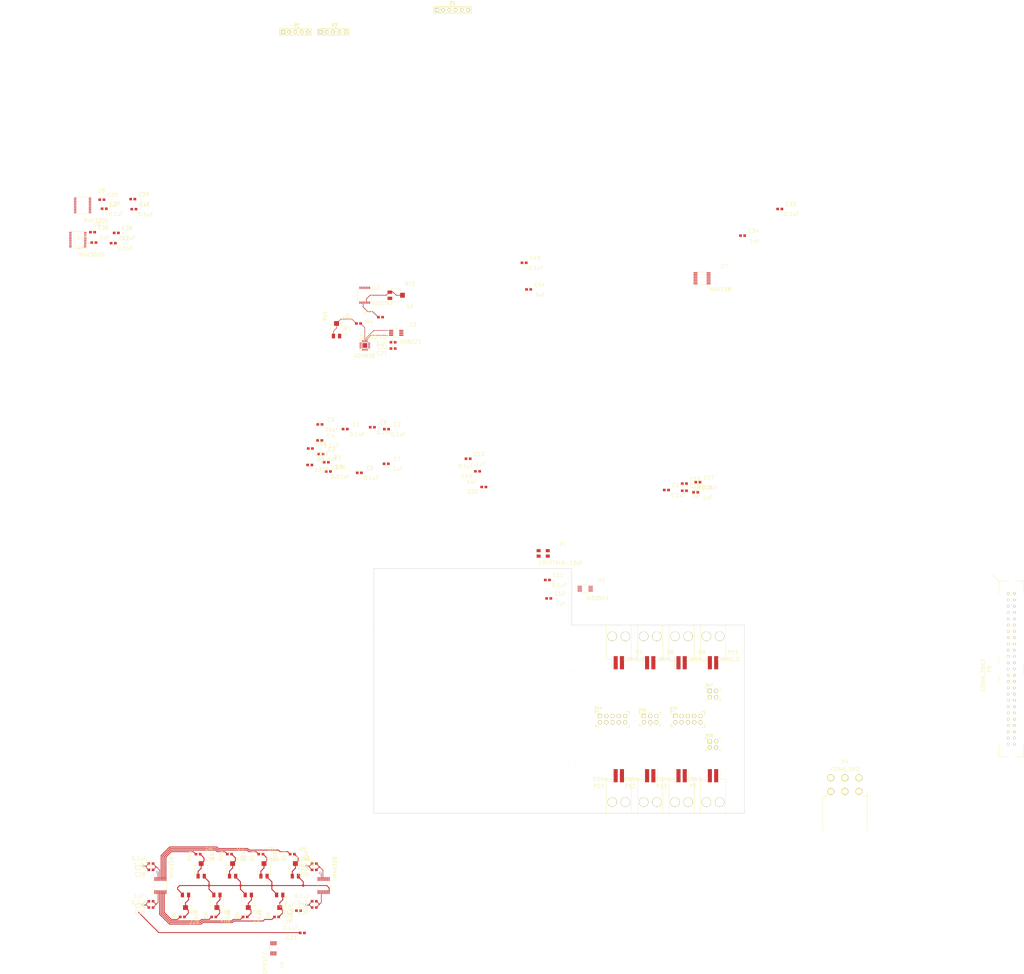
<source format=kicad_pcb>
(kicad_pcb (version 3) (host pcbnew "(2013-mar-13)-testing")

  (general
    (links 279)
    (no_connects 233)
    (area 172.644999 71.044999 322.655001 147.395001)
    (thickness 1.6)
    (drawings 70)
    (tracks 301)
    (zones 0)
    (modules 99)
    (nets 123)
  )

  (page A3)
  (layers
    (15 F.Cu signal)
    (2 GND power)
    (1 Inner1.Cu power)
    (0 B.Cu signal)
    (16 B.Adhes user)
    (17 F.Adhes user)
    (18 B.Paste user)
    (19 F.Paste user)
    (20 B.SilkS user)
    (21 F.SilkS user)
    (22 B.Mask user)
    (23 F.Mask user)
    (25 Cmts.User user)
    (28 Edge.Cuts user)
  )

  (setup
    (last_trace_width 0.254)
    (user_trace_width 0.1524)
    (user_trace_width 0.2032)
    (user_trace_width 0.254)
    (user_trace_width 0.3556)
    (user_trace_width 0.381)
    (user_trace_width 0.508)
    (trace_clearance 0.254)
    (zone_clearance 0.508)
    (zone_45_only no)
    (trace_min 0.1524)
    (segment_width 0.2)
    (edge_width 0.15)
    (via_size 0.889)
    (via_drill 0.635)
    (via_min_size 0.8001)
    (via_min_drill 0.2921)
    (user_via 0.8128 0.3048)
    (user_via 0.889 0.508)
    (user_via 1.27 0.508)
    (user_via 1.27 0.762)
    (user_via 2.54 1.27)
    (uvia_size 0.508)
    (uvia_drill 0.127)
    (uvias_allowed no)
    (uvia_min_size 0.508)
    (uvia_min_drill 0.127)
    (pcb_text_width 0.3)
    (pcb_text_size 1.5 1.5)
    (mod_edge_width 0.15)
    (mod_text_size 1.5 1.5)
    (mod_text_width 0.15)
    (pad_size 2.8 2.8)
    (pad_drill 1.8)
    (pad_to_mask_clearance 0.2)
    (aux_axis_origin 312.42 147.32)
    (visible_elements FFFFF7BF)
    (pcbplotparams
      (layerselection 3178497)
      (usegerberextensions true)
      (excludeedgelayer true)
      (linewidth 0.150000)
      (plotframeref false)
      (viasonmask false)
      (mode 1)
      (useauxorigin false)
      (hpglpennumber 1)
      (hpglpenspeed 20)
      (hpglpendiameter 15)
      (hpglpenoverlay 2)
      (psnegative false)
      (psa4output false)
      (plotreference true)
      (plotvalue true)
      (plotothertext true)
      (plotinvisibletext false)
      (padsonsilk false)
      (subtractmaskfromsilk false)
      (outputformat 1)
      (mirror false)
      (drillshape 1)
      (scaleselection 1)
      (outputdirectory /home/crasic/scratchwork/module_printing/))
  )

  (net 0 "")
  (net 1 /Clock/CLK_TWI0)
  (net 2 /Clock/CLK_TWI1)
  (net 3 /CurrentSource/AD8211_IOUT)
  (net 4 /CurrentSource/DPOT_A)
  (net 5 /CurrentSource/DPOT_W)
  (net 6 /CurrentSource/GAIN_BUS0)
  (net 7 /CurrentSource/GAIN_BUS1)
  (net 8 /CurrentSource/GAIN_BUS2)
  (net 9 /CurrentSource/GAIN_BUS3)
  (net 10 /CurrentSource/IOUT)
  (net 11 /CurrentSource/RANGE1)
  (net 12 /CurrentSource/RANGE2)
  (net 13 /CurrentSource/RANGE3)
  (net 14 /CurrentSource/RANGE4)
  (net 15 /CurrentSource/RANGE5)
  (net 16 /CurrentSource/RANGE6)
  (net 17 /CurrentSource/RANGE7)
  (net 18 /CurrentSource/RANGE8)
  (net 19 /CurrentSource/RG2)
  (net 20 /CurrentSource/RNG_0)
  (net 21 /CurrentSource/RNG_1)
  (net 22 /CurrentSource/RNG_2)
  (net 23 /CurrentSource/RNG_3)
  (net 24 /CurrentSource/Rg1)
  (net 25 /CurrentSource/instr_ref)
  (net 26 /DDS/CLK_IN)
  (net 27 /DDS/DDS_BUS0)
  (net 28 /DDS/DDS_BUS1)
  (net 29 /DDS/DDS_BUS2)
  (net 30 /DDS/DDS_BUS3)
  (net 31 /DDS/DDS_BUS4)
  (net 32 /DDS/DDS_BUS5)
  (net 33 /DDS/DDS_BUS6)
  (net 34 /DDS/DDS_COMP)
  (net 35 /DDS/DDS_DCAP)
  (net 36 /DDS/DDS_FSADJ)
  (net 37 /DDS/DDS_REFOUT)
  (net 38 /DDS/VOut)
  (net 39 /DDS/VOut-)
  (net 40 /LogicTranslators/IN_MUX0)
  (net 41 /LogicTranslators/IN_MUX1)
  (net 42 /LogicTranslators/IN_MUX2)
  (net 43 /LogicTranslators/IN_MUX3)
  (net 44 /LogicTranslators/OUT_MUX0)
  (net 45 /LogicTranslators/OUT_MUX1)
  (net 46 /LogicTranslators/OUT_MUX2)
  (net 47 /LogicTranslators/OUT_MUX3)
  (net 48 /LogicTranslators/UCOUT0)
  (net 49 /LogicTranslators/UCOUT1)
  (net 50 /LogicTranslators/UCOUT10)
  (net 51 /LogicTranslators/UCOUT11)
  (net 52 /LogicTranslators/UCOUT12)
  (net 53 /LogicTranslators/UCOUT13)
  (net 54 /LogicTranslators/UCOUT14)
  (net 55 /LogicTranslators/UCOUT2)
  (net 56 /LogicTranslators/UCOUT3)
  (net 57 /LogicTranslators/UCOUT4)
  (net 58 /LogicTranslators/UCOUT5)
  (net 59 /LogicTranslators/UCOUT6)
  (net 60 /LogicTranslators/UCOUT7)
  (net 61 /LogicTranslators/UCOUT8)
  (net 62 /LogicTranslators/UCOUT9)
  (net 63 /MUXC0)
  (net 64 /MUXC1)
  (net 65 /MUXC2)
  (net 66 /MUXC3)
  (net 67 /MUXC4)
  (net 68 /MUXCOM0)
  (net 69 /MUXCOM1)
  (net 70 /MUXCOM2)
  (net 71 /MUXD0)
  (net 72 /MUXD1)
  (net 73 /MUXD2)
  (net 74 /MUXD3)
  (net 75 /MUXD4)
  (net 76 /MUXVDD)
  (net 77 /MUXVSS)
  (net 78 /OutputMultiplexer/MUXA0)
  (net 79 /OutputMultiplexer/MUXA1)
  (net 80 /OutputMultiplexer/MUXA2)
  (net 81 /OutputMultiplexer/MUXA3)
  (net 82 /OutputMultiplexer/MUXA4)
  (net 83 /OutputMultiplexer/MUXA5)
  (net 84 /OutputMultiplexer/MUXA6)
  (net 85 /OutputMultiplexer/MUXA7)
  (net 86 /OutputMultiplexer/MUXB0)
  (net 87 /OutputMultiplexer/MUXB1)
  (net 88 /OutputMultiplexer/MUXB2)
  (net 89 /OutputMultiplexer/MUXB3)
  (net 90 /OutputMultiplexer/MUXB4)
  (net 91 /OutputMultiplexer/MUXB5)
  (net 92 /OutputMultiplexer/MUXB6)
  (net 93 /OutputMultiplexer/MUXB7)
  (net 94 /powergen/MUXVSS)
  (net 95 AGND)
  (net 96 AVDD)
  (net 97 AVDD_3V3)
  (net 98 AVSS)
  (net 99 DVDD_2V5)
  (net 100 N-0000047)
  (net 101 N-0000048)
  (net 102 N-0000049)
  (net 103 N-0000050)
  (net 104 N-0000051)
  (net 105 N-0000052)
  (net 106 N-0000054)
  (net 107 N-0000055)
  (net 108 N-0000059)
  (net 109 N-0000060)
  (net 110 N-0000061)
  (net 111 N-0000062)
  (net 112 N-0000064)
  (net 113 N-0000065)
  (net 114 N-0000066)
  (net 115 N-0000067)
  (net 116 N-0000068)
  (net 117 N-0000076)
  (net 118 N-0000083)
  (net 119 N-0000084)
  (net 120 N-0000085)
  (net 121 N-0000086)
  (net 122 N-0000087)

  (net_class Default "This is the default net class."
    (clearance 0.254)
    (trace_width 0.254)
    (via_dia 0.889)
    (via_drill 0.635)
    (uvia_dia 0.508)
    (uvia_drill 0.127)
    (add_net "")
    (add_net /Clock/CLK_TWI0)
    (add_net /Clock/CLK_TWI1)
    (add_net /CurrentSource/AD8211_IOUT)
    (add_net /CurrentSource/DPOT_A)
    (add_net /CurrentSource/DPOT_W)
    (add_net /CurrentSource/GAIN_BUS0)
    (add_net /CurrentSource/GAIN_BUS1)
    (add_net /CurrentSource/GAIN_BUS2)
    (add_net /CurrentSource/GAIN_BUS3)
    (add_net /CurrentSource/IOUT)
    (add_net /CurrentSource/RANGE1)
    (add_net /CurrentSource/RANGE2)
    (add_net /CurrentSource/RANGE3)
    (add_net /CurrentSource/RANGE4)
    (add_net /CurrentSource/RANGE5)
    (add_net /CurrentSource/RANGE6)
    (add_net /CurrentSource/RANGE7)
    (add_net /CurrentSource/RANGE8)
    (add_net /CurrentSource/RG2)
    (add_net /CurrentSource/RNG_0)
    (add_net /CurrentSource/RNG_1)
    (add_net /CurrentSource/RNG_2)
    (add_net /CurrentSource/RNG_3)
    (add_net /CurrentSource/Rg1)
    (add_net /CurrentSource/instr_ref)
    (add_net /DDS/CLK_IN)
    (add_net /DDS/DDS_BUS0)
    (add_net /DDS/DDS_BUS1)
    (add_net /DDS/DDS_BUS2)
    (add_net /DDS/DDS_BUS3)
    (add_net /DDS/DDS_BUS4)
    (add_net /DDS/DDS_BUS5)
    (add_net /DDS/DDS_BUS6)
    (add_net /DDS/DDS_COMP)
    (add_net /DDS/DDS_DCAP)
    (add_net /DDS/DDS_FSADJ)
    (add_net /DDS/DDS_REFOUT)
    (add_net /DDS/VOut)
    (add_net /DDS/VOut-)
    (add_net /LogicTranslators/IN_MUX0)
    (add_net /LogicTranslators/IN_MUX1)
    (add_net /LogicTranslators/IN_MUX2)
    (add_net /LogicTranslators/IN_MUX3)
    (add_net /LogicTranslators/OUT_MUX0)
    (add_net /LogicTranslators/OUT_MUX1)
    (add_net /LogicTranslators/OUT_MUX2)
    (add_net /LogicTranslators/OUT_MUX3)
    (add_net /LogicTranslators/UCOUT0)
    (add_net /LogicTranslators/UCOUT1)
    (add_net /LogicTranslators/UCOUT10)
    (add_net /LogicTranslators/UCOUT11)
    (add_net /LogicTranslators/UCOUT12)
    (add_net /LogicTranslators/UCOUT13)
    (add_net /LogicTranslators/UCOUT14)
    (add_net /LogicTranslators/UCOUT2)
    (add_net /LogicTranslators/UCOUT3)
    (add_net /LogicTranslators/UCOUT4)
    (add_net /LogicTranslators/UCOUT5)
    (add_net /LogicTranslators/UCOUT6)
    (add_net /LogicTranslators/UCOUT7)
    (add_net /LogicTranslators/UCOUT8)
    (add_net /LogicTranslators/UCOUT9)
    (add_net /MUXC0)
    (add_net /MUXC1)
    (add_net /MUXC2)
    (add_net /MUXC3)
    (add_net /MUXC4)
    (add_net /MUXCOM0)
    (add_net /MUXCOM1)
    (add_net /MUXCOM2)
    (add_net /MUXD0)
    (add_net /MUXD1)
    (add_net /MUXD2)
    (add_net /MUXD3)
    (add_net /MUXD4)
    (add_net /MUXVDD)
    (add_net /MUXVSS)
    (add_net /OutputMultiplexer/MUXA0)
    (add_net /OutputMultiplexer/MUXA1)
    (add_net /OutputMultiplexer/MUXA2)
    (add_net /OutputMultiplexer/MUXA3)
    (add_net /OutputMultiplexer/MUXA4)
    (add_net /OutputMultiplexer/MUXA5)
    (add_net /OutputMultiplexer/MUXA6)
    (add_net /OutputMultiplexer/MUXA7)
    (add_net /OutputMultiplexer/MUXB0)
    (add_net /OutputMultiplexer/MUXB1)
    (add_net /OutputMultiplexer/MUXB2)
    (add_net /OutputMultiplexer/MUXB3)
    (add_net /OutputMultiplexer/MUXB4)
    (add_net /OutputMultiplexer/MUXB5)
    (add_net /OutputMultiplexer/MUXB6)
    (add_net /OutputMultiplexer/MUXB7)
    (add_net /powergen/MUXVSS)
    (add_net AGND)
    (add_net AVDD)
    (add_net AVDD_3V3)
    (add_net AVSS)
    (add_net DVDD_2V5)
    (add_net N-0000047)
    (add_net N-0000049)
    (add_net N-0000052)
    (add_net N-0000054)
    (add_net N-0000055)
    (add_net N-0000059)
    (add_net N-0000060)
    (add_net N-0000061)
    (add_net N-0000062)
    (add_net N-0000064)
    (add_net N-0000065)
    (add_net N-0000066)
    (add_net N-0000067)
    (add_net N-0000068)
    (add_net N-0000076)
    (add_net N-0000083)
    (add_net N-0000084)
    (add_net N-0000085)
    (add_net N-0000086)
    (add_net N-0000087)
  )

  (net_class Inner_signal_8mil ""
    (clearance 0.2032)
    (trace_width 0.2032)
    (via_dia 0.889)
    (via_drill 0.635)
    (uvia_dia 0.508)
    (uvia_drill 0.127)
  )

  (net_class Outer_signal_6mil ""
    (clearance 0.1524)
    (trace_width 0.1524)
    (via_dia 0.889)
    (via_drill 0.635)
    (uvia_dia 0.508)
    (uvia_drill 0.127)
  )

  (net_class Power ""
    (clearance 0.254)
    (trace_width 0.254)
    (via_dia 1.27)
    (via_drill 0.635)
    (uvia_dia 0.508)
    (uvia_drill 0.127)
  )

  (net_class Primary_Signal ""
    (clearance 0.381)
    (trace_width 0.254)
    (via_dia 0.889)
    (via_drill 0.635)
    (uvia_dia 0.508)
    (uvia_drill 0.127)
    (add_net N-0000048)
    (add_net N-0000050)
    (add_net N-0000051)
  )

  (module TSSOP_14 (layer F.Cu) (tedit 531E6096) (tstamp 531E5298)
    (at 161.417 -62.357)
    (path /531699F6/531691F0)
    (clearance 0.1)
    (attr smd)
    (fp_text reference U2 (at 4.4 -2.9) (layer F.SilkS)
      (effects (font (size 1.5 1.5) (thickness 0.15)))
    )
    (fp_text value AD5292 (at 7.1 3.2) (layer F.SilkS)
      (effects (font (size 1.5 1.5) (thickness 0.15)))
    )
    (fp_line (start 2.4 -2.3) (end 2.8 -2.3) (layer F.SilkS) (width 0.15))
    (fp_line (start 2.8 -2.3) (end 2.8 2.3) (layer F.SilkS) (width 0.15))
    (fp_line (start 2.8 2.3) (end 2.4 2.3) (layer F.SilkS) (width 0.15))
    (fp_line (start -2.4 -2.3) (end -2.8 -2.3) (layer F.SilkS) (width 0.15))
    (fp_line (start -2.8 -2.3) (end -2.8 2.3) (layer F.SilkS) (width 0.15))
    (fp_line (start -2.8 2.3) (end -2.4 2.3) (layer F.SilkS) (width 0.15))
    (fp_line (start -2.4 2.3) (end -2.4 3.4) (layer F.SilkS) (width 0.15))
    (pad 4 smd rect (at 0 3) (size 0.35 1)
      (layers F.Cu F.Paste F.Mask)
      (net 5 /CurrentSource/DPOT_W)
    )
    (pad 3 smd rect (at -0.65 3) (size 0.35 1)
      (layers F.Cu F.Paste F.Mask)
      (net 4 /CurrentSource/DPOT_A)
    )
    (pad 1 smd rect (at -1.95 3) (size 0.35 1)
      (layers F.Cu F.Paste F.Mask)
      (net 6 /CurrentSource/GAIN_BUS0)
    )
    (pad 2 smd rect (at -1.3 3) (size 0.35 1)
      (layers F.Cu F.Paste F.Mask)
      (net 98 AVSS)
    )
    (pad 6 smd rect (at 1.3 3) (size 0.35 1)
      (layers F.Cu F.Paste F.Mask)
      (net 96 AVDD)
    )
    (pad 5 smd rect (at 0.65 3) (size 0.35 1)
      (layers F.Cu F.Paste F.Mask)
      (net 5 /CurrentSource/DPOT_W)
    )
    (pad 7 smd rect (at 1.95 3) (size 0.35 1)
      (layers F.Cu F.Paste F.Mask)
      (net 118 N-0000083)
    )
    (pad 14 smd rect (at -1.95 -3 180) (size 0.35 1)
      (layers F.Cu F.Paste F.Mask)
      (net 9 /CurrentSource/GAIN_BUS3)
    )
    (pad 12 smd rect (at -0.65 -3 180) (size 0.35 1)
      (layers F.Cu F.Paste F.Mask)
      (net 9 /CurrentSource/GAIN_BUS3)
    )
    (pad 13 smd rect (at -1.3 -3 180) (size 0.35 1)
      (layers F.Cu F.Paste F.Mask)
      (net 117 N-0000076)
    )
    (pad 9 smd rect (at 1.3 -3 180) (size 0.35 1)
      (layers F.Cu F.Paste F.Mask)
      (net 95 AGND)
    )
    (pad 8 smd rect (at 1.95 -3 180) (size 0.35 1)
      (layers F.Cu F.Paste F.Mask)
      (net 97 AVDD_3V3)
    )
    (pad 10 smd rect (at 0.65 -3 180) (size 0.35 1)
      (layers F.Cu F.Paste F.Mask)
      (net 7 /CurrentSource/GAIN_BUS1)
    )
    (pad 11 smd rect (at 0 -3 180) (size 0.35 1)
      (layers F.Cu F.Paste F.Mask)
      (net 8 /CurrentSource/GAIN_BUS2)
    )
  )

  (module 0603 (layer F.Cu) (tedit 53114A8A) (tstamp 53193BE6)
    (at 153.4922 -8.1788)
    (path /531670E3/53166354)
    (attr smd)
    (fp_text reference C1 (at 4.4 -1.9) (layer F.SilkS)
      (effects (font (size 1.5 1.5) (thickness 0.15)))
    )
    (fp_text value 0.1uF (at 4.8 2.1) (layer F.SilkS)
      (effects (font (size 1.5 1.5) (thickness 0.15)))
    )
    (fp_line (start -0.5 0.8) (end 0.5 0.8) (layer F.SilkS) (width 0.15))
    (fp_line (start -0.5 -0.8) (end 0.5 -0.8) (layer F.SilkS) (width 0.15))
    (pad 1 smd rect (at -0.85 0) (size 1.1 1)
      (layers F.Cu F.Paste F.Mask)
      (net 97 AVDD_3V3)
    )
    (pad 2 smd rect (at 0.85 0) (size 1.1 1)
      (layers F.Cu F.Paste F.Mask)
      (net 95 AGND)
    )
  )

  (module 0603 (layer F.Cu) (tedit 53114A8A) (tstamp 53193BEE)
    (at 170.18 -8.1534)
    (path /531670E3/531663CA)
    (attr smd)
    (fp_text reference C2 (at 4.4 -1.9) (layer F.SilkS)
      (effects (font (size 1.5 1.5) (thickness 0.15)))
    )
    (fp_text value 0.1uF (at 4.8 2.1) (layer F.SilkS)
      (effects (font (size 1.5 1.5) (thickness 0.15)))
    )
    (fp_line (start -0.5 0.8) (end 0.5 0.8) (layer F.SilkS) (width 0.15))
    (fp_line (start -0.5 -0.8) (end 0.5 -0.8) (layer F.SilkS) (width 0.15))
    (pad 1 smd rect (at -0.85 0) (size 1.1 1)
      (layers F.Cu F.Paste F.Mask)
      (net 37 /DDS/DDS_REFOUT)
    )
    (pad 2 smd rect (at 0.85 0) (size 1.1 1)
      (layers F.Cu F.Paste F.Mask)
      (net 95 AGND)
    )
  )

  (module 0603 (layer F.Cu) (tedit 53114A8A) (tstamp 53193BF6)
    (at 143.637 1.8796)
    (path /531670E3/5316634E)
    (attr smd)
    (fp_text reference C3 (at 4.4 -1.9) (layer F.SilkS)
      (effects (font (size 1.5 1.5) (thickness 0.15)))
    )
    (fp_text value 1uF (at 4.8 2.1) (layer F.SilkS)
      (effects (font (size 1.5 1.5) (thickness 0.15)))
    )
    (fp_line (start -0.5 0.8) (end 0.5 0.8) (layer F.SilkS) (width 0.15))
    (fp_line (start -0.5 -0.8) (end 0.5 -0.8) (layer F.SilkS) (width 0.15))
    (pad 1 smd rect (at -0.85 0) (size 1.1 1)
      (layers F.Cu F.Paste F.Mask)
      (net 95 AGND)
    )
    (pad 2 smd rect (at 0.85 0) (size 1.1 1)
      (layers F.Cu F.Paste F.Mask)
      (net 97 AVDD_3V3)
    )
  )

  (module 0603 (layer F.Cu) (tedit 53114A8A) (tstamp 53193BFE)
    (at 143.1798 -3.6068)
    (path /531670E3/53166348)
    (attr smd)
    (fp_text reference C4 (at 4.4 -1.9) (layer F.SilkS)
      (effects (font (size 1.5 1.5) (thickness 0.15)))
    )
    (fp_text value 0.1uF (at 4.8 2.1) (layer F.SilkS)
      (effects (font (size 1.5 1.5) (thickness 0.15)))
    )
    (fp_line (start -0.5 0.8) (end 0.5 0.8) (layer F.SilkS) (width 0.15))
    (fp_line (start -0.5 -0.8) (end 0.5 -0.8) (layer F.SilkS) (width 0.15))
    (pad 1 smd rect (at -0.85 0) (size 1.1 1)
      (layers F.Cu F.Paste F.Mask)
      (net 95 AGND)
    )
    (pad 2 smd rect (at 0.85 0) (size 1.1 1)
      (layers F.Cu F.Paste F.Mask)
      (net 35 /DDS/DDS_DCAP)
    )
  )

  (module 0603 (layer F.Cu) (tedit 53114A8A) (tstamp 53193C06)
    (at 146.685 8.9662)
    (path /531670E3/53166360)
    (attr smd)
    (fp_text reference C5 (at 4.4 -1.9) (layer F.SilkS)
      (effects (font (size 1.5 1.5) (thickness 0.15)))
    )
    (fp_text value 0.01uF (at 4.8 2.1) (layer F.SilkS)
      (effects (font (size 1.5 1.5) (thickness 0.15)))
    )
    (fp_line (start -0.5 0.8) (end 0.5 0.8) (layer F.SilkS) (width 0.15))
    (fp_line (start -0.5 -0.8) (end 0.5 -0.8) (layer F.SilkS) (width 0.15))
    (pad 1 smd rect (at -0.85 0) (size 1.1 1)
      (layers F.Cu F.Paste F.Mask)
      (net 34 /DDS/DDS_COMP)
    )
    (pad 2 smd rect (at 0.85 0) (size 1.1 1)
      (layers F.Cu F.Paste F.Mask)
      (net 97 AVDD_3V3)
    )
  )

  (module 0603 (layer F.Cu) (tedit 53114A8A) (tstamp 53193C0E)
    (at 159.2072 9.4996)
    (path /531670E3/53166378)
    (attr smd)
    (fp_text reference C6 (at 4.4 -1.9) (layer F.SilkS)
      (effects (font (size 1.5 1.5) (thickness 0.15)))
    )
    (fp_text value 0.1uF (at 4.8 2.1) (layer F.SilkS)
      (effects (font (size 1.5 1.5) (thickness 0.15)))
    )
    (fp_line (start -0.5 0.8) (end 0.5 0.8) (layer F.SilkS) (width 0.15))
    (fp_line (start -0.5 -0.8) (end 0.5 -0.8) (layer F.SilkS) (width 0.15))
    (pad 1 smd rect (at -0.85 0) (size 1.1 1)
      (layers F.Cu F.Paste F.Mask)
      (net 95 AGND)
    )
    (pad 2 smd rect (at 0.85 0) (size 1.1 1)
      (layers F.Cu F.Paste F.Mask)
      (net 97 AVDD_3V3)
    )
  )

  (module 0603 (layer F.Cu) (tedit 53114A8A) (tstamp 53193C16)
    (at 170.0784 5.842)
    (path /531670E3/53166372)
    (attr smd)
    (fp_text reference C7 (at 4.4 -1.9) (layer F.SilkS)
      (effects (font (size 1.5 1.5) (thickness 0.15)))
    )
    (fp_text value 1uF (at 4.8 2.1) (layer F.SilkS)
      (effects (font (size 1.5 1.5) (thickness 0.15)))
    )
    (fp_line (start -0.5 0.8) (end 0.5 0.8) (layer F.SilkS) (width 0.15))
    (fp_line (start -0.5 -0.8) (end 0.5 -0.8) (layer F.SilkS) (width 0.15))
    (pad 1 smd rect (at -0.85 0) (size 1.1 1)
      (layers F.Cu F.Paste F.Mask)
      (net 95 AGND)
    )
    (pad 2 smd rect (at 0.85 0) (size 1.1 1)
      (layers F.Cu F.Paste F.Mask)
      (net 97 AVDD_3V3)
    )
  )

  (module 0603 (layer F.Cu) (tedit 53114A8A) (tstamp 53193C1E)
    (at 164.465 -8.9408)
    (path /531670E3/531663BF)
    (attr smd)
    (fp_text reference C8 (at 4.4 -1.9) (layer F.SilkS)
      (effects (font (size 1.5 1.5) (thickness 0.15)))
    )
    (fp_text value 0.1uF (at 4.8 2.1) (layer F.SilkS)
      (effects (font (size 1.5 1.5) (thickness 0.15)))
    )
    (fp_line (start -0.5 0.8) (end 0.5 0.8) (layer F.SilkS) (width 0.15))
    (fp_line (start -0.5 -0.8) (end 0.5 -0.8) (layer F.SilkS) (width 0.15))
    (pad 1 smd rect (at -0.85 0) (size 1.1 1)
      (layers F.Cu F.Paste F.Mask)
      (net 95 AGND)
    )
    (pad 2 smd rect (at 0.85 0) (size 1.1 1)
      (layers F.Cu F.Paste F.Mask)
      (net 36 /DDS/DDS_FSADJ)
    )
  )

  (module 0603 (layer F.Cu) (tedit 53114A8A) (tstamp 53193C26)
    (at 143.256 -10.0838)
    (path /531670E3/53166A22)
    (attr smd)
    (fp_text reference C9 (at 4.4 -1.9) (layer F.SilkS)
      (effects (font (size 1.5 1.5) (thickness 0.15)))
    )
    (fp_text value 20pF (at 4.8 2.1) (layer F.SilkS)
      (effects (font (size 1.5 1.5) (thickness 0.15)))
    )
    (fp_line (start -0.5 0.8) (end 0.5 0.8) (layer F.SilkS) (width 0.15))
    (fp_line (start -0.5 -0.8) (end 0.5 -0.8) (layer F.SilkS) (width 0.15))
    (pad 1 smd rect (at -0.85 0) (size 1.1 1)
      (layers F.Cu F.Paste F.Mask)
      (net 38 /DDS/VOut)
    )
    (pad 2 smd rect (at 0.85 0) (size 1.1 1)
      (layers F.Cu F.Paste F.Mask)
      (net 95 AGND)
    )
  )

  (module 0603 (layer F.Cu) (tedit 53114A8A) (tstamp 53193C2E)
    (at 139.3952 -0.3302)
    (path /531670E3/53166A3C)
    (attr smd)
    (fp_text reference C10 (at 4.4 -1.9) (layer F.SilkS)
      (effects (font (size 1.5 1.5) (thickness 0.15)))
    )
    (fp_text value 20pF (at 4.8 2.1) (layer F.SilkS)
      (effects (font (size 1.5 1.5) (thickness 0.15)))
    )
    (fp_line (start -0.5 0.8) (end 0.5 0.8) (layer F.SilkS) (width 0.15))
    (fp_line (start -0.5 -0.8) (end 0.5 -0.8) (layer F.SilkS) (width 0.15))
    (pad 1 smd rect (at -0.85 0) (size 1.1 1)
      (layers F.Cu F.Paste F.Mask)
      (net 39 /DDS/VOut-)
    )
    (pad 2 smd rect (at 0.85 0) (size 1.1 1)
      (layers F.Cu F.Paste F.Mask)
      (net 95 AGND)
    )
  )

  (module 0603 (layer F.Cu) (tedit 53114A8A) (tstamp 53193C36)
    (at 235.2802 52.8574)
    (path /5316C57F/5316C6A0)
    (attr smd)
    (fp_text reference C11 (at 4.4 -1.9) (layer F.SilkS)
      (effects (font (size 1.5 1.5) (thickness 0.15)))
    )
    (fp_text value 0.1uF (at 4.8 2.1) (layer F.SilkS)
      (effects (font (size 1.5 1.5) (thickness 0.15)))
    )
    (fp_line (start -0.5 0.8) (end 0.5 0.8) (layer F.SilkS) (width 0.15))
    (fp_line (start -0.5 -0.8) (end 0.5 -0.8) (layer F.SilkS) (width 0.15))
    (pad 1 smd rect (at -0.85 0) (size 1.1 1)
      (layers F.Cu F.Paste F.Mask)
      (net 97 AVDD_3V3)
    )
    (pad 2 smd rect (at 0.85 0) (size 1.1 1)
      (layers F.Cu F.Paste F.Mask)
      (net 95 AGND)
    )
  )

  (module 0603 (layer F.Cu) (tedit 53114A8A) (tstamp 53193C3E)
    (at 235.8136 60.325)
    (path /5316C57F/5316C69A)
    (attr smd)
    (fp_text reference C12 (at 4.4 -1.9) (layer F.SilkS)
      (effects (font (size 1.5 1.5) (thickness 0.15)))
    )
    (fp_text value 1uF (at 4.8 2.1) (layer F.SilkS)
      (effects (font (size 1.5 1.5) (thickness 0.15)))
    )
    (fp_line (start -0.5 0.8) (end 0.5 0.8) (layer F.SilkS) (width 0.15))
    (fp_line (start -0.5 -0.8) (end 0.5 -0.8) (layer F.SilkS) (width 0.15))
    (pad 1 smd rect (at -0.85 0) (size 1.1 1)
      (layers F.Cu F.Paste F.Mask)
      (net 97 AVDD_3V3)
    )
    (pad 2 smd rect (at 0.85 0) (size 1.1 1)
      (layers F.Cu F.Paste F.Mask)
      (net 95 AGND)
    )
  )

  (module 0603 (layer F.Cu) (tedit 53114A8A) (tstamp 53193C46)
    (at 203.2 3.81)
    (path /531699F6/5316EBB7)
    (attr smd)
    (fp_text reference C13 (at 4.4 -1.9) (layer F.SilkS)
      (effects (font (size 1.5 1.5) (thickness 0.15)))
    )
    (fp_text value .1uF (at 4.8 2.1) (layer F.SilkS)
      (effects (font (size 1.5 1.5) (thickness 0.15)))
    )
    (fp_line (start -0.5 0.8) (end 0.5 0.8) (layer F.SilkS) (width 0.15))
    (fp_line (start -0.5 -0.8) (end 0.5 -0.8) (layer F.SilkS) (width 0.15))
    (pad 1 smd rect (at -0.85 0) (size 1.1 1)
      (layers F.Cu F.Paste F.Mask)
      (net 118 N-0000083)
    )
    (pad 2 smd rect (at 0.85 0) (size 1.1 1)
      (layers F.Cu F.Paste F.Mask)
      (net 95 AGND)
    )
  )

  (module 0603 (layer F.Cu) (tedit 53114A8A) (tstamp 53193C4E)
    (at 283.4132 16.4846)
    (path /531699F6/5316EBCF)
    (attr smd)
    (fp_text reference C14 (at 4.4 -1.9) (layer F.SilkS)
      (effects (font (size 1.5 1.5) (thickness 0.15)))
    )
    (fp_text value 0.1uF (at 4.8 2.1) (layer F.SilkS)
      (effects (font (size 1.5 1.5) (thickness 0.15)))
    )
    (fp_line (start -0.5 0.8) (end 0.5 0.8) (layer F.SilkS) (width 0.15))
    (fp_line (start -0.5 -0.8) (end 0.5 -0.8) (layer F.SilkS) (width 0.15))
    (pad 1 smd rect (at -0.85 0) (size 1.1 1)
      (layers F.Cu F.Paste F.Mask)
      (net 98 AVSS)
    )
    (pad 2 smd rect (at 0.85 0) (size 1.1 1)
      (layers F.Cu F.Paste F.Mask)
      (net 95 AGND)
    )
  )

  (module 0603 (layer F.Cu) (tedit 53114A8A) (tstamp 53193C56)
    (at 290.6776 13.8684)
    (path /531699F6/5316EBD5)
    (attr smd)
    (fp_text reference C15 (at 4.4 -1.9) (layer F.SilkS)
      (effects (font (size 1.5 1.5) (thickness 0.15)))
    )
    (fp_text value 1uF (at 4.8 2.1) (layer F.SilkS)
      (effects (font (size 1.5 1.5) (thickness 0.15)))
    )
    (fp_line (start -0.5 0.8) (end 0.5 0.8) (layer F.SilkS) (width 0.15))
    (fp_line (start -0.5 -0.8) (end 0.5 -0.8) (layer F.SilkS) (width 0.15))
    (pad 1 smd rect (at -0.85 0) (size 1.1 1)
      (layers F.Cu F.Paste F.Mask)
      (net 98 AVSS)
    )
    (pad 2 smd rect (at 0.85 0) (size 1.1 1)
      (layers F.Cu F.Paste F.Mask)
      (net 95 AGND)
    )
  )

  (module 0603 (layer F.Cu) (tedit 53114A8A) (tstamp 53193C5E)
    (at 290.6776 16.764)
    (path /531699F6/5316EBBD)
    (attr smd)
    (fp_text reference C16 (at 4.4 -1.9) (layer F.SilkS)
      (effects (font (size 1.5 1.5) (thickness 0.15)))
    )
    (fp_text value 1uF (at 4.8 2.1) (layer F.SilkS)
      (effects (font (size 1.5 1.5) (thickness 0.15)))
    )
    (fp_line (start -0.5 0.8) (end 0.5 0.8) (layer F.SilkS) (width 0.15))
    (fp_line (start -0.5 -0.8) (end 0.5 -0.8) (layer F.SilkS) (width 0.15))
    (pad 1 smd rect (at -0.85 0) (size 1.1 1)
      (layers F.Cu F.Paste F.Mask)
      (net 97 AVDD_3V3)
    )
    (pad 2 smd rect (at 0.85 0) (size 1.1 1)
      (layers F.Cu F.Paste F.Mask)
      (net 95 AGND)
    )
  )

  (module 0603 (layer F.Cu) (tedit 53114A8A) (tstamp 53193C66)
    (at 296.1386 13.3096)
    (path /531699F6/5316EBE7)
    (attr smd)
    (fp_text reference C17 (at 4.4 -1.9) (layer F.SilkS)
      (effects (font (size 1.5 1.5) (thickness 0.15)))
    )
    (fp_text value 0.1uF (at 4.8 2.1) (layer F.SilkS)
      (effects (font (size 1.5 1.5) (thickness 0.15)))
    )
    (fp_line (start -0.5 0.8) (end 0.5 0.8) (layer F.SilkS) (width 0.15))
    (fp_line (start -0.5 -0.8) (end 0.5 -0.8) (layer F.SilkS) (width 0.15))
    (pad 1 smd rect (at -0.85 0) (size 1.1 1)
      (layers F.Cu F.Paste F.Mask)
      (net 96 AVDD)
    )
    (pad 2 smd rect (at 0.85 0) (size 1.1 1)
      (layers F.Cu F.Paste F.Mask)
      (net 95 AGND)
    )
  )

  (module 0603 (layer F.Cu) (tedit 53114A8A) (tstamp 53193C6E)
    (at 295.2496 17.399)
    (path /531699F6/5316EBED)
    (attr smd)
    (fp_text reference C18 (at 4.4 -1.9) (layer F.SilkS)
      (effects (font (size 1.5 1.5) (thickness 0.15)))
    )
    (fp_text value 1uF (at 4.8 2.1) (layer F.SilkS)
      (effects (font (size 1.5 1.5) (thickness 0.15)))
    )
    (fp_line (start -0.5 0.8) (end 0.5 0.8) (layer F.SilkS) (width 0.15))
    (fp_line (start -0.5 -0.8) (end 0.5 -0.8) (layer F.SilkS) (width 0.15))
    (pad 1 smd rect (at -0.85 0) (size 1.1 1)
      (layers F.Cu F.Paste F.Mask)
      (net 96 AVDD)
    )
    (pad 2 smd rect (at 0.85 0) (size 1.1 1)
      (layers F.Cu F.Paste F.Mask)
      (net 95 AGND)
    )
  )

  (module 0603 (layer F.Cu) (tedit 53114A8A) (tstamp 53193C76)
    (at 207.01 8.89 180)
    (path /531699F6/53169202)
    (attr smd)
    (fp_text reference C19 (at 4.4 -1.9 180) (layer F.SilkS)
      (effects (font (size 1.5 1.5) (thickness 0.15)))
    )
    (fp_text value 0.1uF (at 4.8 2.1 180) (layer F.SilkS)
      (effects (font (size 1.5 1.5) (thickness 0.15)))
    )
    (fp_line (start -0.5 0.8) (end 0.5 0.8) (layer F.SilkS) (width 0.15))
    (fp_line (start -0.5 -0.8) (end 0.5 -0.8) (layer F.SilkS) (width 0.15))
    (pad 1 smd rect (at -0.85 0 180) (size 1.1 1)
      (layers F.Cu F.Paste F.Mask)
      (net 96 AVDD)
    )
    (pad 2 smd rect (at 0.85 0 180) (size 1.1 1)
      (layers F.Cu F.Paste F.Mask)
      (net 95 AGND)
    )
  )

  (module 0603 (layer F.Cu) (tedit 53114A8A) (tstamp 53193C7E)
    (at 209.55 15.24 180)
    (path /531699F6/531691FC)
    (attr smd)
    (fp_text reference C20 (at 4.4 -1.9 180) (layer F.SilkS)
      (effects (font (size 1.5 1.5) (thickness 0.15)))
    )
    (fp_text value 1uF (at 4.8 2.1 180) (layer F.SilkS)
      (effects (font (size 1.5 1.5) (thickness 0.15)))
    )
    (fp_line (start -0.5 0.8) (end 0.5 0.8) (layer F.SilkS) (width 0.15))
    (fp_line (start -0.5 -0.8) (end 0.5 -0.8) (layer F.SilkS) (width 0.15))
    (pad 1 smd rect (at -0.85 0 180) (size 1.1 1)
      (layers F.Cu F.Paste F.Mask)
      (net 96 AVDD)
    )
    (pad 2 smd rect (at 0.85 0 180) (size 1.1 1)
      (layers F.Cu F.Paste F.Mask)
      (net 95 AGND)
    )
  )

  (module 0603 (layer F.Cu) (tedit 53114A8A) (tstamp 53193C86)
    (at 172.847 -40.767 180)
    (path /531699F6/5316921A)
    (attr smd)
    (fp_text reference C21 (at 4.4 -1.9 180) (layer F.SilkS)
      (effects (font (size 1.5 1.5) (thickness 0.15)))
    )
    (fp_text value 1uF (at 4.8 2.1 180) (layer F.SilkS)
      (effects (font (size 1.5 1.5) (thickness 0.15)))
    )
    (fp_line (start -0.5 0.8) (end 0.5 0.8) (layer F.SilkS) (width 0.15))
    (fp_line (start -0.5 -0.8) (end 0.5 -0.8) (layer F.SilkS) (width 0.15))
    (pad 1 smd rect (at -0.85 0 180) (size 1.1 1)
      (layers F.Cu F.Paste F.Mask)
      (net 98 AVSS)
    )
    (pad 2 smd rect (at 0.85 0 180) (size 1.1 1)
      (layers F.Cu F.Paste F.Mask)
      (net 95 AGND)
    )
  )

  (module 0603 (layer F.Cu) (tedit 53114A8A) (tstamp 53193C8E)
    (at 172.847 -43.307 180)
    (path /531699F6/53169214)
    (attr smd)
    (fp_text reference C22 (at 4.4 -1.9 180) (layer F.SilkS)
      (effects (font (size 1.5 1.5) (thickness 0.15)))
    )
    (fp_text value 0.1uF (at 4.8 2.1 180) (layer F.SilkS)
      (effects (font (size 1.5 1.5) (thickness 0.15)))
    )
    (fp_line (start -0.5 0.8) (end 0.5 0.8) (layer F.SilkS) (width 0.15))
    (fp_line (start -0.5 -0.8) (end 0.5 -0.8) (layer F.SilkS) (width 0.15))
    (pad 1 smd rect (at -0.85 0 180) (size 1.1 1)
      (layers F.Cu F.Paste F.Mask)
      (net 98 AVSS)
    )
    (pad 2 smd rect (at 0.85 0 180) (size 1.1 1)
      (layers F.Cu F.Paste F.Mask)
      (net 95 AGND)
    )
  )

  (module 0603 (layer F.Cu) (tedit 53114A8A) (tstamp 53193C96)
    (at 136.144 195.707 180)
    (path /531699F6/531691D8)
    (attr smd)
    (fp_text reference C23 (at 4.4 -1.9 180) (layer F.SilkS)
      (effects (font (size 1.5 1.5) (thickness 0.15)))
    )
    (fp_text value 0.1uF (at 4.8 2.1 180) (layer F.SilkS)
      (effects (font (size 1.5 1.5) (thickness 0.15)))
    )
    (fp_line (start -0.5 0.8) (end 0.5 0.8) (layer F.SilkS) (width 0.15))
    (fp_line (start -0.5 -0.8) (end 0.5 -0.8) (layer F.SilkS) (width 0.15))
    (pad 1 smd rect (at -0.85 0 180) (size 1.1 1)
      (layers F.Cu F.Paste F.Mask)
      (net 96 AVDD)
    )
    (pad 2 smd rect (at 0.85 0 180) (size 1.1 1)
      (layers F.Cu F.Paste F.Mask)
      (net 95 AGND)
    )
  )

  (module 0603 (layer F.Cu) (tedit 53114A8A) (tstamp 53193C9E)
    (at 134.62 186.69 180)
    (path /531699F6/531691CC)
    (attr smd)
    (fp_text reference C24 (at 4.4 -1.9 180) (layer F.SilkS)
      (effects (font (size 1.5 1.5) (thickness 0.15)))
    )
    (fp_text value 0.1uF (at 4.8 2.1 180) (layer F.SilkS)
      (effects (font (size 1.5 1.5) (thickness 0.15)))
    )
    (fp_line (start -0.5 0.8) (end 0.5 0.8) (layer F.SilkS) (width 0.15))
    (fp_line (start -0.5 -0.8) (end 0.5 -0.8) (layer F.SilkS) (width 0.15))
    (pad 1 smd rect (at -0.85 0 180) (size 1.1 1)
      (layers F.Cu F.Paste F.Mask)
      (net 98 AVSS)
    )
    (pad 2 smd rect (at 0.85 0 180) (size 1.1 1)
      (layers F.Cu F.Paste F.Mask)
      (net 95 AGND)
    )
  )

  (module 0603 (layer F.Cu) (tedit 53114A8A) (tstamp 53193CA6)
    (at 74.93 185.42 180)
    (path /531699F6/5316DC8A)
    (attr smd)
    (fp_text reference C25 (at 4.4 -1.9 180) (layer F.SilkS)
      (effects (font (size 1.5 1.5) (thickness 0.15)))
    )
    (fp_text value 0.1uF (at 4.8 2.1 180) (layer F.SilkS)
      (effects (font (size 1.5 1.5) (thickness 0.15)))
    )
    (fp_line (start -0.5 0.8) (end 0.5 0.8) (layer F.SilkS) (width 0.15))
    (fp_line (start -0.5 -0.8) (end 0.5 -0.8) (layer F.SilkS) (width 0.15))
    (pad 1 smd rect (at -0.85 0 180) (size 1.1 1)
      (layers F.Cu F.Paste F.Mask)
      (net 96 AVDD)
    )
    (pad 2 smd rect (at 0.85 0 180) (size 1.1 1)
      (layers F.Cu F.Paste F.Mask)
      (net 95 AGND)
    )
  )

  (module 0603 (layer F.Cu) (tedit 53114A8A) (tstamp 53193CAE)
    (at 74.93 182.88 180)
    (path /531699F6/5316DC84)
    (attr smd)
    (fp_text reference C26 (at 4.4 -1.9 180) (layer F.SilkS)
      (effects (font (size 1.5 1.5) (thickness 0.15)))
    )
    (fp_text value 1uF (at 4.8 2.1 180) (layer F.SilkS)
      (effects (font (size 1.5 1.5) (thickness 0.15)))
    )
    (fp_line (start -0.5 0.8) (end 0.5 0.8) (layer F.SilkS) (width 0.15))
    (fp_line (start -0.5 -0.8) (end 0.5 -0.8) (layer F.SilkS) (width 0.15))
    (pad 1 smd rect (at -0.85 0 180) (size 1.1 1)
      (layers F.Cu F.Paste F.Mask)
      (net 96 AVDD)
    )
    (pad 2 smd rect (at 0.85 0 180) (size 1.1 1)
      (layers F.Cu F.Paste F.Mask)
      (net 95 AGND)
    )
  )

  (module 0603 (layer F.Cu) (tedit 53114A8A) (tstamp 53193CB6)
    (at 74.93 167.64 180)
    (path /531699F6/5316DCA2)
    (attr smd)
    (fp_text reference C27 (at 4.4 -1.9 180) (layer F.SilkS)
      (effects (font (size 1.5 1.5) (thickness 0.15)))
    )
    (fp_text value 0.1uF (at 4.8 2.1 180) (layer F.SilkS)
      (effects (font (size 1.5 1.5) (thickness 0.15)))
    )
    (fp_line (start -0.5 0.8) (end 0.5 0.8) (layer F.SilkS) (width 0.15))
    (fp_line (start -0.5 -0.8) (end 0.5 -0.8) (layer F.SilkS) (width 0.15))
    (pad 1 smd rect (at -0.85 0 180) (size 1.1 1)
      (layers F.Cu F.Paste F.Mask)
      (net 98 AVSS)
    )
    (pad 2 smd rect (at 0.85 0 180) (size 1.1 1)
      (layers F.Cu F.Paste F.Mask)
      (net 95 AGND)
    )
  )

  (module 0603 (layer F.Cu) (tedit 53114A8A) (tstamp 53193CBE)
    (at 74.93 170.18 180)
    (path /531699F6/5316DC9C)
    (attr smd)
    (fp_text reference C28 (at 4.4 -1.9 180) (layer F.SilkS)
      (effects (font (size 1.5 1.5) (thickness 0.15)))
    )
    (fp_text value 1uF (at 4.8 2.1 180) (layer F.SilkS)
      (effects (font (size 1.5 1.5) (thickness 0.15)))
    )
    (fp_line (start -0.5 0.8) (end 0.5 0.8) (layer F.SilkS) (width 0.15))
    (fp_line (start -0.5 -0.8) (end 0.5 -0.8) (layer F.SilkS) (width 0.15))
    (pad 1 smd rect (at -0.85 0 180) (size 1.1 1)
      (layers F.Cu F.Paste F.Mask)
      (net 98 AVSS)
    )
    (pad 2 smd rect (at 0.85 0 180) (size 1.1 1)
      (layers F.Cu F.Paste F.Mask)
      (net 95 AGND)
    )
  )

  (module 0603 (layer F.Cu) (tedit 53114A8A) (tstamp 53193CC6)
    (at 140.97 167.64 180)
    (path /531703E6/5317119C)
    (attr smd)
    (fp_text reference C29 (at 4.4 -1.9 180) (layer F.SilkS)
      (effects (font (size 1.5 1.5) (thickness 0.15)))
    )
    (fp_text value 0.1uF (at 4.8 2.1 180) (layer F.SilkS)
      (effects (font (size 1.5 1.5) (thickness 0.15)))
    )
    (fp_line (start -0.5 0.8) (end 0.5 0.8) (layer F.SilkS) (width 0.15))
    (fp_line (start -0.5 -0.8) (end 0.5 -0.8) (layer F.SilkS) (width 0.15))
    (pad 1 smd rect (at -0.85 0 180) (size 1.1 1)
      (layers F.Cu F.Paste F.Mask)
      (net 96 AVDD)
    )
    (pad 2 smd rect (at 0.85 0 180) (size 1.1 1)
      (layers F.Cu F.Paste F.Mask)
      (net 95 AGND)
    )
  )

  (module 0603 (layer F.Cu) (tedit 53114A8A) (tstamp 53193CCE)
    (at 140.97 170.18 180)
    (path /531703E6/53171196)
    (attr smd)
    (fp_text reference C30 (at 4.4 -1.9 180) (layer F.SilkS)
      (effects (font (size 1.5 1.5) (thickness 0.15)))
    )
    (fp_text value 1uF (at 4.8 2.1 180) (layer F.SilkS)
      (effects (font (size 1.5 1.5) (thickness 0.15)))
    )
    (fp_line (start -0.5 0.8) (end 0.5 0.8) (layer F.SilkS) (width 0.15))
    (fp_line (start -0.5 -0.8) (end 0.5 -0.8) (layer F.SilkS) (width 0.15))
    (pad 1 smd rect (at -0.85 0 180) (size 1.1 1)
      (layers F.Cu F.Paste F.Mask)
      (net 96 AVDD)
    )
    (pad 2 smd rect (at 0.85 0 180) (size 1.1 1)
      (layers F.Cu F.Paste F.Mask)
      (net 95 AGND)
    )
  )

  (module 0603 (layer F.Cu) (tedit 53114A8A) (tstamp 531F9EC0)
    (at 140.97 182.88 180)
    (path /531703E6/531711B4)
    (attr smd)
    (fp_text reference C31 (at 4.4 -1.9 180) (layer F.SilkS)
      (effects (font (size 1.5 1.5) (thickness 0.15)))
    )
    (fp_text value 0.1uF (at 4.8 2.1 180) (layer F.SilkS)
      (effects (font (size 1.5 1.5) (thickness 0.15)))
    )
    (fp_line (start -0.5 0.8) (end 0.5 0.8) (layer F.SilkS) (width 0.15))
    (fp_line (start -0.5 -0.8) (end 0.5 -0.8) (layer F.SilkS) (width 0.15))
    (pad 1 smd rect (at -0.85 0 180) (size 1.1 1)
      (layers F.Cu F.Paste F.Mask)
      (net 98 AVSS)
    )
    (pad 2 smd rect (at 0.85 0 180) (size 1.1 1)
      (layers F.Cu F.Paste F.Mask)
      (net 95 AGND)
    )
  )

  (module 0603 (layer F.Cu) (tedit 53114A8A) (tstamp 53193CDE)
    (at 140.97 185.42 180)
    (path /531703E6/531711AE)
    (attr smd)
    (fp_text reference C32 (at 4.4 -1.9 180) (layer F.SilkS)
      (effects (font (size 1.5 1.5) (thickness 0.15)))
    )
    (fp_text value 1uF (at 4.8 2.1 180) (layer F.SilkS)
      (effects (font (size 1.5 1.5) (thickness 0.15)))
    )
    (fp_line (start -0.5 0.8) (end 0.5 0.8) (layer F.SilkS) (width 0.15))
    (fp_line (start -0.5 -0.8) (end 0.5 -0.8) (layer F.SilkS) (width 0.15))
    (pad 1 smd rect (at -0.85 0 180) (size 1.1 1)
      (layers F.Cu F.Paste F.Mask)
      (net 98 AVSS)
    )
    (pad 2 smd rect (at 0.85 0 180) (size 1.1 1)
      (layers F.Cu F.Paste F.Mask)
      (net 95 AGND)
    )
  )

  (module 0603 (layer F.Cu) (tedit 53114A8A) (tstamp 53193CE6)
    (at 329.2602 -97.2566)
    (path /531703E6/53170CDD)
    (attr smd)
    (fp_text reference C33 (at 4.4 -1.9) (layer F.SilkS)
      (effects (font (size 1.5 1.5) (thickness 0.15)))
    )
    (fp_text value 0.1uF (at 4.8 2.1) (layer F.SilkS)
      (effects (font (size 1.5 1.5) (thickness 0.15)))
    )
    (fp_line (start -0.5 0.8) (end 0.5 0.8) (layer F.SilkS) (width 0.15))
    (fp_line (start -0.5 -0.8) (end 0.5 -0.8) (layer F.SilkS) (width 0.15))
    (pad 1 smd rect (at -0.85 0) (size 1.1 1)
      (layers F.Cu F.Paste F.Mask)
      (net 96 AVDD)
    )
    (pad 2 smd rect (at 0.85 0) (size 1.1 1)
      (layers F.Cu F.Paste F.Mask)
      (net 95 AGND)
    )
  )

  (module 0603 (layer F.Cu) (tedit 53114A8A) (tstamp 53193CEE)
    (at 314.2234 -86.487)
    (path /531703E6/53170CE3)
    (attr smd)
    (fp_text reference C34 (at 4.4 -1.9) (layer F.SilkS)
      (effects (font (size 1.5 1.5) (thickness 0.15)))
    )
    (fp_text value 1uF (at 4.8 2.1) (layer F.SilkS)
      (effects (font (size 1.5 1.5) (thickness 0.15)))
    )
    (fp_line (start -0.5 0.8) (end 0.5 0.8) (layer F.SilkS) (width 0.15))
    (fp_line (start -0.5 -0.8) (end 0.5 -0.8) (layer F.SilkS) (width 0.15))
    (pad 1 smd rect (at -0.85 0) (size 1.1 1)
      (layers F.Cu F.Paste F.Mask)
      (net 96 AVDD)
    )
    (pad 2 smd rect (at 0.85 0) (size 1.1 1)
      (layers F.Cu F.Paste F.Mask)
      (net 95 AGND)
    )
  )

  (module 0603 (layer F.Cu) (tedit 53114A8A) (tstamp 53193CF6)
    (at 55.0672 -101.0158)
    (path /5217B634/523C1EB9)
    (attr smd)
    (fp_text reference C35 (at 4.4 -1.9) (layer F.SilkS)
      (effects (font (size 1.5 1.5) (thickness 0.15)))
    )
    (fp_text value 1uF (at 4.8 2.1) (layer F.SilkS)
      (effects (font (size 1.5 1.5) (thickness 0.15)))
    )
    (fp_line (start -0.5 0.8) (end 0.5 0.8) (layer F.SilkS) (width 0.15))
    (fp_line (start -0.5 -0.8) (end 0.5 -0.8) (layer F.SilkS) (width 0.15))
    (pad 1 smd rect (at -0.85 0) (size 1.1 1)
      (layers F.Cu F.Paste F.Mask)
      (net 99 DVDD_2V5)
    )
    (pad 2 smd rect (at 0.85 0) (size 1.1 1)
      (layers F.Cu F.Paste F.Mask)
      (net 95 AGND)
    )
  )

  (module 0603 (layer F.Cu) (tedit 53114A8A) (tstamp 53193CFE)
    (at 51.308 -87.8586)
    (path /5217B634/5245D93F)
    (attr smd)
    (fp_text reference C36 (at 4.4 -1.9) (layer F.SilkS)
      (effects (font (size 1.5 1.5) (thickness 0.15)))
    )
    (fp_text value 1uF (at 4.8 2.1) (layer F.SilkS)
      (effects (font (size 1.5 1.5) (thickness 0.15)))
    )
    (fp_line (start -0.5 0.8) (end 0.5 0.8) (layer F.SilkS) (width 0.15))
    (fp_line (start -0.5 -0.8) (end 0.5 -0.8) (layer F.SilkS) (width 0.15))
    (pad 1 smd rect (at -0.85 0) (size 1.1 1)
      (layers F.Cu F.Paste F.Mask)
      (net 99 DVDD_2V5)
    )
    (pad 2 smd rect (at 0.85 0) (size 1.1 1)
      (layers F.Cu F.Paste F.Mask)
      (net 95 AGND)
    )
  )

  (module 0603 (layer F.Cu) (tedit 53114A8A) (tstamp 53193D06)
    (at 56.007 -97.3582)
    (path /5217B634/523C1EB8)
    (attr smd)
    (fp_text reference C37 (at 4.4 -1.9) (layer F.SilkS)
      (effects (font (size 1.5 1.5) (thickness 0.15)))
    )
    (fp_text value 0.1uF (at 4.8 2.1) (layer F.SilkS)
      (effects (font (size 1.5 1.5) (thickness 0.15)))
    )
    (fp_line (start -0.5 0.8) (end 0.5 0.8) (layer F.SilkS) (width 0.15))
    (fp_line (start -0.5 -0.8) (end 0.5 -0.8) (layer F.SilkS) (width 0.15))
    (pad 1 smd rect (at -0.85 0) (size 1.1 1)
      (layers F.Cu F.Paste F.Mask)
      (net 99 DVDD_2V5)
    )
    (pad 2 smd rect (at 0.85 0) (size 1.1 1)
      (layers F.Cu F.Paste F.Mask)
      (net 95 AGND)
    )
  )

  (module 0603 (layer F.Cu) (tedit 53114A8A) (tstamp 53193D0E)
    (at 60.9092 -87.5792)
    (path /5217B634/5245D940)
    (attr smd)
    (fp_text reference C38 (at 4.4 -1.9) (layer F.SilkS)
      (effects (font (size 1.5 1.5) (thickness 0.15)))
    )
    (fp_text value 0.1uF (at 4.8 2.1) (layer F.SilkS)
      (effects (font (size 1.5 1.5) (thickness 0.15)))
    )
    (fp_line (start -0.5 0.8) (end 0.5 0.8) (layer F.SilkS) (width 0.15))
    (fp_line (start -0.5 -0.8) (end 0.5 -0.8) (layer F.SilkS) (width 0.15))
    (pad 1 smd rect (at -0.85 0) (size 1.1 1)
      (layers F.Cu F.Paste F.Mask)
      (net 99 DVDD_2V5)
    )
    (pad 2 smd rect (at 0.85 0) (size 1.1 1)
      (layers F.Cu F.Paste F.Mask)
      (net 95 AGND)
    )
  )

  (module 0603 (layer F.Cu) (tedit 53114A8A) (tstamp 53193D16)
    (at 67.564 -101.2698)
    (path /5217B634/523C1EBB)
    (attr smd)
    (fp_text reference C39 (at 4.4 -1.9) (layer F.SilkS)
      (effects (font (size 1.5 1.5) (thickness 0.15)))
    )
    (fp_text value 1uF (at 4.8 2.1) (layer F.SilkS)
      (effects (font (size 1.5 1.5) (thickness 0.15)))
    )
    (fp_line (start -0.5 0.8) (end 0.5 0.8) (layer F.SilkS) (width 0.15))
    (fp_line (start -0.5 -0.8) (end 0.5 -0.8) (layer F.SilkS) (width 0.15))
    (pad 1 smd rect (at -0.85 0) (size 1.1 1)
      (layers F.Cu F.Paste F.Mask)
      (net 97 AVDD_3V3)
    )
    (pad 2 smd rect (at 0.85 0) (size 1.1 1)
      (layers F.Cu F.Paste F.Mask)
      (net 95 AGND)
    )
  )

  (module 0603 (layer F.Cu) (tedit 53114A8A) (tstamp 53193D1E)
    (at 51.8414 -83.6676 180)
    (path /5217B634/5245D93D)
    (attr smd)
    (fp_text reference C40 (at 4.4 -1.9 180) (layer F.SilkS)
      (effects (font (size 1.5 1.5) (thickness 0.15)))
    )
    (fp_text value 1uF (at 4.8 2.1 180) (layer F.SilkS)
      (effects (font (size 1.5 1.5) (thickness 0.15)))
    )
    (fp_line (start -0.5 0.8) (end 0.5 0.8) (layer F.SilkS) (width 0.15))
    (fp_line (start -0.5 -0.8) (end 0.5 -0.8) (layer F.SilkS) (width 0.15))
    (pad 1 smd rect (at -0.85 0 180) (size 1.1 1)
      (layers F.Cu F.Paste F.Mask)
      (net 97 AVDD_3V3)
    )
    (pad 2 smd rect (at 0.85 0 180) (size 1.1 1)
      (layers F.Cu F.Paste F.Mask)
      (net 95 AGND)
    )
  )

  (module 0603 (layer F.Cu) (tedit 53114A8A) (tstamp 53193D26)
    (at 68.0212 -97.1804)
    (path /5217B634/523C1EBA)
    (attr smd)
    (fp_text reference C41 (at 4.4 -1.9) (layer F.SilkS)
      (effects (font (size 1.5 1.5) (thickness 0.15)))
    )
    (fp_text value 0.1uF (at 4.8 2.1) (layer F.SilkS)
      (effects (font (size 1.5 1.5) (thickness 0.15)))
    )
    (fp_line (start -0.5 0.8) (end 0.5 0.8) (layer F.SilkS) (width 0.15))
    (fp_line (start -0.5 -0.8) (end 0.5 -0.8) (layer F.SilkS) (width 0.15))
    (pad 1 smd rect (at -0.85 0) (size 1.1 1)
      (layers F.Cu F.Paste F.Mask)
      (net 97 AVDD_3V3)
    )
    (pad 2 smd rect (at 0.85 0) (size 1.1 1)
      (layers F.Cu F.Paste F.Mask)
      (net 95 AGND)
    )
  )

  (module 0603 (layer F.Cu) (tedit 53114A8A) (tstamp 53193D2E)
    (at 59.6646 -83.4136)
    (path /5217B634/5245D93E)
    (attr smd)
    (fp_text reference C42 (at 4.4 -1.9) (layer F.SilkS)
      (effects (font (size 1.5 1.5) (thickness 0.15)))
    )
    (fp_text value 0.1uF (at 4.8 2.1) (layer F.SilkS)
      (effects (font (size 1.5 1.5) (thickness 0.15)))
    )
    (fp_line (start -0.5 0.8) (end 0.5 0.8) (layer F.SilkS) (width 0.15))
    (fp_line (start -0.5 -0.8) (end 0.5 -0.8) (layer F.SilkS) (width 0.15))
    (pad 1 smd rect (at -0.85 0) (size 1.1 1)
      (layers F.Cu F.Paste F.Mask)
      (net 97 AVDD_3V3)
    )
    (pad 2 smd rect (at 0.85 0) (size 1.1 1)
      (layers F.Cu F.Paste F.Mask)
      (net 95 AGND)
    )
  )

  (module 0603 (layer F.Cu) (tedit 53114A8A) (tstamp 53193D36)
    (at 225.8568 -75.4888)
    (path /531703E6/53170CC5)
    (attr smd)
    (fp_text reference C43 (at 4.4 -1.9) (layer F.SilkS)
      (effects (font (size 1.5 1.5) (thickness 0.15)))
    )
    (fp_text value 0.1uF (at 4.8 2.1) (layer F.SilkS)
      (effects (font (size 1.5 1.5) (thickness 0.15)))
    )
    (fp_line (start -0.5 0.8) (end 0.5 0.8) (layer F.SilkS) (width 0.15))
    (fp_line (start -0.5 -0.8) (end 0.5 -0.8) (layer F.SilkS) (width 0.15))
    (pad 1 smd rect (at -0.85 0) (size 1.1 1)
      (layers F.Cu F.Paste F.Mask)
      (net 98 AVSS)
    )
    (pad 2 smd rect (at 0.85 0) (size 1.1 1)
      (layers F.Cu F.Paste F.Mask)
      (net 95 AGND)
    )
  )

  (module 0603 (layer F.Cu) (tedit 53114A8A) (tstamp 53193D3E)
    (at 227.6856 -64.7192)
    (path /531703E6/53170CCB)
    (attr smd)
    (fp_text reference C44 (at 4.4 -1.9) (layer F.SilkS)
      (effects (font (size 1.5 1.5) (thickness 0.15)))
    )
    (fp_text value 1uF (at 4.8 2.1) (layer F.SilkS)
      (effects (font (size 1.5 1.5) (thickness 0.15)))
    )
    (fp_line (start -0.5 0.8) (end 0.5 0.8) (layer F.SilkS) (width 0.15))
    (fp_line (start -0.5 -0.8) (end 0.5 -0.8) (layer F.SilkS) (width 0.15))
    (pad 1 smd rect (at -0.85 0) (size 1.1 1)
      (layers F.Cu F.Paste F.Mask)
      (net 98 AVSS)
    )
    (pad 2 smd rect (at 0.85 0) (size 1.1 1)
      (layers F.Cu F.Paste F.Mask)
      (net 95 AGND)
    )
  )

  (module 0603 (layer F.Cu) (tedit 53114A8A) (tstamp 53193D68)
    (at 158.877 -50.927 180)
    (path /531670E3/531663A9)
    (attr smd)
    (fp_text reference R1 (at 4.4 -1.9 180) (layer F.SilkS)
      (effects (font (size 1.5 1.5) (thickness 0.15)))
    )
    (fp_text value 20K (at 4.8 2.1 180) (layer F.SilkS)
      (effects (font (size 1.5 1.5) (thickness 0.15)))
    )
    (fp_line (start -0.5 0.8) (end 0.5 0.8) (layer F.SilkS) (width 0.15))
    (fp_line (start -0.5 -0.8) (end 0.5 -0.8) (layer F.SilkS) (width 0.15))
    (pad 1 smd rect (at -0.85 0 180) (size 1.1 1)
      (layers F.Cu F.Paste F.Mask)
      (net 36 /DDS/DDS_FSADJ)
    )
    (pad 2 smd rect (at 0.85 0 180) (size 1.1 1)
      (layers F.Cu F.Paste F.Mask)
      (net 108 N-0000059)
    )
  )

  (module 0603 (layer F.Cu) (tedit 53114A8A) (tstamp 53193D70)
    (at 139.1412 6.3246)
    (path /531670E3/53166A2E)
    (attr smd)
    (fp_text reference R2 (at 4.4 -1.9) (layer F.SilkS)
      (effects (font (size 1.5 1.5) (thickness 0.15)))
    )
    (fp_text value 137R (at 4.8 2.1) (layer F.SilkS)
      (effects (font (size 1.5 1.5) (thickness 0.15)))
    )
    (fp_line (start -0.5 0.8) (end 0.5 0.8) (layer F.SilkS) (width 0.15))
    (fp_line (start -0.5 -0.8) (end 0.5 -0.8) (layer F.SilkS) (width 0.15))
    (pad 1 smd rect (at -0.85 0) (size 1.1 1)
      (layers F.Cu F.Paste F.Mask)
      (net 95 AGND)
    )
    (pad 2 smd rect (at 0.85 0) (size 1.1 1)
      (layers F.Cu F.Paste F.Mask)
      (net 38 /DDS/VOut)
    )
  )

  (module 0603 (layer F.Cu) (tedit 53114A8A) (tstamp 53193D78)
    (at 145.8468 5.2324)
    (path /531670E3/53166A48)
    (attr smd)
    (fp_text reference R3 (at 4.4 -1.9) (layer F.SilkS)
      (effects (font (size 1.5 1.5) (thickness 0.15)))
    )
    (fp_text value 137R (at 4.8 2.1) (layer F.SilkS)
      (effects (font (size 1.5 1.5) (thickness 0.15)))
    )
    (fp_line (start -0.5 0.8) (end 0.5 0.8) (layer F.SilkS) (width 0.15))
    (fp_line (start -0.5 -0.8) (end 0.5 -0.8) (layer F.SilkS) (width 0.15))
    (pad 1 smd rect (at -0.85 0) (size 1.1 1)
      (layers F.Cu F.Paste F.Mask)
      (net 95 AGND)
    )
    (pad 2 smd rect (at 0.85 0) (size 1.1 1)
      (layers F.Cu F.Paste F.Mask)
      (net 39 /DDS/VOut-)
    )
  )

  (module 0603 (layer F.Cu) (tedit 53114A8A) (tstamp 53193D80)
    (at 167.767 -53.467 180)
    (path /531699F6/531692C7)
    (attr smd)
    (fp_text reference R4 (at 4.4 -1.9 180) (layer F.SilkS)
      (effects (font (size 1.5 1.5) (thickness 0.15)))
    )
    (fp_text value 24K (at 4.8 2.1 180) (layer F.SilkS)
      (effects (font (size 1.5 1.5) (thickness 0.15)))
    )
    (fp_line (start -0.5 0.8) (end 0.5 0.8) (layer F.SilkS) (width 0.15))
    (fp_line (start -0.5 -0.8) (end 0.5 -0.8) (layer F.SilkS) (width 0.15))
    (pad 1 smd rect (at -0.85 0 180) (size 1.1 1)
      (layers F.Cu F.Paste F.Mask)
      (net 24 /CurrentSource/Rg1)
    )
    (pad 2 smd rect (at 0.85 0 180) (size 1.1 1)
      (layers F.Cu F.Paste F.Mask)
      (net 4 /CurrentSource/DPOT_A)
    )
  )

  (module 0603 (layer F.Cu) (tedit 53114A8A) (tstamp 531E2329)
    (at 132.08 163.83)
    (path /531699F6/5316927A)
    (attr smd)
    (fp_text reference R5 (at 4.4 -1.9) (layer F.SilkS)
      (effects (font (size 1.5 1.5) (thickness 0.15)))
    )
    (fp_text value 374K (at 4.8 2.1) (layer F.SilkS)
      (effects (font (size 1.5 1.5) (thickness 0.15)))
    )
    (fp_line (start -0.5 0.8) (end 0.5 0.8) (layer F.SilkS) (width 0.15))
    (fp_line (start -0.5 -0.8) (end 0.5 -0.8) (layer F.SilkS) (width 0.15))
    (pad 1 smd rect (at -0.85 0) (size 1.1 1)
      (layers F.Cu F.Paste F.Mask)
      (net 18 /CurrentSource/RANGE8)
    )
    (pad 2 smd rect (at 0.85 0) (size 1.1 1)
      (layers F.Cu F.Paste F.Mask)
      (net 109 N-0000060)
    )
  )

  (module 0603 (layer F.Cu) (tedit 53114A8A) (tstamp 53193D90)
    (at 119.38 163.83)
    (path /531699F6/53169274)
    (attr smd)
    (fp_text reference R6 (at 4.4 -1.9) (layer F.SilkS)
      (effects (font (size 1.5 1.5) (thickness 0.15)))
    )
    (fp_text value 182K (at 4.8 2.1) (layer F.SilkS)
      (effects (font (size 1.5 1.5) (thickness 0.15)))
    )
    (fp_line (start -0.5 0.8) (end 0.5 0.8) (layer F.SilkS) (width 0.15))
    (fp_line (start -0.5 -0.8) (end 0.5 -0.8) (layer F.SilkS) (width 0.15))
    (pad 1 smd rect (at -0.85 0) (size 1.1 1)
      (layers F.Cu F.Paste F.Mask)
      (net 17 /CurrentSource/RANGE7)
    )
    (pad 2 smd rect (at 0.85 0) (size 1.1 1)
      (layers F.Cu F.Paste F.Mask)
      (net 110 N-0000061)
    )
  )

  (module 0603 (layer F.Cu) (tedit 53114A8A) (tstamp 53193D98)
    (at 106.68 163.83)
    (path /531699F6/5316926E)
    (attr smd)
    (fp_text reference R7 (at 4.4 -1.9) (layer F.SilkS)
      (effects (font (size 1.5 1.5) (thickness 0.15)))
    )
    (fp_text value 91K (at 4.8 2.1) (layer F.SilkS)
      (effects (font (size 1.5 1.5) (thickness 0.15)))
    )
    (fp_line (start -0.5 0.8) (end 0.5 0.8) (layer F.SilkS) (width 0.15))
    (fp_line (start -0.5 -0.8) (end 0.5 -0.8) (layer F.SilkS) (width 0.15))
    (pad 1 smd rect (at -0.85 0) (size 1.1 1)
      (layers F.Cu F.Paste F.Mask)
      (net 16 /CurrentSource/RANGE6)
    )
    (pad 2 smd rect (at 0.85 0) (size 1.1 1)
      (layers F.Cu F.Paste F.Mask)
      (net 111 N-0000062)
    )
  )

  (module 0603 (layer F.Cu) (tedit 53114A8A) (tstamp 53193DA0)
    (at 93.98 163.83)
    (path /531699F6/53169268)
    (attr smd)
    (fp_text reference R8 (at 4.4 -1.9) (layer F.SilkS)
      (effects (font (size 1.5 1.5) (thickness 0.15)))
    )
    (fp_text value 45K (at 4.8 2.1) (layer F.SilkS)
      (effects (font (size 1.5 1.5) (thickness 0.15)))
    )
    (fp_line (start -0.5 0.8) (end 0.5 0.8) (layer F.SilkS) (width 0.15))
    (fp_line (start -0.5 -0.8) (end 0.5 -0.8) (layer F.SilkS) (width 0.15))
    (pad 1 smd rect (at -0.85 0) (size 1.1 1)
      (layers F.Cu F.Paste F.Mask)
      (net 15 /CurrentSource/RANGE5)
    )
    (pad 2 smd rect (at 0.85 0) (size 1.1 1)
      (layers F.Cu F.Paste F.Mask)
      (net 112 N-0000064)
    )
  )

  (module 0603 (layer F.Cu) (tedit 53114A8A) (tstamp 53193DA8)
    (at 87.63 189.23)
    (path /531699F6/5316923E)
    (attr smd)
    (fp_text reference R9 (at 4.4 -1.9) (layer F.SilkS)
      (effects (font (size 1.5 1.5) (thickness 0.15)))
    )
    (fp_text value 22K (at 4.8 2.1) (layer F.SilkS)
      (effects (font (size 1.5 1.5) (thickness 0.15)))
    )
    (fp_line (start -0.5 0.8) (end 0.5 0.8) (layer F.SilkS) (width 0.15))
    (fp_line (start -0.5 -0.8) (end 0.5 -0.8) (layer F.SilkS) (width 0.15))
    (pad 1 smd rect (at -0.85 0) (size 1.1 1)
      (layers F.Cu F.Paste F.Mask)
      (net 14 /CurrentSource/RANGE4)
    )
    (pad 2 smd rect (at 0.85 0) (size 1.1 1)
      (layers F.Cu F.Paste F.Mask)
      (net 113 N-0000065)
    )
  )

  (module 0603 (layer F.Cu) (tedit 53114A8A) (tstamp 53193DB0)
    (at 100.33 189.23)
    (path /531699F6/53169238)
    (attr smd)
    (fp_text reference R10 (at 4.4 -1.9) (layer F.SilkS)
      (effects (font (size 1.5 1.5) (thickness 0.15)))
    )
    (fp_text value 10K (at 4.8 2.1) (layer F.SilkS)
      (effects (font (size 1.5 1.5) (thickness 0.15)))
    )
    (fp_line (start -0.5 0.8) (end 0.5 0.8) (layer F.SilkS) (width 0.15))
    (fp_line (start -0.5 -0.8) (end 0.5 -0.8) (layer F.SilkS) (width 0.15))
    (pad 1 smd rect (at -0.85 0) (size 1.1 1)
      (layers F.Cu F.Paste F.Mask)
      (net 13 /CurrentSource/RANGE3)
    )
    (pad 2 smd rect (at 0.85 0) (size 1.1 1)
      (layers F.Cu F.Paste F.Mask)
      (net 114 N-0000066)
    )
  )

  (module 0603 (layer F.Cu) (tedit 53114A8A) (tstamp 53193DB8)
    (at 113.03 189.23)
    (path /531699F6/53169232)
    (attr smd)
    (fp_text reference R11 (at 4.4 -1.9) (layer F.SilkS)
      (effects (font (size 1.5 1.5) (thickness 0.15)))
    )
    (fp_text value 5K (at 4.8 2.1) (layer F.SilkS)
      (effects (font (size 1.5 1.5) (thickness 0.15)))
    )
    (fp_line (start -0.5 0.8) (end 0.5 0.8) (layer F.SilkS) (width 0.15))
    (fp_line (start -0.5 -0.8) (end 0.5 -0.8) (layer F.SilkS) (width 0.15))
    (pad 1 smd rect (at -0.85 0) (size 1.1 1)
      (layers F.Cu F.Paste F.Mask)
      (net 12 /CurrentSource/RANGE2)
    )
    (pad 2 smd rect (at 0.85 0) (size 1.1 1)
      (layers F.Cu F.Paste F.Mask)
      (net 115 N-0000067)
    )
  )

  (module 0603 (layer F.Cu) (tedit 53114A8A) (tstamp 531E1D00)
    (at 125.73 189.23)
    (path /531699F6/5316922C)
    (attr smd)
    (fp_text reference R12 (at 4.4 -1.9) (layer F.SilkS)
      (effects (font (size 1.5 1.5) (thickness 0.15)))
    )
    (fp_text value 2K (at 4.8 2.1) (layer F.SilkS)
      (effects (font (size 1.5 1.5) (thickness 0.15)))
    )
    (fp_line (start -0.5 0.8) (end 0.5 0.8) (layer F.SilkS) (width 0.15))
    (fp_line (start -0.5 -0.8) (end 0.5 -0.8) (layer F.SilkS) (width 0.15))
    (pad 1 smd rect (at -0.85 0) (size 1.1 1)
      (layers F.Cu F.Paste F.Mask)
      (net 11 /CurrentSource/RANGE1)
    )
    (pad 2 smd rect (at 0.85 0) (size 1.1 1)
      (layers F.Cu F.Paste F.Mask)
      (net 116 N-0000068)
    )
  )

  (module QSOP_16 (layer F.Cu) (tedit 53111FD1) (tstamp 531E3F2C)
    (at 78.74 176.53 90)
    (path /531699F6/53169226)
    (clearance 0.1)
    (attr smd)
    (fp_text reference U5 (at 9 -4.9 90) (layer F.SilkS)
      (effects (font (size 1.5 1.5) (thickness 0.15)))
    )
    (fp_text value MAX338 (at 7.4 4.5 90) (layer F.SilkS)
      (effects (font (size 1.5 1.5) (thickness 0.15)))
    )
    (fp_line (start 2.2 2.6) (end -2.2 2.6) (layer F.SilkS) (width 0.15))
    (fp_line (start 2.2 -2.6) (end -3.4 -2.6) (layer F.SilkS) (width 0.15))
    (pad 13 smd rect (at 2.65 -0.3175 90) (size 1.6 0.36)
      (layers F.Cu F.Paste F.Mask)
      (net 98 AVSS)
    )
    (pad 15 smd rect (at 2.65 -1.5875 90) (size 1.6 0.36)
      (layers F.Cu F.Paste F.Mask)
      (net 20 /CurrentSource/RNG_0)
    )
    (pad 14 smd rect (at 2.65 -0.9525 90) (size 1.6 0.36)
      (layers F.Cu F.Paste F.Mask)
      (net 95 AGND)
    )
    (pad 16 smd rect (at 2.65 -2.2225 90) (size 1.6 0.36)
      (layers F.Cu F.Paste F.Mask)
      (net 21 /CurrentSource/RNG_1)
    )
    (pad 12 smd rect (at 2.65 0.3175 90) (size 1.6 0.36)
      (layers F.Cu F.Paste F.Mask)
      (net 18 /CurrentSource/RANGE8)
    )
    (pad 10 smd rect (at 2.65 1.5875 90) (size 1.6 0.36)
      (layers F.Cu F.Paste F.Mask)
      (net 16 /CurrentSource/RANGE6)
    )
    (pad 11 smd rect (at 2.65 0.9525 90) (size 1.6 0.36)
      (layers F.Cu F.Paste F.Mask)
      (net 17 /CurrentSource/RANGE7)
    )
    (pad 9 smd rect (at 2.65 2.2225 90) (size 1.6 0.36)
      (layers F.Cu F.Paste F.Mask)
      (net 15 /CurrentSource/RANGE5)
    )
    (pad 8 smd rect (at -2.65 2.2225 90) (size 1.6 0.36)
      (layers F.Cu F.Paste F.Mask)
      (net 3 /CurrentSource/AD8211_IOUT)
    )
    (pad 6 smd rect (at -2.65 0.9525 90) (size 1.6 0.36)
      (layers F.Cu F.Paste F.Mask)
      (net 13 /CurrentSource/RANGE3)
    )
    (pad 7 smd rect (at -2.65 1.5875 90) (size 1.6 0.36)
      (layers F.Cu F.Paste F.Mask)
      (net 14 /CurrentSource/RANGE4)
    )
    (pad 5 smd rect (at -2.65 0.3175 90) (size 1.6 0.36)
      (layers F.Cu F.Paste F.Mask)
      (net 12 /CurrentSource/RANGE2)
    )
    (pad 1 smd rect (at -2.65 -2.2225 90) (size 1.6 0.36)
      (layers F.Cu F.Paste F.Mask)
      (net 22 /CurrentSource/RNG_2)
    )
    (pad 3 smd rect (at -2.65 -0.9525 90) (size 1.6 0.36)
      (layers F.Cu F.Paste F.Mask)
      (net 96 AVDD)
    )
    (pad 2 smd rect (at -2.65 -1.5875 90) (size 1.6 0.36)
      (layers F.Cu F.Paste F.Mask)
      (net 23 /CurrentSource/RNG_3)
    )
    (pad 4 smd rect (at -2.65 -0.3175 90) (size 1.6 0.36)
      (layers F.Cu F.Paste F.Mask)
      (net 11 /CurrentSource/RANGE1)
    )
  )

  (module QSOP_16 (layer F.Cu) (tedit 53111FD1) (tstamp 53193EC5)
    (at 144.78 176.53 90)
    (path /531703E6/53170BB7)
    (clearance 0.1)
    (attr smd)
    (fp_text reference U6 (at 9 -4.9 90) (layer F.SilkS)
      (effects (font (size 1.5 1.5) (thickness 0.15)))
    )
    (fp_text value MAX338 (at 7.4 4.5 90) (layer F.SilkS)
      (effects (font (size 1.5 1.5) (thickness 0.15)))
    )
    (fp_line (start 2.2 2.6) (end -2.2 2.6) (layer F.SilkS) (width 0.15))
    (fp_line (start 2.2 -2.6) (end -3.4 -2.6) (layer F.SilkS) (width 0.15))
    (pad 13 smd rect (at 2.65 -0.3175 90) (size 1.6 0.36)
      (layers F.Cu F.Paste F.Mask)
      (net 96 AVDD)
    )
    (pad 15 smd rect (at 2.65 -1.5875 90) (size 1.6 0.36)
      (layers F.Cu F.Paste F.Mask)
      (net 43 /LogicTranslators/IN_MUX3)
    )
    (pad 14 smd rect (at 2.65 -0.9525 90) (size 1.6 0.36)
      (layers F.Cu F.Paste F.Mask)
      (net 95 AGND)
    )
    (pad 16 smd rect (at 2.65 -2.2225 90) (size 1.6 0.36)
      (layers F.Cu F.Paste F.Mask)
      (net 42 /LogicTranslators/IN_MUX2)
    )
    (pad 12 smd rect (at 2.65 0.3175 90) (size 1.6 0.36)
      (layers F.Cu F.Paste F.Mask)
      (net 82 /OutputMultiplexer/MUXA4)
    )
    (pad 10 smd rect (at 2.65 1.5875 90) (size 1.6 0.36)
      (layers F.Cu F.Paste F.Mask)
      (net 84 /OutputMultiplexer/MUXA6)
    )
    (pad 11 smd rect (at 2.65 0.9525 90) (size 1.6 0.36)
      (layers F.Cu F.Paste F.Mask)
      (net 83 /OutputMultiplexer/MUXA5)
    )
    (pad 9 smd rect (at 2.65 2.2225 90) (size 1.6 0.36)
      (layers F.Cu F.Paste F.Mask)
      (net 85 /OutputMultiplexer/MUXA7)
    )
    (pad 8 smd rect (at -2.65 2.2225 90) (size 1.6 0.36)
      (layers F.Cu F.Paste F.Mask)
      (net 10 /CurrentSource/IOUT)
    )
    (pad 6 smd rect (at -2.65 0.9525 90) (size 1.6 0.36)
      (layers F.Cu F.Paste F.Mask)
      (net 80 /OutputMultiplexer/MUXA2)
    )
    (pad 7 smd rect (at -2.65 1.5875 90) (size 1.6 0.36)
      (layers F.Cu F.Paste F.Mask)
      (net 81 /OutputMultiplexer/MUXA3)
    )
    (pad 5 smd rect (at -2.65 0.3175 90) (size 1.6 0.36)
      (layers F.Cu F.Paste F.Mask)
      (net 79 /OutputMultiplexer/MUXA1)
    )
    (pad 1 smd rect (at -2.65 -2.2225 90) (size 1.6 0.36)
      (layers F.Cu F.Paste F.Mask)
      (net 41 /LogicTranslators/IN_MUX1)
    )
    (pad 3 smd rect (at -2.65 -0.9525 90) (size 1.6 0.36)
      (layers F.Cu F.Paste F.Mask)
      (net 98 AVSS)
    )
    (pad 2 smd rect (at -2.65 -1.5875 90) (size 1.6 0.36)
      (layers F.Cu F.Paste F.Mask)
      (net 40 /LogicTranslators/IN_MUX0)
    )
    (pad 4 smd rect (at -2.65 -0.3175 90) (size 1.6 0.36)
      (layers F.Cu F.Paste F.Mask)
      (net 78 /OutputMultiplexer/MUXA0)
    )
  )

  (module QSOP_16 (layer F.Cu) (tedit 53111FD1) (tstamp 53193EDB)
    (at 297.815 -69.215)
    (path /531703E6/53170BB1)
    (clearance 0.1)
    (attr smd)
    (fp_text reference U7 (at 9 -4.9) (layer F.SilkS)
      (effects (font (size 1.5 1.5) (thickness 0.15)))
    )
    (fp_text value MAX338 (at 7.4 4.5) (layer F.SilkS)
      (effects (font (size 1.5 1.5) (thickness 0.15)))
    )
    (fp_line (start 2.2 2.6) (end -2.2 2.6) (layer F.SilkS) (width 0.15))
    (fp_line (start 2.2 -2.6) (end -3.4 -2.6) (layer F.SilkS) (width 0.15))
    (pad 13 smd rect (at 2.65 -0.3175) (size 1.6 0.36)
      (layers F.Cu F.Paste F.Mask)
      (net 96 AVDD)
    )
    (pad 15 smd rect (at 2.65 -1.5875) (size 1.6 0.36)
      (layers F.Cu F.Paste F.Mask)
      (net 47 /LogicTranslators/OUT_MUX3)
    )
    (pad 14 smd rect (at 2.65 -0.9525) (size 1.6 0.36)
      (layers F.Cu F.Paste F.Mask)
      (net 95 AGND)
    )
    (pad 16 smd rect (at 2.65 -2.2225) (size 1.6 0.36)
      (layers F.Cu F.Paste F.Mask)
      (net 46 /LogicTranslators/OUT_MUX2)
    )
    (pad 12 smd rect (at 2.65 0.3175) (size 1.6 0.36)
      (layers F.Cu F.Paste F.Mask)
      (net 90 /OutputMultiplexer/MUXB4)
    )
    (pad 10 smd rect (at 2.65 1.5875) (size 1.6 0.36)
      (layers F.Cu F.Paste F.Mask)
      (net 92 /OutputMultiplexer/MUXB6)
    )
    (pad 11 smd rect (at 2.65 0.9525) (size 1.6 0.36)
      (layers F.Cu F.Paste F.Mask)
      (net 91 /OutputMultiplexer/MUXB5)
    )
    (pad 9 smd rect (at 2.65 2.2225) (size 1.6 0.36)
      (layers F.Cu F.Paste F.Mask)
      (net 93 /OutputMultiplexer/MUXB7)
    )
    (pad 8 smd rect (at -2.65 2.2225) (size 1.6 0.36)
      (layers F.Cu F.Paste F.Mask)
      (net 95 AGND)
    )
    (pad 6 smd rect (at -2.65 0.9525) (size 1.6 0.36)
      (layers F.Cu F.Paste F.Mask)
      (net 88 /OutputMultiplexer/MUXB2)
    )
    (pad 7 smd rect (at -2.65 1.5875) (size 1.6 0.36)
      (layers F.Cu F.Paste F.Mask)
      (net 89 /OutputMultiplexer/MUXB3)
    )
    (pad 5 smd rect (at -2.65 0.3175) (size 1.6 0.36)
      (layers F.Cu F.Paste F.Mask)
      (net 87 /OutputMultiplexer/MUXB1)
    )
    (pad 1 smd rect (at -2.65 -2.2225) (size 1.6 0.36)
      (layers F.Cu F.Paste F.Mask)
      (net 45 /LogicTranslators/OUT_MUX1)
    )
    (pad 3 smd rect (at -2.65 -0.9525) (size 1.6 0.36)
      (layers F.Cu F.Paste F.Mask)
      (net 98 AVSS)
    )
    (pad 2 smd rect (at -2.65 -1.5875) (size 1.6 0.36)
      (layers F.Cu F.Paste F.Mask)
      (net 44 /LogicTranslators/OUT_MUX0)
    )
    (pad 4 smd rect (at -2.65 -0.3175) (size 1.6 0.36)
      (layers F.Cu F.Paste F.Mask)
      (net 86 /OutputMultiplexer/MUXB0)
    )
  )

  (module TSSOP_20 (layer F.Cu) (tedit 5311517F) (tstamp 53193EF5)
    (at 47.2694 -98.7044)
    (path /5217B634/523C1EB6)
    (clearance 0.1)
    (attr smd)
    (fp_text reference U8 (at 7.6 -6) (layer F.SilkS)
      (effects (font (size 1.5 1.5) (thickness 0.15)))
    )
    (fp_text value MAX3002 (at 5.5 6.1) (layer F.SilkS)
      (effects (font (size 1.5 1.5) (thickness 0.15)))
    )
    (fp_line (start 2.3 3.4) (end -2.3 3.4) (layer F.SilkS) (width 0.15))
    (fp_line (start 2.3 -3.4) (end -3.4 -3.4) (layer F.SilkS) (width 0.15))
    (pad 5 smd rect (at -3.5 -0.325) (size 1 0.35) (drill (offset 0.5 0))
      (layers F.Cu F.Paste F.Mask)
      (net 56 /LogicTranslators/UCOUT3)
    )
    (pad 4 smd rect (at -3.5 -0.975) (size 1 0.35) (drill (offset 0.5 0))
      (layers F.Cu F.Paste F.Mask)
      (net 55 /LogicTranslators/UCOUT2)
    )
    (pad 3 smd rect (at -3 -1.625) (size 1 0.35)
      (layers F.Cu F.Paste F.Mask)
      (net 49 /LogicTranslators/UCOUT1)
    )
    (pad 2 smd rect (at -3 -2.275) (size 1 0.35)
      (layers F.Cu F.Paste F.Mask)
      (net 97 AVDD_3V3)
    )
    (pad 1 smd rect (at -3 -2.925) (size 1 0.35)
      (layers F.Cu F.Paste F.Mask)
      (net 48 /LogicTranslators/UCOUT0)
    )
    (pad 6 smd rect (at -3 0.325) (size 1 0.35)
      (layers F.Cu F.Paste F.Mask)
      (net 57 /LogicTranslators/UCOUT4)
    )
    (pad 7 smd rect (at -3 0.975) (size 1 0.35)
      (layers F.Cu F.Paste F.Mask)
      (net 58 /LogicTranslators/UCOUT5)
    )
    (pad 8 smd rect (at -3 1.625) (size 1 0.35)
      (layers F.Cu F.Paste F.Mask)
      (net 59 /LogicTranslators/UCOUT6)
    )
    (pad 9 smd rect (at -3 2.275) (size 1 0.35)
      (layers F.Cu F.Paste F.Mask)
      (net 60 /LogicTranslators/UCOUT7)
    )
    (pad 10 smd rect (at -3 2.925) (size 1 0.35)
      (layers F.Cu F.Paste F.Mask)
      (net 61 /LogicTranslators/UCOUT8)
    )
    (pad 11 smd rect (at 3 2.925) (size 1 0.35)
      (layers F.Cu F.Paste F.Mask)
      (net 95 AGND)
    )
    (pad 12 smd rect (at 3 2.275) (size 1 0.35)
      (layers F.Cu F.Paste F.Mask)
      (net 68 /MUXCOM0)
    )
    (pad 13 smd rect (at 3 1.625) (size 1 0.35)
      (layers F.Cu F.Paste F.Mask)
      (net 69 /MUXCOM1)
    )
    (pad 14 smd rect (at 3 0.975) (size 1 0.35)
      (layers F.Cu F.Paste F.Mask)
      (net 70 /MUXCOM2)
    )
    (pad 15 smd rect (at 3 0.325) (size 1 0.35)
      (layers F.Cu F.Paste F.Mask)
      (net 67 /MUXC4)
    )
    (pad 16 smd rect (at 3 -0.325) (size 1 0.35)
      (layers F.Cu F.Paste F.Mask)
      (net 66 /MUXC3)
    )
    (pad 17 smd rect (at 3 -0.975) (size 1 0.35)
      (layers F.Cu F.Paste F.Mask)
      (net 65 /MUXC2)
    )
    (pad 18 smd rect (at 3 -1.625) (size 1 0.35)
      (layers F.Cu F.Paste F.Mask)
      (net 64 /MUXC1)
    )
    (pad 19 smd rect (at 3 -2.275) (size 1 0.35)
      (layers F.Cu F.Paste F.Mask)
      (net 99 DVDD_2V5)
    )
    (pad 20 smd rect (at 3 -2.925) (size 1 0.35)
      (layers F.Cu F.Paste F.Mask)
      (net 63 /MUXC0)
    )
  )

  (module TSSOP_20 (layer F.Cu) (tedit 5311517F) (tstamp 53193F0F)
    (at 45.339 -84.836)
    (path /5217B634/5245D942)
    (clearance 0.1)
    (attr smd)
    (fp_text reference U9 (at 7.6 -6) (layer F.SilkS)
      (effects (font (size 1.5 1.5) (thickness 0.15)))
    )
    (fp_text value MAX3002 (at 5.5 6.1) (layer F.SilkS)
      (effects (font (size 1.5 1.5) (thickness 0.15)))
    )
    (fp_line (start 2.3 3.4) (end -2.3 3.4) (layer F.SilkS) (width 0.15))
    (fp_line (start 2.3 -3.4) (end -3.4 -3.4) (layer F.SilkS) (width 0.15))
    (pad 5 smd rect (at -3.5 -0.325) (size 1 0.35) (drill (offset 0.5 0))
      (layers F.Cu F.Paste F.Mask)
      (net 54 /LogicTranslators/UCOUT14)
    )
    (pad 4 smd rect (at -3.5 -0.975) (size 1 0.35) (drill (offset 0.5 0))
      (layers F.Cu F.Paste F.Mask)
      (net 102 N-0000049)
    )
    (pad 3 smd rect (at -3 -1.625) (size 1 0.35)
      (layers F.Cu F.Paste F.Mask)
      (net 101 N-0000048)
    )
    (pad 2 smd rect (at -3 -2.275) (size 1 0.35)
      (layers F.Cu F.Paste F.Mask)
      (net 97 AVDD_3V3)
    )
    (pad 1 smd rect (at -3 -2.925) (size 1 0.35)
      (layers F.Cu F.Paste F.Mask)
      (net 100 N-0000047)
    )
    (pad 6 smd rect (at -3 0.325) (size 1 0.35)
      (layers F.Cu F.Paste F.Mask)
      (net 53 /LogicTranslators/UCOUT13)
    )
    (pad 7 smd rect (at -3 0.975) (size 1 0.35)
      (layers F.Cu F.Paste F.Mask)
      (net 52 /LogicTranslators/UCOUT12)
    )
    (pad 8 smd rect (at -3 1.625) (size 1 0.35)
      (layers F.Cu F.Paste F.Mask)
      (net 51 /LogicTranslators/UCOUT11)
    )
    (pad 9 smd rect (at -3 2.275) (size 1 0.35)
      (layers F.Cu F.Paste F.Mask)
      (net 50 /LogicTranslators/UCOUT10)
    )
    (pad 10 smd rect (at -3 2.925) (size 1 0.35)
      (layers F.Cu F.Paste F.Mask)
      (net 62 /LogicTranslators/UCOUT9)
    )
    (pad 11 smd rect (at 3 2.925) (size 1 0.35)
      (layers F.Cu F.Paste F.Mask)
      (net 95 AGND)
    )
    (pad 12 smd rect (at 3 2.275) (size 1 0.35)
      (layers F.Cu F.Paste F.Mask)
      (net 71 /MUXD0)
    )
    (pad 13 smd rect (at 3 1.625) (size 1 0.35)
      (layers F.Cu F.Paste F.Mask)
      (net 72 /MUXD1)
    )
    (pad 14 smd rect (at 3 0.975) (size 1 0.35)
      (layers F.Cu F.Paste F.Mask)
      (net 73 /MUXD2)
    )
    (pad 15 smd rect (at 3 0.325) (size 1 0.35)
      (layers F.Cu F.Paste F.Mask)
      (net 74 /MUXD3)
    )
    (pad 16 smd rect (at 3 -0.325) (size 1 0.35)
      (layers F.Cu F.Paste F.Mask)
      (net 75 /MUXD4)
    )
    (pad 17 smd rect (at 3 -0.975) (size 1 0.35)
      (layers F.Cu F.Paste F.Mask)
      (net 105 N-0000052)
    )
    (pad 18 smd rect (at 3 -1.625) (size 1 0.35)
      (layers F.Cu F.Paste F.Mask)
      (net 104 N-0000051)
    )
    (pad 19 smd rect (at 3 -2.275) (size 1 0.35)
      (layers F.Cu F.Paste F.Mask)
      (net 99 DVDD_2V5)
    )
    (pad 20 smd rect (at 3 -2.925) (size 1 0.35)
      (layers F.Cu F.Paste F.Mask)
      (net 103 N-0000050)
    )
  )

  (module ECX_53B (layer F.Cu) (tedit 53114494) (tstamp 53193F1D)
    (at 233.5784 42.1132)
    (path /5316C57F/5316C6B6)
    (clearance 0.1)
    (attr smd)
    (fp_text reference X1 (at 8.1 -3.8) (layer F.SilkS)
      (effects (font (size 1.5 1.5) (thickness 0.15)))
    )
    (fp_text value CRYSTAL6-10pf (at 6.9 3.8) (layer F.SilkS)
      (effects (font (size 1.5 1.5) (thickness 0.15)))
    )
    (fp_line (start -3.1 0.2) (end -2.6 0.2) (layer F.SilkS) (width 0.15))
    (fp_line (start -2.6 -0.2) (end -2.6 0.2) (layer F.SilkS) (width 0.15))
    (fp_line (start -0.8 1.7) (end -0.8 2.2) (layer F.SilkS) (width 0.15))
    (fp_line (start -0.8 1.7) (end 0.8 1.7) (layer F.SilkS) (width 0.15))
    (fp_line (start 0.8 -1.7) (end -0.8 -1.7) (layer F.SilkS) (width 0.15))
    (fp_line (start 2.6 -0.2) (end 2.6 0.2) (layer F.SilkS) (width 0.15))
    (pad 4 smd rect (at -1.85 -1.1) (size 1.6 1.25)
      (layers F.Cu F.Paste F.Mask)
    )
    (pad 1 smd rect (at -1.85 1.1) (size 1.6 1.25)
      (layers F.Cu F.Paste F.Mask)
      (net 122 N-0000087)
    )
    (pad 3 smd rect (at 1.85 -1.1) (size 1.6 1.25)
      (layers F.Cu F.Paste F.Mask)
    )
    (pad 2 smd rect (at 1.85 1.1) (size 1.6 1.25)
      (layers F.Cu F.Paste F.Mask)
      (net 121 N-0000086)
    )
  )

  (module SIL-5 (layer F.Cu) (tedit 200000) (tstamp 531D2B84)
    (at 134.62 -168.91)
    (descr "Connecteur 5 pins")
    (tags "CONN DEV")
    (path /52265826)
    (fp_text reference P1 (at -0.635 -2.54) (layer F.SilkS)
      (effects (font (size 1.72974 1.08712) (thickness 0.3048)))
    )
    (fp_text value CONN_5 (at 0 -2.54) (layer F.SilkS) hide
      (effects (font (size 1.524 1.016) (thickness 0.3048)))
    )
    (fp_line (start -7.62 1.27) (end -7.62 -1.27) (layer F.SilkS) (width 0.3048))
    (fp_line (start -7.62 -1.27) (end 5.08 -1.27) (layer F.SilkS) (width 0.3048))
    (fp_line (start 5.08 -1.27) (end 5.08 1.27) (layer F.SilkS) (width 0.3048))
    (fp_line (start 5.08 1.27) (end -7.62 1.27) (layer F.SilkS) (width 0.3048))
    (fp_line (start -5.08 1.27) (end -5.08 -1.27) (layer F.SilkS) (width 0.3048))
    (pad 1 thru_hole rect (at -6.35 0) (size 1.397 1.397) (drill 0.8128)
      (layers *.Cu *.Mask F.SilkS)
      (net 63 /MUXC0)
    )
    (pad 2 thru_hole circle (at -3.81 0) (size 1.397 1.397) (drill 0.8128)
      (layers *.Cu *.Mask F.SilkS)
      (net 64 /MUXC1)
    )
    (pad 3 thru_hole circle (at -1.27 0) (size 1.397 1.397) (drill 0.8128)
      (layers *.Cu *.Mask F.SilkS)
      (net 65 /MUXC2)
    )
    (pad 4 thru_hole circle (at 1.27 0) (size 1.397 1.397) (drill 0.8128)
      (layers *.Cu *.Mask F.SilkS)
      (net 66 /MUXC3)
    )
    (pad 5 thru_hole circle (at 3.81 0) (size 1.397 1.397) (drill 0.8128)
      (layers *.Cu *.Mask F.SilkS)
      (net 67 /MUXC4)
    )
  )

  (module SIL-5 (layer F.Cu) (tedit 200000) (tstamp 531D2B92)
    (at 149.86 -168.91)
    (descr "Connecteur 5 pins")
    (tags "CONN DEV")
    (path /52265825)
    (fp_text reference P2 (at -0.635 -2.54) (layer F.SilkS)
      (effects (font (size 1.72974 1.08712) (thickness 0.3048)))
    )
    (fp_text value CONN_5 (at 0 -2.54) (layer F.SilkS) hide
      (effects (font (size 1.524 1.016) (thickness 0.3048)))
    )
    (fp_line (start -7.62 1.27) (end -7.62 -1.27) (layer F.SilkS) (width 0.3048))
    (fp_line (start -7.62 -1.27) (end 5.08 -1.27) (layer F.SilkS) (width 0.3048))
    (fp_line (start 5.08 -1.27) (end 5.08 1.27) (layer F.SilkS) (width 0.3048))
    (fp_line (start 5.08 1.27) (end -7.62 1.27) (layer F.SilkS) (width 0.3048))
    (fp_line (start -5.08 1.27) (end -5.08 -1.27) (layer F.SilkS) (width 0.3048))
    (pad 1 thru_hole rect (at -6.35 0) (size 1.397 1.397) (drill 0.8128)
      (layers *.Cu *.Mask F.SilkS)
      (net 71 /MUXD0)
    )
    (pad 2 thru_hole circle (at -3.81 0) (size 1.397 1.397) (drill 0.8128)
      (layers *.Cu *.Mask F.SilkS)
      (net 72 /MUXD1)
    )
    (pad 3 thru_hole circle (at -1.27 0) (size 1.397 1.397) (drill 0.8128)
      (layers *.Cu *.Mask F.SilkS)
      (net 73 /MUXD2)
    )
    (pad 4 thru_hole circle (at 1.27 0) (size 1.397 1.397) (drill 0.8128)
      (layers *.Cu *.Mask F.SilkS)
      (net 74 /MUXD3)
    )
    (pad 5 thru_hole circle (at 3.81 0) (size 1.397 1.397) (drill 0.8128)
      (layers *.Cu *.Mask F.SilkS)
      (net 75 /MUXD4)
    )
  )

  (module SIL-6 (layer F.Cu) (tedit 531D2674) (tstamp 531D2BA1)
    (at 196.85 -177.8)
    (descr "Connecteur 6 pins")
    (tags "CONN DEV")
    (path /52265824)
    (fp_text reference P3 (at 0 -2.54) (layer F.SilkS)
      (effects (font (size 1.72974 1.08712) (thickness 0.3048)))
    )
    (fp_text value CONN_6 (at 0 2.7) (layer F.SilkS) hide
      (effects (font (size 1.524 1.016) (thickness 0.254)))
    )
    (fp_line (start -7.62 1.27) (end -7.62 -1.27) (layer F.SilkS) (width 0.3048))
    (fp_line (start -7.62 -1.27) (end 7.62 -1.27) (layer F.SilkS) (width 0.3048))
    (fp_line (start 7.62 -1.27) (end 7.62 1.27) (layer F.SilkS) (width 0.3048))
    (fp_line (start 7.62 1.27) (end -7.62 1.27) (layer F.SilkS) (width 0.3048))
    (fp_line (start -5.08 1.27) (end -5.08 -1.27) (layer F.SilkS) (width 0.3048))
    (pad 1 thru_hole rect (at -6.35 0) (size 1.397 1.397) (drill 0.8128)
      (layers *.Cu *.Mask F.SilkS)
      (net 99 DVDD_2V5)
    )
    (pad 2 thru_hole circle (at -3.81 0) (size 1.397 1.397) (drill 0.8128)
      (layers *.Cu *.Mask F.SilkS)
      (net 70 /MUXCOM2)
    )
    (pad 3 thru_hole circle (at -1.27 0) (size 1.397 1.397) (drill 0.8128)
      (layers *.Cu *.Mask F.SilkS)
      (net 69 /MUXCOM1)
    )
    (pad 4 thru_hole circle (at 1.27 0) (size 1.397 1.397) (drill 0.8128)
      (layers *.Cu *.Mask F.SilkS)
      (net 95 AGND)
    )
    (pad 5 thru_hole circle (at 3.81 0) (size 1.397 1.397) (drill 0.8128)
      (layers *.Cu *.Mask F.SilkS)
      (net 68 /MUXCOM0)
    )
    (pad 6 thru_hole circle (at 6.35 0) (size 1.397 1.397) (drill 0.8128)
      (layers *.Cu *.Mask F.SilkS)
      (net 94 /powergen/MUXVSS)
    )
  )

  (module 3224X (layer F.Cu) (tedit 531D3256) (tstamp 53193DCD)
    (at 149.987 -48.387 90)
    (path /531670E3/531663AF)
    (attr smd)
    (fp_text reference RV1 (at 5.6 -4.6 90) (layer F.SilkS)
      (effects (font (size 1.5 1.5) (thickness 0.15)))
    )
    (fp_text value 1K (at 5.6 4.5 90) (layer F.SilkS)
      (effects (font (size 1.5 1.5) (thickness 0.15)))
    )
    (fp_line (start 1.9 1.5) (end 1.9 2.6) (layer F.SilkS) (width 0.15))
    (fp_line (start 1.9 2.6) (end -1.9 2.6) (layer F.SilkS) (width 0.15))
    (fp_line (start -1.9 2.6) (end -1.9 2.3) (layer F.SilkS) (width 0.15))
    (fp_line (start 1.9 -1.5) (end 1.9 -2.6) (layer F.SilkS) (width 0.15))
    (fp_line (start 1.9 -2.6) (end -1.9 -2.6) (layer F.SilkS) (width 0.15))
    (fp_line (start -1.9 -2.6) (end -1.9 -2.3) (layer F.SilkS) (width 0.15))
    (pad 1 smd rect (at -2.55 -1.25 90) (size 1.9 1.3)
      (layers F.Cu F.Paste F.Mask)
      (net 108 N-0000059)
    )
    (pad 3 smd rect (at -2.55 1.25 90) (size 1.9 1.3)
      (layers F.Cu F.Paste F.Mask)
      (net 95 AGND)
    )
    (pad 2 smd rect (at 2.55 0 90) (size 1.9 2)
      (layers F.Cu F.Paste F.Mask)
      (net 108 N-0000059)
    )
  )

  (module 3224X (layer F.Cu) (tedit 531D3256) (tstamp 53193DDA)
    (at 174.117 -62.357)
    (path /531699F6/531691EA)
    (attr smd)
    (fp_text reference RV2 (at 5.6 -4.6) (layer F.SilkS)
      (effects (font (size 1.5 1.5) (thickness 0.15)))
    )
    (fp_text value 1K (at 5.6 4.5) (layer F.SilkS)
      (effects (font (size 1.5 1.5) (thickness 0.15)))
    )
    (fp_line (start 1.9 1.5) (end 1.9 2.6) (layer F.SilkS) (width 0.15))
    (fp_line (start 1.9 2.6) (end -1.9 2.6) (layer F.SilkS) (width 0.15))
    (fp_line (start -1.9 2.6) (end -1.9 2.3) (layer F.SilkS) (width 0.15))
    (fp_line (start 1.9 -1.5) (end 1.9 -2.6) (layer F.SilkS) (width 0.15))
    (fp_line (start 1.9 -2.6) (end -1.9 -2.6) (layer F.SilkS) (width 0.15))
    (fp_line (start -1.9 -2.6) (end -1.9 -2.3) (layer F.SilkS) (width 0.15))
    (pad 1 smd rect (at -2.55 -1.25) (size 1.9 1.3)
      (layers F.Cu F.Paste F.Mask)
      (net 5 /CurrentSource/DPOT_W)
    )
    (pad 3 smd rect (at -2.55 1.25) (size 1.9 1.3)
      (layers F.Cu F.Paste F.Mask)
      (net 19 /CurrentSource/RG2)
    )
    (pad 2 smd rect (at 2.55 0) (size 1.9 2)
      (layers F.Cu F.Paste F.Mask)
      (net 5 /CurrentSource/DPOT_W)
    )
  )

  (module 3224X (layer F.Cu) (tedit 531D3256) (tstamp 531E2337)
    (at 133.35 170.18 90)
    (path /531699F6/53169292)
    (attr smd)
    (fp_text reference RV3 (at 5.6 -4.6 90) (layer F.SilkS)
      (effects (font (size 1.5 1.5) (thickness 0.15)))
    )
    (fp_text value 20K (at 5.6 4.5 90) (layer F.SilkS)
      (effects (font (size 1.5 1.5) (thickness 0.15)))
    )
    (fp_line (start 1.9 1.5) (end 1.9 2.6) (layer F.SilkS) (width 0.15))
    (fp_line (start 1.9 2.6) (end -1.9 2.6) (layer F.SilkS) (width 0.15))
    (fp_line (start -1.9 2.6) (end -1.9 2.3) (layer F.SilkS) (width 0.15))
    (fp_line (start 1.9 -1.5) (end 1.9 -2.6) (layer F.SilkS) (width 0.15))
    (fp_line (start 1.9 -2.6) (end -1.9 -2.6) (layer F.SilkS) (width 0.15))
    (fp_line (start -1.9 -2.6) (end -1.9 -2.3) (layer F.SilkS) (width 0.15))
    (pad 1 smd rect (at -2.55 -1.25 90) (size 1.9 1.3)
      (layers F.Cu F.Paste F.Mask)
      (net 109 N-0000060)
    )
    (pad 3 smd rect (at -2.55 1.25 90) (size 1.9 1.3)
      (layers F.Cu F.Paste F.Mask)
      (net 10 /CurrentSource/IOUT)
    )
    (pad 2 smd rect (at 2.55 0 90) (size 1.9 2)
      (layers F.Cu F.Paste F.Mask)
      (net 109 N-0000060)
    )
  )

  (module 3224X (layer F.Cu) (tedit 531D3256) (tstamp 53193DF4)
    (at 120.65 170.18 90)
    (path /531699F6/5316928C)
    (attr smd)
    (fp_text reference RV4 (at 5.6 -4.6 90) (layer F.SilkS)
      (effects (font (size 1.5 1.5) (thickness 0.15)))
    )
    (fp_text value 20K (at 5.6 4.5 90) (layer F.SilkS)
      (effects (font (size 1.5 1.5) (thickness 0.15)))
    )
    (fp_line (start 1.9 1.5) (end 1.9 2.6) (layer F.SilkS) (width 0.15))
    (fp_line (start 1.9 2.6) (end -1.9 2.6) (layer F.SilkS) (width 0.15))
    (fp_line (start -1.9 2.6) (end -1.9 2.3) (layer F.SilkS) (width 0.15))
    (fp_line (start 1.9 -1.5) (end 1.9 -2.6) (layer F.SilkS) (width 0.15))
    (fp_line (start 1.9 -2.6) (end -1.9 -2.6) (layer F.SilkS) (width 0.15))
    (fp_line (start -1.9 -2.6) (end -1.9 -2.3) (layer F.SilkS) (width 0.15))
    (pad 1 smd rect (at -2.55 -1.25 90) (size 1.9 1.3)
      (layers F.Cu F.Paste F.Mask)
      (net 110 N-0000061)
    )
    (pad 3 smd rect (at -2.55 1.25 90) (size 1.9 1.3)
      (layers F.Cu F.Paste F.Mask)
      (net 10 /CurrentSource/IOUT)
    )
    (pad 2 smd rect (at 2.55 0 90) (size 1.9 2)
      (layers F.Cu F.Paste F.Mask)
      (net 110 N-0000061)
    )
  )

  (module 3224X (layer F.Cu) (tedit 531D3256) (tstamp 531E2320)
    (at 107.95 170.18 90)
    (path /531699F6/53169286)
    (attr smd)
    (fp_text reference RV5 (at 5.6 -4.6 90) (layer F.SilkS)
      (effects (font (size 1.5 1.5) (thickness 0.15)))
    )
    (fp_text value 10K (at 5.6 4.5 90) (layer F.SilkS)
      (effects (font (size 1.5 1.5) (thickness 0.15)))
    )
    (fp_line (start 1.9 1.5) (end 1.9 2.6) (layer F.SilkS) (width 0.15))
    (fp_line (start 1.9 2.6) (end -1.9 2.6) (layer F.SilkS) (width 0.15))
    (fp_line (start -1.9 2.6) (end -1.9 2.3) (layer F.SilkS) (width 0.15))
    (fp_line (start 1.9 -1.5) (end 1.9 -2.6) (layer F.SilkS) (width 0.15))
    (fp_line (start 1.9 -2.6) (end -1.9 -2.6) (layer F.SilkS) (width 0.15))
    (fp_line (start -1.9 -2.6) (end -1.9 -2.3) (layer F.SilkS) (width 0.15))
    (pad 1 smd rect (at -2.55 -1.25 90) (size 1.9 1.3)
      (layers F.Cu F.Paste F.Mask)
      (net 111 N-0000062)
    )
    (pad 3 smd rect (at -2.55 1.25 90) (size 1.9 1.3)
      (layers F.Cu F.Paste F.Mask)
      (net 10 /CurrentSource/IOUT)
    )
    (pad 2 smd rect (at 2.55 0 90) (size 1.9 2)
      (layers F.Cu F.Paste F.Mask)
      (net 111 N-0000062)
    )
  )

  (module 3224X (layer F.Cu) (tedit 531D3256) (tstamp 531E3F81)
    (at 95.25 170.18 90)
    (path /531699F6/53169280)
    (attr smd)
    (fp_text reference RV6 (at 5.6 -4.6 90) (layer F.SilkS)
      (effects (font (size 1.5 1.5) (thickness 0.15)))
    )
    (fp_text value 5K (at 5.6 4.5 90) (layer F.SilkS)
      (effects (font (size 1.5 1.5) (thickness 0.15)))
    )
    (fp_line (start 1.9 1.5) (end 1.9 2.6) (layer F.SilkS) (width 0.15))
    (fp_line (start 1.9 2.6) (end -1.9 2.6) (layer F.SilkS) (width 0.15))
    (fp_line (start -1.9 2.6) (end -1.9 2.3) (layer F.SilkS) (width 0.15))
    (fp_line (start 1.9 -1.5) (end 1.9 -2.6) (layer F.SilkS) (width 0.15))
    (fp_line (start 1.9 -2.6) (end -1.9 -2.6) (layer F.SilkS) (width 0.15))
    (fp_line (start -1.9 -2.6) (end -1.9 -2.3) (layer F.SilkS) (width 0.15))
    (pad 1 smd rect (at -2.55 -1.25 90) (size 1.9 1.3)
      (layers F.Cu F.Paste F.Mask)
      (net 112 N-0000064)
    )
    (pad 3 smd rect (at -2.55 1.25 90) (size 1.9 1.3)
      (layers F.Cu F.Paste F.Mask)
      (net 10 /CurrentSource/IOUT)
    )
    (pad 2 smd rect (at 2.55 0 90) (size 1.9 2)
      (layers F.Cu F.Paste F.Mask)
      (net 112 N-0000064)
    )
  )

  (module 3224X (layer F.Cu) (tedit 531D3256) (tstamp 53193E1B)
    (at 88.9 182.88 270)
    (path /531699F6/5316925F)
    (attr smd)
    (fp_text reference RV7 (at 5.6 -4.6 270) (layer F.SilkS)
      (effects (font (size 1.5 1.5) (thickness 0.15)))
    )
    (fp_text value 5K (at 5.6 4.5 270) (layer F.SilkS)
      (effects (font (size 1.5 1.5) (thickness 0.15)))
    )
    (fp_line (start 1.9 1.5) (end 1.9 2.6) (layer F.SilkS) (width 0.15))
    (fp_line (start 1.9 2.6) (end -1.9 2.6) (layer F.SilkS) (width 0.15))
    (fp_line (start -1.9 2.6) (end -1.9 2.3) (layer F.SilkS) (width 0.15))
    (fp_line (start 1.9 -1.5) (end 1.9 -2.6) (layer F.SilkS) (width 0.15))
    (fp_line (start 1.9 -2.6) (end -1.9 -2.6) (layer F.SilkS) (width 0.15))
    (fp_line (start -1.9 -2.6) (end -1.9 -2.3) (layer F.SilkS) (width 0.15))
    (pad 1 smd rect (at -2.55 -1.25 270) (size 1.9 1.3)
      (layers F.Cu F.Paste F.Mask)
      (net 113 N-0000065)
    )
    (pad 3 smd rect (at -2.55 1.25 270) (size 1.9 1.3)
      (layers F.Cu F.Paste F.Mask)
      (net 10 /CurrentSource/IOUT)
    )
    (pad 2 smd rect (at 2.55 0 270) (size 1.9 2)
      (layers F.Cu F.Paste F.Mask)
      (net 113 N-0000065)
    )
  )

  (module 3224X (layer F.Cu) (tedit 531D3256) (tstamp 53193E28)
    (at 101.6 182.88 270)
    (path /531699F6/53169256)
    (attr smd)
    (fp_text reference RV8 (at 5.6 -4.6 270) (layer F.SilkS)
      (effects (font (size 1.5 1.5) (thickness 0.15)))
    )
    (fp_text value 5K (at 5.6 4.5 270) (layer F.SilkS)
      (effects (font (size 1.5 1.5) (thickness 0.15)))
    )
    (fp_line (start 1.9 1.5) (end 1.9 2.6) (layer F.SilkS) (width 0.15))
    (fp_line (start 1.9 2.6) (end -1.9 2.6) (layer F.SilkS) (width 0.15))
    (fp_line (start -1.9 2.6) (end -1.9 2.3) (layer F.SilkS) (width 0.15))
    (fp_line (start 1.9 -1.5) (end 1.9 -2.6) (layer F.SilkS) (width 0.15))
    (fp_line (start 1.9 -2.6) (end -1.9 -2.6) (layer F.SilkS) (width 0.15))
    (fp_line (start -1.9 -2.6) (end -1.9 -2.3) (layer F.SilkS) (width 0.15))
    (pad 1 smd rect (at -2.55 -1.25 270) (size 1.9 1.3)
      (layers F.Cu F.Paste F.Mask)
      (net 114 N-0000066)
    )
    (pad 3 smd rect (at -2.55 1.25 270) (size 1.9 1.3)
      (layers F.Cu F.Paste F.Mask)
      (net 10 /CurrentSource/IOUT)
    )
    (pad 2 smd rect (at 2.55 0 270) (size 1.9 2)
      (layers F.Cu F.Paste F.Mask)
      (net 114 N-0000066)
    )
  )

  (module 3224X (layer F.Cu) (tedit 531D3256) (tstamp 53193E35)
    (at 114.3 182.88 270)
    (path /531699F6/5316924D)
    (attr smd)
    (fp_text reference RV9 (at 5.6 -4.6 270) (layer F.SilkS)
      (effects (font (size 1.5 1.5) (thickness 0.15)))
    )
    (fp_text value 2K (at 5.6 4.5 270) (layer F.SilkS)
      (effects (font (size 1.5 1.5) (thickness 0.15)))
    )
    (fp_line (start 1.9 1.5) (end 1.9 2.6) (layer F.SilkS) (width 0.15))
    (fp_line (start 1.9 2.6) (end -1.9 2.6) (layer F.SilkS) (width 0.15))
    (fp_line (start -1.9 2.6) (end -1.9 2.3) (layer F.SilkS) (width 0.15))
    (fp_line (start 1.9 -1.5) (end 1.9 -2.6) (layer F.SilkS) (width 0.15))
    (fp_line (start 1.9 -2.6) (end -1.9 -2.6) (layer F.SilkS) (width 0.15))
    (fp_line (start -1.9 -2.6) (end -1.9 -2.3) (layer F.SilkS) (width 0.15))
    (pad 1 smd rect (at -2.55 -1.25 270) (size 1.9 1.3)
      (layers F.Cu F.Paste F.Mask)
      (net 115 N-0000067)
    )
    (pad 3 smd rect (at -2.55 1.25 270) (size 1.9 1.3)
      (layers F.Cu F.Paste F.Mask)
      (net 10 /CurrentSource/IOUT)
    )
    (pad 2 smd rect (at 2.55 0 270) (size 1.9 2)
      (layers F.Cu F.Paste F.Mask)
      (net 115 N-0000067)
    )
  )

  (module 3224X (layer F.Cu) (tedit 531D3256) (tstamp 53193E42)
    (at 127 182.88 270)
    (path /531699F6/53169244)
    (attr smd)
    (fp_text reference RV10 (at 5.6 -4.6 270) (layer F.SilkS)
      (effects (font (size 1.5 1.5) (thickness 0.15)))
    )
    (fp_text value 2K (at 5.6 4.5 270) (layer F.SilkS)
      (effects (font (size 1.5 1.5) (thickness 0.15)))
    )
    (fp_line (start 1.9 1.5) (end 1.9 2.6) (layer F.SilkS) (width 0.15))
    (fp_line (start 1.9 2.6) (end -1.9 2.6) (layer F.SilkS) (width 0.15))
    (fp_line (start -1.9 2.6) (end -1.9 2.3) (layer F.SilkS) (width 0.15))
    (fp_line (start 1.9 -1.5) (end 1.9 -2.6) (layer F.SilkS) (width 0.15))
    (fp_line (start 1.9 -2.6) (end -1.9 -2.6) (layer F.SilkS) (width 0.15))
    (fp_line (start -1.9 -2.6) (end -1.9 -2.3) (layer F.SilkS) (width 0.15))
    (pad 1 smd rect (at -2.55 -1.25 270) (size 1.9 1.3)
      (layers F.Cu F.Paste F.Mask)
      (net 116 N-0000068)
    )
    (pad 3 smd rect (at -2.55 1.25 270) (size 1.9 1.3)
      (layers F.Cu F.Paste F.Mask)
      (net 10 /CurrentSource/IOUT)
    )
    (pad 2 smd rect (at 2.55 0 270) (size 1.9 2)
      (layers F.Cu F.Paste F.Mask)
      (net 116 N-0000068)
    )
  )

  (module MSOP-10 (layer F.Cu) (tedit 53112B7B) (tstamp 531E5284)
    (at 250.571 56.4388)
    (path /5316C57F/5316C6BE)
    (clearance 0.1)
    (attr smd)
    (fp_text reference U1 (at 6.7 -3.7 180) (layer F.SilkS)
      (effects (font (size 1.5 1.5) (thickness 0.15)))
    )
    (fp_text value SI5351A (at 4.9 3.8 180) (layer F.SilkS)
      (effects (font (size 1.5 1.5) (thickness 0.15)))
    )
    (fp_line (start 1.6 1.4) (end 1.6 1.6) (layer F.SilkS) (width 0.15))
    (fp_line (start 1.6 1.6) (end -1.6 1.6) (layer F.SilkS) (width 0.15))
    (fp_line (start -1.6 1.6) (end -1.6 1.4) (layer F.SilkS) (width 0.15))
    (fp_line (start 1.6 -1.4) (end 1.6 -1.6) (layer F.SilkS) (width 0.15))
    (fp_line (start 1.6 -1.6) (end -1.6 -1.6) (layer F.SilkS) (width 0.15))
    (fp_line (start -1.6 -1.6) (end -1.6 -1.4) (layer F.SilkS) (width 0.15))
    (fp_line (start -1.6 -1.4) (end -3 -1.4) (layer F.SilkS) (width 0.15))
    (pad 1 smd rect (at -2.2 -1) (size 1.8 0.25)
      (layers F.Cu F.Paste F.Mask)
      (net 97 AVDD_3V3)
    )
    (pad 2 smd rect (at -2.2 -0.5) (size 1.8 0.25)
      (layers F.Cu F.Paste F.Mask)
      (net 122 N-0000087)
    )
    (pad 3 smd rect (at -2.2 0) (size 1.8 0.25)
      (layers F.Cu F.Paste F.Mask)
      (net 121 N-0000086)
    )
    (pad 4 smd rect (at -2.2 0.5) (size 1.8 0.25)
      (layers F.Cu F.Paste F.Mask)
      (net 1 /Clock/CLK_TWI0)
    )
    (pad 5 smd rect (at -2.2 1) (size 1.8 0.25)
      (layers F.Cu F.Paste F.Mask)
      (net 2 /Clock/CLK_TWI1)
    )
    (pad 6 smd rect (at 2.2 1) (size 1.8 0.25)
      (layers F.Cu F.Paste F.Mask)
      (net 119 N-0000084)
    )
    (pad 7 smd rect (at 2.2 0.5) (size 1.8 0.25)
      (layers F.Cu F.Paste F.Mask)
      (net 97 AVDD_3V3)
    )
    (pad 8 smd rect (at 2.2 0) (size 1.8 0.25)
      (layers F.Cu F.Paste F.Mask)
    )
    (pad 9 smd rect (at 2.2 -0.5) (size 1.8 0.25)
      (layers F.Cu F.Paste F.Mask)
      (net 120 N-0000085)
    )
    (pad 10 smd rect (at 2.2 -1) (size 1.8 0.25)
      (layers F.Cu F.Paste F.Mask)
      (net 26 /DDS/CLK_IN)
    )
  )

  (module MSOP_8 (layer F.Cu) (tedit 531E59A9) (tstamp 531E8786)
    (at 174.117 -47.117)
    (path /531699F6/531691F6)
    (clearance 0.1)
    (attr smd)
    (fp_text reference U3 (at 6.8 -3.4) (layer F.SilkS)
      (effects (font (size 1.5 1.5) (thickness 0.15)))
    )
    (fp_text value AD8221 (at 5.9 3.5) (layer F.SilkS)
      (effects (font (size 1.5 1.5) (thickness 0.15)))
    )
    (fp_line (start 1.7 1.7) (end -1.7 1.7) (layer F.SilkS) (width 0.15))
    (fp_line (start -1.7 1.7) (end -1.7 1.4) (layer F.SilkS) (width 0.15))
    (fp_line (start 1.7 1.4) (end 1.7 1.7) (layer F.SilkS) (width 0.15))
    (fp_line (start 1.7 -1.4) (end 1.7 -1.7) (layer F.SilkS) (width 0.15))
    (fp_line (start 1.7 -1.7) (end -1.7 -1.7) (layer F.SilkS) (width 0.15))
    (fp_line (start -1.7 -1.7) (end -1.7 -1.4) (layer F.SilkS) (width 0.15))
    (fp_line (start -1.7 -1.4) (end -2.8 -1.4) (layer F.SilkS) (width 0.15))
    (pad 7 smd rect (at 2.05 -0.325) (size 1.7 0.4)
      (layers F.Cu F.Paste F.Mask)
      (net 3 /CurrentSource/AD8211_IOUT)
    )
    (pad 8 smd rect (at 2.05 -0.975) (size 1.7 0.4)
      (layers F.Cu F.Paste F.Mask)
      (net 96 AVDD)
    )
    (pad 6 smd rect (at 2.05 0.325) (size 1.7 0.4)
      (layers F.Cu F.Paste F.Mask)
      (net 25 /CurrentSource/instr_ref)
    )
    (pad 5 smd rect (at 2.05 0.975) (size 1.7 0.4)
      (layers F.Cu F.Paste F.Mask)
      (net 98 AVSS)
    )
    (pad 4 smd rect (at -2.05 0.975) (size 1.7 0.4)
      (layers F.Cu F.Paste F.Mask)
      (net 38 /DDS/VOut)
    )
    (pad 3 smd rect (at -2.05 0.325) (size 1.7 0.4)
      (layers F.Cu F.Paste F.Mask)
      (net 19 /CurrentSource/RG2)
    )
    (pad 1 smd rect (at -2.05 -0.975) (size 1.7 0.4)
      (layers F.Cu F.Paste F.Mask)
      (net 39 /DDS/VOut-)
    )
    (pad 2 smd rect (at -2.05 -0.325) (size 1.7 0.4)
      (layers F.Cu F.Paste F.Mask)
      (net 24 /CurrentSource/Rg1)
    )
  )

  (module MSOP_8 (layer F.Cu) (tedit 531E59A9) (tstamp 531E59D8)
    (at 124.46 201.93 270)
    (path /531699F6/531691E4)
    (clearance 0.1)
    (attr smd)
    (fp_text reference U4 (at 6.8 -3.4 270) (layer F.SilkS)
      (effects (font (size 1.5 1.5) (thickness 0.15)))
    )
    (fp_text value OP1177 (at 5.9 3.5 270) (layer F.SilkS)
      (effects (font (size 1.5 1.5) (thickness 0.15)))
    )
    (fp_line (start 1.7 1.7) (end -1.7 1.7) (layer F.SilkS) (width 0.15))
    (fp_line (start -1.7 1.7) (end -1.7 1.4) (layer F.SilkS) (width 0.15))
    (fp_line (start 1.7 1.4) (end 1.7 1.7) (layer F.SilkS) (width 0.15))
    (fp_line (start 1.7 -1.4) (end 1.7 -1.7) (layer F.SilkS) (width 0.15))
    (fp_line (start 1.7 -1.7) (end -1.7 -1.7) (layer F.SilkS) (width 0.15))
    (fp_line (start -1.7 -1.7) (end -1.7 -1.4) (layer F.SilkS) (width 0.15))
    (fp_line (start -1.7 -1.4) (end -2.8 -1.4) (layer F.SilkS) (width 0.15))
    (pad 7 smd rect (at 2.05 -0.325 270) (size 1.7 0.4)
      (layers F.Cu F.Paste F.Mask)
      (net 96 AVDD)
    )
    (pad 8 smd rect (at 2.05 -0.975 270) (size 1.7 0.4)
      (layers F.Cu F.Paste F.Mask)
    )
    (pad 6 smd rect (at 2.05 0.325 270) (size 1.7 0.4)
      (layers F.Cu F.Paste F.Mask)
      (net 25 /CurrentSource/instr_ref)
    )
    (pad 5 smd rect (at 2.05 0.975 270) (size 1.7 0.4)
      (layers F.Cu F.Paste F.Mask)
    )
    (pad 4 smd rect (at -2.05 0.975 270) (size 1.7 0.4)
      (layers F.Cu F.Paste F.Mask)
      (net 98 AVSS)
    )
    (pad 3 smd rect (at -2.05 0.325 270) (size 1.7 0.4)
      (layers F.Cu F.Paste F.Mask)
      (net 10 /CurrentSource/IOUT)
    )
    (pad 1 smd rect (at -2.05 -0.975 270) (size 1.7 0.4)
      (layers F.Cu F.Paste F.Mask)
    )
    (pad 2 smd rect (at -2.05 -0.325 270) (size 1.7 0.4)
      (layers F.Cu F.Paste F.Mask)
      (net 25 /CurrentSource/instr_ref)
    )
  )

  (module LFCSP20_WQ (layer F.Cu) (tedit 531E65C7) (tstamp 53193D60)
    (at 161.417 -42.037)
    (path /531670E3/53166398)
    (attr smd)
    (fp_text reference DDS1 (at 0.8 -3.5) (layer F.SilkS)
      (effects (font (size 1.5 1.5) (thickness 0.15)))
    )
    (fp_text value AD9838 (at -0.1 4.2) (layer F.SilkS)
      (effects (font (size 1.5 1.5) (thickness 0.15)))
    )
    (fp_line (start -2.1 -2.1) (end -2.4 -2.4) (layer F.SilkS) (width 0.15))
    (fp_line (start -1.4 -2.1) (end -2.1 -2.1) (layer F.SilkS) (width 0.15))
    (fp_line (start -2.1 -2.1) (end -2.1 -1.4) (layer F.SilkS) (width 0.15))
    (fp_line (start -1.4 2.1) (end -2.1 2.1) (layer F.SilkS) (width 0.15))
    (fp_line (start -2.1 2.1) (end -2.1 1.4) (layer F.SilkS) (width 0.15))
    (fp_line (start 2.1 1.4) (end 2.1 2.1) (layer F.SilkS) (width 0.15))
    (fp_line (start 2.1 2.1) (end 1.4 2.1) (layer F.SilkS) (width 0.15))
    (fp_line (start 2.1 -1.4) (end 2.1 -2.1) (layer F.SilkS) (width 0.15))
    (fp_line (start 2.1 -2.1) (end 1.4 -2.1) (layer F.SilkS) (width 0.15))
    (pad 9 smd oval (at 0.5 1.7 180) (size 0.25 1)
      (layers F.Cu F.Paste F.Mask)
      (net 33 /DDS/DDS_BUS6)
      (clearance 0.1)
    )
    (pad 8 smd oval (at 0 1.7 180) (size 0.25 1)
      (layers F.Cu F.Paste F.Mask)
      (net 32 /DDS/DDS_BUS5)
      (clearance 0.1)
    )
    (pad 6 smd oval (at -1 1.7 180) (size 0.25 1)
      (layers F.Cu F.Paste F.Mask)
      (net 30 /DDS/DDS_BUS3)
      (clearance 0.1)
    )
    (pad 7 smd oval (at -0.5 1.7 180) (size 0.25 1)
      (layers F.Cu F.Paste F.Mask)
      (net 31 /DDS/DDS_BUS4)
      (clearance 0.1)
    )
    (pad 10 smd oval (at 1 1.7 180) (size 0.25 1)
      (layers F.Cu F.Paste F.Mask)
      (net 27 /DDS/DDS_BUS0)
      (clearance 0.1)
    )
    (pad 20 smd oval (at -1 -1.7) (size 0.25 1)
      (layers F.Cu F.Paste F.Mask)
      (net 34 /DDS/DDS_COMP)
      (clearance 0.1)
    )
    (pad 17 smd oval (at 0.5 -1.7) (size 0.25 1)
      (layers F.Cu F.Paste F.Mask)
      (net 39 /DDS/VOut-)
      (clearance 0.1)
    )
    (pad 16 smd oval (at 1 -1.7) (size 0.25 1)
      (layers F.Cu F.Paste F.Mask)
      (net 38 /DDS/VOut)
      (clearance 0.1)
    )
    (pad 18 smd oval (at 0 -1.7) (size 0.25 1)
      (layers F.Cu F.Paste F.Mask)
      (net 36 /DDS/DDS_FSADJ)
      (clearance 0.1)
    )
    (pad 19 smd oval (at -0.5 -1.7) (size 0.25 1)
      (layers F.Cu F.Paste F.Mask)
      (net 37 /DDS/DDS_REFOUT)
      (clearance 0.1)
    )
    (pad 14 smd oval (at 1.7 -0.5 270) (size 0.25 1)
      (layers F.Cu F.Paste F.Mask)
      (net 107 N-0000055)
      (clearance 0.1)
    )
    (pad 13 smd oval (at 1.7 0 270) (size 0.25 1)
      (layers F.Cu F.Paste F.Mask)
      (net 106 N-0000054)
      (clearance 0.1)
    )
    (pad 11 smd oval (at 1.7 1 270) (size 0.25 1)
      (layers F.Cu F.Paste F.Mask)
      (net 28 /DDS/DDS_BUS1)
      (clearance 0.1)
    )
    (pad 12 smd oval (at 1.7 0.5 270) (size 0.25 1)
      (layers F.Cu F.Paste F.Mask)
      (net 29 /DDS/DDS_BUS2)
      (clearance 0.1)
    )
    (pad 15 smd oval (at 1.7 -1 270) (size 0.25 1)
      (layers F.Cu F.Paste F.Mask)
      (net 95 AGND)
      (clearance 0.1)
    )
    (pad 5 smd oval (at -1.7 1 90) (size 0.25 1)
      (layers F.Cu F.Paste F.Mask)
      (net 26 /DDS/CLK_IN)
      (clearance 0.1)
    )
    (pad 2 smd oval (at -1.7 -0.5 90) (size 0.25 1)
      (layers F.Cu F.Paste F.Mask)
      (net 97 AVDD_3V3)
      (clearance 0.1)
    )
    (pad 1 smd oval (at -1.7 -1 90) (size 0.25 1)
      (layers F.Cu F.Paste F.Mask)
      (net 97 AVDD_3V3)
      (clearance 0.1)
    )
    (pad 3 smd oval (at -1.7 0 90) (size 0.25 1)
      (layers F.Cu F.Paste F.Mask)
      (net 35 /DDS/DDS_DCAP)
      (clearance 0.1)
    )
    (pad 4 smd oval (at -1.7 0.5 90) (size 0.25 1)
      (layers F.Cu F.Paste F.Mask)
      (net 95 AGND)
      (clearance 0.1)
    )
    (pad EP smd rect (at 0 0 180) (size 1.9 1.9)
      (layers F.Cu F.Paste F.Mask)
      (net 95 AGND)
      (clearance 0.1)
    )
  )

  (module MOLEX_SL_2_PCB (layer F.Cu) (tedit 531FBBB0) (tstamp 531FC9E8)
    (at 264.16 86.36)
    (path /531703E6/531FA746)
    (fp_text reference P7 (at 8.128 -4.191) (layer F.SilkS)
      (effects (font (size 1.5 1.5) (thickness 0.15)))
    )
    (fp_text value CONN_2 (at 6.223 -1.397) (layer F.SilkS)
      (effects (font (size 1.5 1.5) (thickness 0.15)))
    )
    (fp_line (start 5.08 -1.397) (end 2.794 -1.397) (layer F.SilkS) (width 0.15))
    (fp_line (start -5.08 -1.397) (end -2.794 -1.397) (layer F.SilkS) (width 0.15))
    (fp_line (start -2.794 -1.397) (end -2.794 2.413) (layer F.SilkS) (width 0.15))
    (fp_line (start 5.08 -15.24) (end 5.08 -1.397) (layer F.SilkS) (width 0.15))
    (fp_line (start -5.08 -15.24) (end -5.08 -1.397) (layer F.SilkS) (width 0.15))
    (fp_line (start 12.446 -4.572) (end 12.446 -4.445) (layer F.SilkS) (width 0.15))
    (pad 1 smd rect (at -1.27 0) (size 1.651 5.334)
      (layers F.Cu F.Paste F.Mask)
      (net 79 /OutputMultiplexer/MUXA1)
    )
    (pad 2 smd rect (at 1.27 0) (size 1.651 5.334)
      (layers F.Cu F.Paste F.Mask)
      (net 87 /OutputMultiplexer/MUXB1)
    )
    (pad "" np_thru_hole circle (at -2.667 -10.6934) (size 3.7592 3.7592) (drill 3.4036)
      (layers *.Cu *.Mask F.SilkS)
    )
    (pad "" np_thru_hole circle (at 2.667 -10.6934) (size 3.7592 3.7592) (drill 3.4036)
      (layers *.Cu *.Mask F.SilkS)
    )
  )

  (module MOLEX_SL_2_PCB (layer F.Cu) (tedit 531FBBB0) (tstamp 531FCA02)
    (at 276.86 86.36)
    (path /531703E6/531FA76A)
    (fp_text reference P8 (at 8.128 -4.191) (layer F.SilkS)
      (effects (font (size 1.5 1.5) (thickness 0.15)))
    )
    (fp_text value CONN_2 (at 6.223 -1.397) (layer F.SilkS)
      (effects (font (size 1.5 1.5) (thickness 0.15)))
    )
    (fp_line (start 5.08 -1.397) (end 2.794 -1.397) (layer F.SilkS) (width 0.15))
    (fp_line (start -5.08 -1.397) (end -2.794 -1.397) (layer F.SilkS) (width 0.15))
    (fp_line (start -2.794 -1.397) (end -2.794 2.413) (layer F.SilkS) (width 0.15))
    (fp_line (start 5.08 -15.24) (end 5.08 -1.397) (layer F.SilkS) (width 0.15))
    (fp_line (start -5.08 -15.24) (end -5.08 -1.397) (layer F.SilkS) (width 0.15))
    (fp_line (start 12.446 -4.572) (end 12.446 -4.445) (layer F.SilkS) (width 0.15))
    (pad 1 smd rect (at -1.27 0) (size 1.651 5.334)
      (layers F.Cu F.Paste F.Mask)
      (net 84 /OutputMultiplexer/MUXA6)
    )
    (pad 2 smd rect (at 1.27 0) (size 1.651 5.334)
      (layers F.Cu F.Paste F.Mask)
      (net 92 /OutputMultiplexer/MUXB6)
    )
    (pad "" np_thru_hole circle (at -2.667 -10.6934) (size 3.7592 3.7592) (drill 3.4036)
      (layers *.Cu *.Mask F.SilkS)
    )
    (pad "" np_thru_hole circle (at 2.667 -10.6934) (size 3.7592 3.7592) (drill 3.4036)
      (layers *.Cu *.Mask F.SilkS)
    )
  )

  (module MOLEX_SL_2_PCB (layer F.Cu) (tedit 531FBBB0) (tstamp 531FCA10)
    (at 289.56 86.36)
    (path /531703E6/531FA74C)
    (fp_text reference P9 (at 8.128 -4.191) (layer F.SilkS)
      (effects (font (size 1.5 1.5) (thickness 0.15)))
    )
    (fp_text value CONN_2 (at 6.223 -1.397) (layer F.SilkS)
      (effects (font (size 1.5 1.5) (thickness 0.15)))
    )
    (fp_line (start 5.08 -1.397) (end 2.794 -1.397) (layer F.SilkS) (width 0.15))
    (fp_line (start -5.08 -1.397) (end -2.794 -1.397) (layer F.SilkS) (width 0.15))
    (fp_line (start -2.794 -1.397) (end -2.794 2.413) (layer F.SilkS) (width 0.15))
    (fp_line (start 5.08 -15.24) (end 5.08 -1.397) (layer F.SilkS) (width 0.15))
    (fp_line (start -5.08 -15.24) (end -5.08 -1.397) (layer F.SilkS) (width 0.15))
    (fp_line (start 12.446 -4.572) (end 12.446 -4.445) (layer F.SilkS) (width 0.15))
    (pad 1 smd rect (at -1.27 0) (size 1.651 5.334)
      (layers F.Cu F.Paste F.Mask)
      (net 80 /OutputMultiplexer/MUXA2)
    )
    (pad 2 smd rect (at 1.27 0) (size 1.651 5.334)
      (layers F.Cu F.Paste F.Mask)
      (net 88 /OutputMultiplexer/MUXB2)
    )
    (pad "" np_thru_hole circle (at -2.667 -10.6934) (size 3.7592 3.7592) (drill 3.4036)
      (layers *.Cu *.Mask F.SilkS)
    )
    (pad "" np_thru_hole circle (at 2.667 -10.6934) (size 3.7592 3.7592) (drill 3.4036)
      (layers *.Cu *.Mask F.SilkS)
    )
  )

  (module MOLEX_SL_2_PCB (layer F.Cu) (tedit 531FBBB0) (tstamp 531FCA1E)
    (at 264.16 132.08 180)
    (path /531703E6/531FA752)
    (fp_text reference P10 (at 8.128 -4.191 180) (layer F.SilkS)
      (effects (font (size 1.5 1.5) (thickness 0.15)))
    )
    (fp_text value CONN_2 (at 6.223 -1.397 180) (layer F.SilkS)
      (effects (font (size 1.5 1.5) (thickness 0.15)))
    )
    (fp_line (start 5.08 -1.397) (end 2.794 -1.397) (layer F.SilkS) (width 0.15))
    (fp_line (start -5.08 -1.397) (end -2.794 -1.397) (layer F.SilkS) (width 0.15))
    (fp_line (start -2.794 -1.397) (end -2.794 2.413) (layer F.SilkS) (width 0.15))
    (fp_line (start 5.08 -15.24) (end 5.08 -1.397) (layer F.SilkS) (width 0.15))
    (fp_line (start -5.08 -15.24) (end -5.08 -1.397) (layer F.SilkS) (width 0.15))
    (fp_line (start 12.446 -4.572) (end 12.446 -4.445) (layer F.SilkS) (width 0.15))
    (pad 1 smd rect (at -1.27 0 180) (size 1.651 5.334)
      (layers F.Cu F.Paste F.Mask)
      (net 81 /OutputMultiplexer/MUXA3)
    )
    (pad 2 smd rect (at 1.27 0 180) (size 1.651 5.334)
      (layers F.Cu F.Paste F.Mask)
      (net 89 /OutputMultiplexer/MUXB3)
    )
    (pad "" np_thru_hole circle (at -2.667 -10.6934 180) (size 3.7592 3.7592) (drill 3.4036)
      (layers *.Cu *.Mask F.SilkS)
    )
    (pad "" np_thru_hole circle (at 2.667 -10.6934 180) (size 3.7592 3.7592) (drill 3.4036)
      (layers *.Cu *.Mask F.SilkS)
    )
  )

  (module MOLEX_SL_2_PCB (layer F.Cu) (tedit 531FBBB0) (tstamp 531FCA2C)
    (at 302.26 86.36)
    (path /531703E6/531FA758)
    (fp_text reference P11 (at 8.128 -4.191) (layer F.SilkS)
      (effects (font (size 1.5 1.5) (thickness 0.15)))
    )
    (fp_text value CONN_2 (at 6.223 -1.397) (layer F.SilkS)
      (effects (font (size 1.5 1.5) (thickness 0.15)))
    )
    (fp_line (start 5.08 -1.397) (end 2.794 -1.397) (layer F.SilkS) (width 0.15))
    (fp_line (start -5.08 -1.397) (end -2.794 -1.397) (layer F.SilkS) (width 0.15))
    (fp_line (start -2.794 -1.397) (end -2.794 2.413) (layer F.SilkS) (width 0.15))
    (fp_line (start 5.08 -15.24) (end 5.08 -1.397) (layer F.SilkS) (width 0.15))
    (fp_line (start -5.08 -15.24) (end -5.08 -1.397) (layer F.SilkS) (width 0.15))
    (fp_line (start 12.446 -4.572) (end 12.446 -4.445) (layer F.SilkS) (width 0.15))
    (pad 1 smd rect (at -1.27 0) (size 1.651 5.334)
      (layers F.Cu F.Paste F.Mask)
      (net 82 /OutputMultiplexer/MUXA4)
    )
    (pad 2 smd rect (at 1.27 0) (size 1.651 5.334)
      (layers F.Cu F.Paste F.Mask)
      (net 90 /OutputMultiplexer/MUXB4)
    )
    (pad "" np_thru_hole circle (at -2.667 -10.6934) (size 3.7592 3.7592) (drill 3.4036)
      (layers *.Cu *.Mask F.SilkS)
    )
    (pad "" np_thru_hole circle (at 2.667 -10.6934) (size 3.7592 3.7592) (drill 3.4036)
      (layers *.Cu *.Mask F.SilkS)
    )
  )

  (module MOLEX_SL_2_PCB (layer F.Cu) (tedit 531FBBB0) (tstamp 531FCA3A)
    (at 276.86 132.08 180)
    (path /531703E6/531FA75E)
    (fp_text reference P12 (at 8.128 -4.191 180) (layer F.SilkS)
      (effects (font (size 1.5 1.5) (thickness 0.15)))
    )
    (fp_text value CONN_2 (at 6.223 -1.397 180) (layer F.SilkS)
      (effects (font (size 1.5 1.5) (thickness 0.15)))
    )
    (fp_line (start 5.08 -1.397) (end 2.794 -1.397) (layer F.SilkS) (width 0.15))
    (fp_line (start -5.08 -1.397) (end -2.794 -1.397) (layer F.SilkS) (width 0.15))
    (fp_line (start -2.794 -1.397) (end -2.794 2.413) (layer F.SilkS) (width 0.15))
    (fp_line (start 5.08 -15.24) (end 5.08 -1.397) (layer F.SilkS) (width 0.15))
    (fp_line (start -5.08 -15.24) (end -5.08 -1.397) (layer F.SilkS) (width 0.15))
    (fp_line (start 12.446 -4.572) (end 12.446 -4.445) (layer F.SilkS) (width 0.15))
    (pad 1 smd rect (at -1.27 0 180) (size 1.651 5.334)
      (layers F.Cu F.Paste F.Mask)
      (net 83 /OutputMultiplexer/MUXA5)
    )
    (pad 2 smd rect (at 1.27 0 180) (size 1.651 5.334)
      (layers F.Cu F.Paste F.Mask)
      (net 91 /OutputMultiplexer/MUXB5)
    )
    (pad "" np_thru_hole circle (at -2.667 -10.6934 180) (size 3.7592 3.7592) (drill 3.4036)
      (layers *.Cu *.Mask F.SilkS)
    )
    (pad "" np_thru_hole circle (at 2.667 -10.6934 180) (size 3.7592 3.7592) (drill 3.4036)
      (layers *.Cu *.Mask F.SilkS)
    )
  )

  (module MOLEX_SL_2_PCB (layer F.Cu) (tedit 531FBBB0) (tstamp 531FCA48)
    (at 289.56 132.08 180)
    (path /531703E6/531FA764)
    (fp_text reference P13 (at 8.128 -4.191 180) (layer F.SilkS)
      (effects (font (size 1.5 1.5) (thickness 0.15)))
    )
    (fp_text value CONN_2 (at 6.223 -1.397 180) (layer F.SilkS)
      (effects (font (size 1.5 1.5) (thickness 0.15)))
    )
    (fp_line (start 5.08 -1.397) (end 2.794 -1.397) (layer F.SilkS) (width 0.15))
    (fp_line (start -5.08 -1.397) (end -2.794 -1.397) (layer F.SilkS) (width 0.15))
    (fp_line (start -2.794 -1.397) (end -2.794 2.413) (layer F.SilkS) (width 0.15))
    (fp_line (start 5.08 -15.24) (end 5.08 -1.397) (layer F.SilkS) (width 0.15))
    (fp_line (start -5.08 -15.24) (end -5.08 -1.397) (layer F.SilkS) (width 0.15))
    (fp_line (start 12.446 -4.572) (end 12.446 -4.445) (layer F.SilkS) (width 0.15))
    (pad 1 smd rect (at -1.27 0 180) (size 1.651 5.334)
      (layers F.Cu F.Paste F.Mask)
      (net 85 /OutputMultiplexer/MUXA7)
    )
    (pad 2 smd rect (at 1.27 0 180) (size 1.651 5.334)
      (layers F.Cu F.Paste F.Mask)
      (net 93 /OutputMultiplexer/MUXB7)
    )
    (pad "" np_thru_hole circle (at -2.667 -10.6934 180) (size 3.7592 3.7592) (drill 3.4036)
      (layers *.Cu *.Mask F.SilkS)
    )
    (pad "" np_thru_hole circle (at 2.667 -10.6934 180) (size 3.7592 3.7592) (drill 3.4036)
      (layers *.Cu *.Mask F.SilkS)
    )
  )

  (module MOLEX_SL_2_PCB (layer F.Cu) (tedit 531FBBB0) (tstamp 531FD64D)
    (at 302.26 132.08 180)
    (path /531703E6/531FA735)
    (fp_text reference P5 (at 8.128 -4.191 180) (layer F.SilkS)
      (effects (font (size 1.5 1.5) (thickness 0.15)))
    )
    (fp_text value CONN_2 (at 6.223 -1.397 180) (layer F.SilkS)
      (effects (font (size 1.5 1.5) (thickness 0.15)))
    )
    (fp_line (start 5.08 -1.397) (end 2.794 -1.397) (layer F.SilkS) (width 0.15))
    (fp_line (start -5.08 -1.397) (end -2.794 -1.397) (layer F.SilkS) (width 0.15))
    (fp_line (start -2.794 -1.397) (end -2.794 2.413) (layer F.SilkS) (width 0.15))
    (fp_line (start 5.08 -15.24) (end 5.08 -1.397) (layer F.SilkS) (width 0.15))
    (fp_line (start -5.08 -15.24) (end -5.08 -1.397) (layer F.SilkS) (width 0.15))
    (fp_line (start 12.446 -4.572) (end 12.446 -4.445) (layer F.SilkS) (width 0.15))
    (pad 1 smd rect (at -1.27 0 180) (size 1.651 5.334)
      (layers F.Cu F.Paste F.Mask)
      (net 78 /OutputMultiplexer/MUXA0)
    )
    (pad 2 smd rect (at 1.27 0 180) (size 1.651 5.334)
      (layers F.Cu F.Paste F.Mask)
      (net 86 /OutputMultiplexer/MUXB0)
    )
    (pad "" np_thru_hole circle (at -2.667 -10.6934 180) (size 3.7592 3.7592) (drill 3.4036)
      (layers *.Cu *.Mask F.SilkS)
    )
    (pad "" np_thru_hole circle (at 2.667 -10.6934 180) (size 3.7592 3.7592) (drill 3.4036)
      (layers *.Cu *.Mask F.SilkS)
    )
  )

  (module HEAD_50P_Vert_0.1 (layer F.Cu) (tedit 531FC39A) (tstamp 531FE8AB)
    (at 422.91 88.9 270)
    (path /5217B634/53197612)
    (fp_text reference P6 (at 0 8.89 270) (layer F.SilkS)
      (effects (font (size 1.5 1.5) (thickness 0.15)))
    )
    (fp_text value CONN_20X2 (at 2.54 11.43 270) (layer F.SilkS)
      (effects (font (size 1.5 1.5) (thickness 0.15)))
    )
    (fp_line (start 35.56 1.27) (end 35.56 5.08) (layer F.SilkS) (width 0.15))
    (fp_line (start 35.56 -1.27) (end 35.56 -5.08) (layer F.SilkS) (width 0.15))
    (fp_line (start 30.48 -5.08) (end 35.56 -5.08) (layer F.SilkS) (width 0.15))
    (fp_line (start 30.48 5.08) (end 35.56 5.08) (layer F.SilkS) (width 0.15))
    (fp_line (start 2.54 5.08) (end 5.08 5.08) (layer F.SilkS) (width 0.15))
    (fp_line (start -5.08 5.08) (end -2.54 5.08) (layer F.SilkS) (width 0.15))
    (fp_line (start -2.54 -5.08) (end 2.54 -5.08) (layer F.SilkS) (width 0.15))
    (fp_line (start -35.56 5.08) (end -35.56 1.27) (layer F.SilkS) (width 0.15))
    (fp_line (start -35.56 -1.27) (end -35.56 -5.08) (layer F.SilkS) (width 0.15))
    (fp_line (start -30.48 -5.08) (end -35.56 -5.08) (layer F.SilkS) (width 0.15))
    (fp_line (start -30.48 5.08) (end -35.56 5.08) (layer F.SilkS) (width 0.15))
    (fp_line (start -35.56 5.08) (end -38.1 7.62) (layer F.SilkS) (width 0.15))
    (pad 1 thru_hole circle (at -30.48 1.27 270) (size 1.016 1.016) (drill 0.635)
      (layers *.Cu *.Mask F.SilkS)
      (net 48 /LogicTranslators/UCOUT0)
    )
    (pad 2 thru_hole circle (at -30.48 -1.27 270) (size 1.016 1.016) (drill 0.635)
      (layers *.Cu *.Mask F.SilkS)
      (net 45 /LogicTranslators/OUT_MUX1)
    )
    (pad 3 thru_hole circle (at -27.94 1.27 270) (size 1.016 1.016) (drill 0.635)
      (layers *.Cu *.Mask F.SilkS)
      (net 49 /LogicTranslators/UCOUT1)
    )
    (pad 4 thru_hole circle (at -27.94 -1.27 270) (size 1.016 1.016) (drill 0.635)
      (layers *.Cu *.Mask F.SilkS)
      (net 46 /LogicTranslators/OUT_MUX2)
    )
    (pad 5 thru_hole circle (at -25.4 1.27 270) (size 1.016 1.016) (drill 0.635)
      (layers *.Cu *.Mask F.SilkS)
      (net 55 /LogicTranslators/UCOUT2)
    )
    (pad 6 thru_hole circle (at -25.4 -1.27 270) (size 1.016 1.016) (drill 0.635)
      (layers *.Cu *.Mask F.SilkS)
      (net 47 /LogicTranslators/OUT_MUX3)
    )
    (pad 7 thru_hole circle (at -22.86 1.27 270) (size 1.016 1.016) (drill 0.635)
      (layers *.Cu *.Mask F.SilkS)
      (net 56 /LogicTranslators/UCOUT3)
    )
    (pad 8 thru_hole circle (at -22.86 -1.27 270) (size 1.016 1.016) (drill 0.635)
      (layers *.Cu *.Mask F.SilkS)
      (net 1 /Clock/CLK_TWI0)
    )
    (pad 9 thru_hole circle (at -20.32 1.27 270) (size 1.016 1.016) (drill 0.635)
      (layers *.Cu *.Mask F.SilkS)
      (net 57 /LogicTranslators/UCOUT4)
    )
    (pad 10 thru_hole circle (at -20.32 -1.27 270) (size 1.016 1.016) (drill 0.635)
      (layers *.Cu *.Mask F.SilkS)
      (net 2 /Clock/CLK_TWI1)
    )
    (pad 11 thru_hole circle (at -17.78 1.27 270) (size 1.016 1.016) (drill 0.635)
      (layers *.Cu *.Mask F.SilkS)
      (net 58 /LogicTranslators/UCOUT5)
    )
    (pad 12 thru_hole circle (at -17.78 -1.27 270) (size 1.016 1.016) (drill 0.635)
      (layers *.Cu *.Mask F.SilkS)
      (net 27 /DDS/DDS_BUS0)
    )
    (pad 13 thru_hole circle (at -15.24 1.27 270) (size 1.016 1.016) (drill 0.635)
      (layers *.Cu *.Mask F.SilkS)
      (net 59 /LogicTranslators/UCOUT6)
    )
    (pad 14 thru_hole circle (at -15.24 -1.27 270) (size 1.016 1.016) (drill 0.635)
      (layers *.Cu *.Mask F.SilkS)
      (net 28 /DDS/DDS_BUS1)
    )
    (pad 15 thru_hole circle (at -12.7 1.27 270) (size 1.016 1.016) (drill 0.635)
      (layers *.Cu *.Mask F.SilkS)
      (net 60 /LogicTranslators/UCOUT7)
    )
    (pad 16 thru_hole circle (at -12.7 -1.27 270) (size 1.016 1.016) (drill 0.635)
      (layers *.Cu *.Mask F.SilkS)
      (net 29 /DDS/DDS_BUS2)
    )
    (pad 17 thru_hole circle (at -10.16 1.27 270) (size 1.016 1.016) (drill 0.635)
      (layers *.Cu *.Mask F.SilkS)
      (net 61 /LogicTranslators/UCOUT8)
    )
    (pad 18 thru_hole circle (at -10.16 -1.27 270) (size 1.016 1.016) (drill 0.635)
      (layers *.Cu *.Mask F.SilkS)
      (net 30 /DDS/DDS_BUS3)
    )
    (pad 19 thru_hole circle (at -7.62 1.27 270) (size 1.016 1.016) (drill 0.635)
      (layers *.Cu *.Mask F.SilkS)
      (net 62 /LogicTranslators/UCOUT9)
    )
    (pad 20 thru_hole circle (at -7.62 -1.27 270) (size 1.016 1.016) (drill 0.635)
      (layers *.Cu *.Mask F.SilkS)
      (net 31 /DDS/DDS_BUS4)
    )
    (pad 21 thru_hole circle (at -5.08 1.27 270) (size 1.016 1.016) (drill 0.635)
      (layers *.Cu *.Mask F.SilkS)
      (net 50 /LogicTranslators/UCOUT10)
    )
    (pad 22 thru_hole circle (at -5.08 -1.27 270) (size 1.016 1.016) (drill 0.635)
      (layers *.Cu *.Mask F.SilkS)
      (net 32 /DDS/DDS_BUS5)
    )
    (pad 23 thru_hole circle (at -2.54 1.27 270) (size 1.016 1.016) (drill 0.635)
      (layers *.Cu *.Mask F.SilkS)
      (net 51 /LogicTranslators/UCOUT11)
    )
    (pad 24 thru_hole circle (at -2.54 -1.27 270) (size 1.016 1.016) (drill 0.635)
      (layers *.Cu *.Mask F.SilkS)
      (net 33 /DDS/DDS_BUS6)
    )
    (pad 25 thru_hole circle (at 0 1.27 270) (size 1.016 1.016) (drill 0.635)
      (layers *.Cu *.Mask F.SilkS)
      (net 52 /LogicTranslators/UCOUT12)
    )
    (pad 26 thru_hole circle (at 0 -1.27 270) (size 1.016 1.016) (drill 0.635)
      (layers *.Cu *.Mask F.SilkS)
      (net 20 /CurrentSource/RNG_0)
    )
    (pad 27 thru_hole circle (at 2.54 1.27 270) (size 1.016 1.016) (drill 0.635)
      (layers *.Cu *.Mask F.SilkS)
      (net 53 /LogicTranslators/UCOUT13)
    )
    (pad 28 thru_hole circle (at 2.54 -1.27 270) (size 1.016 1.016) (drill 0.635)
      (layers *.Cu *.Mask F.SilkS)
      (net 21 /CurrentSource/RNG_1)
    )
    (pad 29 thru_hole circle (at 5.08 1.27 270) (size 1.016 1.016) (drill 0.635)
      (layers *.Cu *.Mask F.SilkS)
      (net 54 /LogicTranslators/UCOUT14)
    )
    (pad 30 thru_hole circle (at 5.08 -1.27 270) (size 1.016 1.016) (drill 0.635)
      (layers *.Cu *.Mask F.SilkS)
      (net 22 /CurrentSource/RNG_2)
    )
    (pad 31 thru_hole circle (at 7.62 1.27 270) (size 1.016 1.016) (drill 0.635)
      (layers *.Cu *.Mask F.SilkS)
      (net 40 /LogicTranslators/IN_MUX0)
    )
    (pad 32 thru_hole circle (at 7.62 -1.27 270) (size 1.016 1.016) (drill 0.635)
      (layers *.Cu *.Mask F.SilkS)
      (net 23 /CurrentSource/RNG_3)
    )
    (pad 33 thru_hole circle (at 10.16 1.27 270) (size 1.016 1.016) (drill 0.635)
      (layers *.Cu *.Mask F.SilkS)
      (net 41 /LogicTranslators/IN_MUX1)
    )
    (pad 34 thru_hole circle (at 10.16 -1.27 270) (size 1.016 1.016) (drill 0.635)
      (layers *.Cu *.Mask F.SilkS)
      (net 6 /CurrentSource/GAIN_BUS0)
    )
    (pad 35 thru_hole circle (at 12.7 1.27 270) (size 1.016 1.016) (drill 0.635)
      (layers *.Cu *.Mask F.SilkS)
      (net 42 /LogicTranslators/IN_MUX2)
    )
    (pad 36 thru_hole circle (at 12.7 -1.27 270) (size 1.016 1.016) (drill 0.635)
      (layers *.Cu *.Mask F.SilkS)
      (net 7 /CurrentSource/GAIN_BUS1)
    )
    (pad 37 thru_hole circle (at 15.24 1.27 270) (size 1.016 1.016) (drill 0.635)
      (layers *.Cu *.Mask F.SilkS)
      (net 43 /LogicTranslators/IN_MUX3)
    )
    (pad 38 thru_hole circle (at 15.24 -1.27 270) (size 1.016 1.016) (drill 0.635)
      (layers *.Cu *.Mask F.SilkS)
      (net 8 /CurrentSource/GAIN_BUS2)
    )
    (pad 39 thru_hole circle (at 17.78 1.27 270) (size 1.016 1.016) (drill 0.635)
      (layers *.Cu *.Mask F.SilkS)
      (net 44 /LogicTranslators/OUT_MUX0)
    )
    (pad 40 thru_hole circle (at 17.78 -1.27 270) (size 1.016 1.016) (drill 0.635)
      (layers *.Cu *.Mask F.SilkS)
      (net 9 /CurrentSource/GAIN_BUS3)
    )
    (pad 41 thru_hole circle (at 20.32 1.27 270) (size 1.016 1.016) (drill 0.635)
      (layers *.Cu *.Mask F.SilkS)
    )
    (pad 42 thru_hole circle (at 20.32 -1.27 270) (size 1.016 1.016) (drill 0.635)
      (layers *.Cu *.Mask F.SilkS)
    )
    (pad 43 thru_hole circle (at 22.86 1.27 270) (size 1.016 1.016) (drill 0.635)
      (layers *.Cu *.Mask F.SilkS)
    )
    (pad 44 thru_hole circle (at 22.86 -1.27 270) (size 1.016 1.016) (drill 0.635)
      (layers *.Cu *.Mask F.SilkS)
    )
    (pad 45 thru_hole circle (at 25.4 1.27 270) (size 1.016 1.016) (drill 0.635)
      (layers *.Cu *.Mask F.SilkS)
    )
    (pad 46 thru_hole circle (at 25.4 -1.27 270) (size 1.016 1.016) (drill 0.635)
      (layers *.Cu *.Mask F.SilkS)
    )
    (pad 47 thru_hole circle (at 27.94 1.27 270) (size 1.016 1.016) (drill 0.635)
      (layers *.Cu *.Mask F.SilkS)
    )
    (pad 48 thru_hole circle (at 27.94 -1.27 270) (size 1.016 1.016) (drill 0.635)
      (layers *.Cu *.Mask F.SilkS)
    )
    (pad 49 thru_hole circle (at 30.48 1.27 270) (size 1.016 1.016) (drill 0.635)
      (layers *.Cu *.Mask F.SilkS)
    )
    (pad 50 thru_hole circle (at 30.48 -1.27 270) (size 1.016 1.016) (drill 0.635)
      (layers *.Cu *.Mask F.SilkS)
    )
  )

  (module MOLEX_MEGAFIT_6 (layer F.Cu) (tedit 53238AF1) (tstamp 53238F87)
    (at 355.6 138.43)
    (path /5217BC08/53181BA1)
    (fp_text reference P4 (at 0 -12) (layer F.SilkS)
      (effects (font (size 1.5 1.5) (thickness 0.15)))
    )
    (fp_text value CONN_3X2 (at 0 -9) (layer F.SilkS)
      (effects (font (size 1.5 1.5) (thickness 0.15)))
    )
    (fp_line (start -8 2) (end -7 2) (layer F.SilkS) (width 0.15))
    (fp_line (start 8 2) (end 7 2) (layer F.SilkS) (width 0.15))
    (fp_line (start 9 2) (end 9 0) (layer F.SilkS) (width 0.15))
    (fp_line (start -9 2) (end -8 2) (layer F.SilkS) (width 0.15))
    (fp_line (start 9 2) (end 8 2) (layer F.SilkS) (width 0.15))
    (fp_line (start -9 2) (end -9 16) (layer F.SilkS) (width 0.15))
    (fp_line (start 9 2) (end 9 16) (layer F.SilkS) (width 0.15))
    (pad 1 thru_hole circle (at 5.7 0) (size 2.8 2.8) (drill 1.8)
      (layers *.Cu *.Mask F.SilkS)
      (net 99 DVDD_2V5)
    )
    (pad 2 thru_hole circle (at 0 0) (size 2.8 2.8) (drill 1.8)
      (layers *.Cu *.Mask F.SilkS)
      (net 94 /powergen/MUXVSS)
    )
    (pad 3 thru_hole circle (at -5.7 0) (size 2.8 2.8) (drill 1.8)
      (layers *.Cu *.Mask F.SilkS)
      (net 97 AVDD_3V3)
    )
    (pad 4 thru_hole circle (at 5.7 -5.5) (size 2.8 2.8) (drill 1.8)
      (layers *.Cu *.Mask F.SilkS)
      (net 95 AGND)
    )
    (pad 5 thru_hole circle (at 0 -5.5) (size 2.8 2.8) (drill 1.8)
      (layers *.Cu *.Mask F.SilkS)
      (net 96 AVDD)
    )
    (pad 6 thru_hole circle (at -5.7 -5.5) (size 2.8 2.8) (drill 1.8)
      (layers *.Cu *.Mask F.SilkS)
      (net 98 AVSS)
    )
    (pad "" np_thru_hole circle (at 5.7 7.3) (size 3 3) (drill 3)
      (layers *.Cu *.Mask F.SilkS)
    )
    (pad "" np_thru_hole circle (at -5.7 7.3) (size 3 3) (drill 3)
      (layers *.Cu *.Mask F.SilkS)
    )
  )

  (module HEADER-2x5-SAMTEC (layer F.Cu) (tedit 53277443) (tstamp 5327BA04)
    (at 261.62 109.22)
    (path /5327C217)
    (fp_text reference P14 (at -5.715 -4.445) (layer F.SilkS)
      (effects (font (size 1.016 1.016) (thickness 0.2032)))
    )
    (fp_text value CONN_5X2 (at -13.97 0.762) (layer F.SilkS) hide
      (effects (font (size 1.524 1.016) (thickness 0.3048)))
    )
    (fp_line (start -6.858 -3.302) (end -7.366 -3.81) (layer F.SilkS) (width 0.25))
    (fp_line (start -6.858 -2.032) (end -6.858 -3.302) (layer F.SilkS) (width 0.25))
    (fp_line (start -6.858 -3.302) (end -5.588 -3.302) (layer F.SilkS) (width 0.25))
    (fp_line (start -5.588 3.048) (end -6.858 3.048) (layer F.SilkS) (width 0.25))
    (fp_line (start -6.858 3.048) (end -6.858 1.778) (layer F.SilkS) (width 0.25))
    (fp_line (start 6.858 2.032) (end 6.858 3.302) (layer F.SilkS) (width 0.25))
    (fp_line (start 6.858 3.302) (end 5.588 3.302) (layer F.SilkS) (width 0.25))
    (fp_line (start 5.588 -3.048) (end 6.858 -3.048) (layer F.SilkS) (width 0.25))
    (fp_line (start 6.858 -3.048) (end 6.858 -1.778) (layer F.SilkS) (width 0.25))
    (pad 1 thru_hole rect (at -5.08 -1.27) (size 1.65 1.65) (drill 1)
      (layers *.Cu *.Mask F.SilkS)
      (net 67 /MUXC4)
    )
    (pad 2 thru_hole circle (at -5.08 1.27) (size 1.65 1.65) (drill 1)
      (layers *.Cu *.Mask F.SilkS)
      (net 75 /MUXD4)
    )
    (pad 3 thru_hole circle (at -2.54 -1.27) (size 1.65 1.65) (drill 1)
      (layers *.Cu *.Mask F.SilkS)
      (net 66 /MUXC3)
    )
    (pad 4 thru_hole circle (at -2.54 1.27) (size 1.65 1.65) (drill 1)
      (layers *.Cu *.Mask F.SilkS)
      (net 74 /MUXD3)
    )
    (pad 5 thru_hole circle (at 0 -1.27) (size 1.65 1.65) (drill 1)
      (layers *.Cu *.Mask F.SilkS)
      (net 65 /MUXC2)
    )
    (pad 6 thru_hole circle (at 0 1.27) (size 1.65 1.65) (drill 1)
      (layers *.Cu *.Mask F.SilkS)
      (net 73 /MUXD2)
    )
    (pad 7 thru_hole circle (at 2.54 -1.27) (size 1.65 1.65) (drill 1)
      (layers *.Cu *.Mask F.SilkS)
      (net 64 /MUXC1)
    )
    (pad 8 thru_hole circle (at 2.54 1.27) (size 1.65 1.65) (drill 1)
      (layers *.Cu *.Mask F.SilkS)
      (net 72 /MUXD1)
    )
    (pad 9 thru_hole circle (at 5.08 -1.27) (size 1.65 1.65) (drill 1)
      (layers *.Cu *.Mask F.SilkS)
      (net 63 /MUXC0)
    )
    (pad 10 thru_hole circle (at 5.08 1.27) (size 1.65 1.65) (drill 1)
      (layers *.Cu *.Mask F.SilkS)
      (net 71 /MUXD0)
    )
  )

  (module HEADER-2x5-SAMTEC (layer F.Cu) (tedit 53277443) (tstamp 5327BA1B)
    (at 292.1 109.22)
    (path /5327C208)
    (fp_text reference P15 (at -5.715 -4.445) (layer F.SilkS)
      (effects (font (size 1.016 1.016) (thickness 0.2032)))
    )
    (fp_text value CONN_5X2 (at -13.97 0.762) (layer F.SilkS) hide
      (effects (font (size 1.524 1.016) (thickness 0.3048)))
    )
    (fp_line (start -6.858 -3.302) (end -7.366 -3.81) (layer F.SilkS) (width 0.25))
    (fp_line (start -6.858 -2.032) (end -6.858 -3.302) (layer F.SilkS) (width 0.25))
    (fp_line (start -6.858 -3.302) (end -5.588 -3.302) (layer F.SilkS) (width 0.25))
    (fp_line (start -5.588 3.048) (end -6.858 3.048) (layer F.SilkS) (width 0.25))
    (fp_line (start -6.858 3.048) (end -6.858 1.778) (layer F.SilkS) (width 0.25))
    (fp_line (start 6.858 2.032) (end 6.858 3.302) (layer F.SilkS) (width 0.25))
    (fp_line (start 6.858 3.302) (end 5.588 3.302) (layer F.SilkS) (width 0.25))
    (fp_line (start 5.588 -3.048) (end 6.858 -3.048) (layer F.SilkS) (width 0.25))
    (fp_line (start 6.858 -3.048) (end 6.858 -1.778) (layer F.SilkS) (width 0.25))
    (pad 1 thru_hole rect (at -5.08 -1.27) (size 1.65 1.65) (drill 1)
      (layers *.Cu *.Mask F.SilkS)
      (net 71 /MUXD0)
    )
    (pad 2 thru_hole circle (at -5.08 1.27) (size 1.65 1.65) (drill 1)
      (layers *.Cu *.Mask F.SilkS)
      (net 63 /MUXC0)
    )
    (pad 3 thru_hole circle (at -2.54 -1.27) (size 1.65 1.65) (drill 1)
      (layers *.Cu *.Mask F.SilkS)
      (net 72 /MUXD1)
    )
    (pad 4 thru_hole circle (at -2.54 1.27) (size 1.65 1.65) (drill 1)
      (layers *.Cu *.Mask F.SilkS)
      (net 64 /MUXC1)
    )
    (pad 5 thru_hole circle (at 0 -1.27) (size 1.65 1.65) (drill 1)
      (layers *.Cu *.Mask F.SilkS)
      (net 73 /MUXD2)
    )
    (pad 6 thru_hole circle (at 0 1.27) (size 1.65 1.65) (drill 1)
      (layers *.Cu *.Mask F.SilkS)
      (net 65 /MUXC2)
    )
    (pad 7 thru_hole circle (at 2.54 -1.27) (size 1.65 1.65) (drill 1)
      (layers *.Cu *.Mask F.SilkS)
      (net 74 /MUXD3)
    )
    (pad 8 thru_hole circle (at 2.54 1.27) (size 1.65 1.65) (drill 1)
      (layers *.Cu *.Mask F.SilkS)
      (net 66 /MUXC3)
    )
    (pad 9 thru_hole circle (at 5.08 -1.27) (size 1.65 1.65) (drill 1)
      (layers *.Cu *.Mask F.SilkS)
      (net 75 /MUXD4)
    )
    (pad 10 thru_hole circle (at 5.08 1.27) (size 1.65 1.65) (drill 1)
      (layers *.Cu *.Mask F.SilkS)
      (net 67 /MUXC4)
    )
  )

  (module HEADER-2x3-SAMTEC (layer F.Cu) (tedit 5327746B) (tstamp 5327BA30)
    (at 276.86 109.22)
    (path /5327C3AC)
    (fp_text reference P16 (at -3.175 -3.81) (layer F.SilkS)
      (effects (font (size 1.016 1.016) (thickness 0.2032)))
    )
    (fp_text value CONN_3X2 (at 0 3.81) (layer F.SilkS) hide
      (effects (font (size 1.524 1.016) (thickness 0.3048)))
    )
    (fp_line (start -0.5 -2.75) (end 0.5 -2.75) (layer F.SilkS) (width 0.25))
    (fp_line (start -0.5 2.75) (end 0.5 2.75) (layer F.SilkS) (width 0.25))
    (fp_line (start -4.3 -2.8) (end -4.7 -3.2) (layer F.SilkS) (width 0.25))
    (fp_line (start -4.25 -2) (end -4.25 -2.75) (layer F.SilkS) (width 0.25))
    (fp_line (start -4.25 -2.75) (end -3.5 -2.75) (layer F.SilkS) (width 0.25))
    (fp_line (start -3.5 2.75) (end -4.25 2.75) (layer F.SilkS) (width 0.25))
    (fp_line (start -4.25 2.75) (end -4.25 2) (layer F.SilkS) (width 0.25))
    (fp_line (start 4.25 2) (end 4.25 2.75) (layer F.SilkS) (width 0.25))
    (fp_line (start 4.25 2.75) (end 3.5 2.75) (layer F.SilkS) (width 0.25))
    (fp_line (start 4.25 -2.75) (end 4.25 -2) (layer F.SilkS) (width 0.25))
    (fp_line (start 3.5 -2.75) (end 4.25 -2.75) (layer F.SilkS) (width 0.25))
    (pad 1 thru_hole rect (at -2.54 -1.27) (size 1.65 1.65) (drill 1)
      (layers *.Cu *.Mask F.SilkS)
      (net 68 /MUXCOM0)
    )
    (pad 3 thru_hole circle (at 0 -1.27) (size 1.65 1.65) (drill 1)
      (layers *.Cu *.Mask F.SilkS)
      (net 69 /MUXCOM1)
    )
    (pad 2 thru_hole circle (at -2.54 1.27) (size 1.65 1.65) (drill 1)
      (layers *.Cu *.Mask F.SilkS)
      (net 70 /MUXCOM2)
    )
    (pad 4 thru_hole circle (at 0 1.27) (size 1.65 1.65) (drill 1)
      (layers *.Cu *.Mask F.SilkS)
      (net 69 /MUXCOM1)
    )
    (pad 5 thru_hole circle (at 2.54 -1.27) (size 1.65 1.65) (drill 1)
      (layers *.Cu *.Mask F.SilkS)
      (net 70 /MUXCOM2)
    )
    (pad 6 thru_hole circle (at 2.54 1.27) (size 1.65 1.65) (drill 1)
      (layers *.Cu *.Mask F.SilkS)
      (net 68 /MUXCOM0)
    )
  )

  (module HEADER-2x2-SAMTEC (layer F.Cu) (tedit 532774C3) (tstamp 5327BA41)
    (at 302.26 99.06)
    (path /5327C2E9)
    (fp_text reference P17 (at -1.524 -3.556) (layer F.SilkS)
      (effects (font (size 1.016 1.016) (thickness 0.2032)))
    )
    (fp_text value CONN_2X2 (at 0 4.191) (layer F.SilkS) hide
      (effects (font (size 1.524 1.016) (thickness 0.3048)))
    )
    (fp_line (start -2.921 -2.54) (end -3.175 -2.794) (layer F.SilkS) (width 0.25))
    (fp_line (start -2.921 -2.54) (end -2.413 -2.54) (layer F.SilkS) (width 0.25))
    (fp_line (start -2.921 -2.54) (end -2.921 -2.032) (layer F.SilkS) (width 0.25))
    (fp_line (start -2.921 2.54) (end -2.921 2.032) (layer F.SilkS) (width 0.25))
    (fp_line (start -2.921 2.54) (end -2.413 2.54) (layer F.SilkS) (width 0.25))
    (fp_line (start 2.921 2.032) (end 2.921 2.54) (layer F.SilkS) (width 0.25))
    (fp_line (start 2.921 2.54) (end 2.413 2.54) (layer F.SilkS) (width 0.25))
    (fp_line (start 2.921 -2.032) (end 2.921 -2.54) (layer F.SilkS) (width 0.25))
    (fp_line (start 2.921 -2.54) (end 2.413 -2.54) (layer F.SilkS) (width 0.25))
    (pad 1 thru_hole rect (at -1.27 -1.27) (size 1.65 1.65) (drill 1)
      (layers *.Cu *.Mask F.SilkS)
      (net 95 AGND)
    )
    (pad 2 thru_hole circle (at -1.27 1.27) (size 1.65 1.65) (drill 1)
      (layers *.Cu *.Mask F.SilkS)
      (net 95 AGND)
    )
    (pad 3 thru_hole circle (at 1.27 -1.27) (size 1.65 1.65) (drill 1)
      (layers *.Cu *.Mask F.SilkS)
      (net 95 AGND)
    )
    (pad 4 thru_hole circle (at 1.27 1.27) (size 1.65 1.65) (drill 1)
      (layers *.Cu *.Mask F.SilkS)
      (net 95 AGND)
    )
  )

  (module HEADER-2x2-SAMTEC (layer F.Cu) (tedit 532774C3) (tstamp 5327BA52)
    (at 302.26 119.38)
    (path /5327C2DA)
    (fp_text reference P18 (at -1.524 -3.556) (layer F.SilkS)
      (effects (font (size 1.016 1.016) (thickness 0.2032)))
    )
    (fp_text value CONN_2X2 (at 0 4.191) (layer F.SilkS) hide
      (effects (font (size 1.524 1.016) (thickness 0.3048)))
    )
    (fp_line (start -2.921 -2.54) (end -3.175 -2.794) (layer F.SilkS) (width 0.25))
    (fp_line (start -2.921 -2.54) (end -2.413 -2.54) (layer F.SilkS) (width 0.25))
    (fp_line (start -2.921 -2.54) (end -2.921 -2.032) (layer F.SilkS) (width 0.25))
    (fp_line (start -2.921 2.54) (end -2.921 2.032) (layer F.SilkS) (width 0.25))
    (fp_line (start -2.921 2.54) (end -2.413 2.54) (layer F.SilkS) (width 0.25))
    (fp_line (start 2.921 2.032) (end 2.921 2.54) (layer F.SilkS) (width 0.25))
    (fp_line (start 2.921 2.54) (end 2.413 2.54) (layer F.SilkS) (width 0.25))
    (fp_line (start 2.921 -2.032) (end 2.921 -2.54) (layer F.SilkS) (width 0.25))
    (fp_line (start 2.921 -2.54) (end 2.413 -2.54) (layer F.SilkS) (width 0.25))
    (pad 1 thru_hole rect (at -1.27 -1.27) (size 1.65 1.65) (drill 1)
      (layers *.Cu *.Mask F.SilkS)
      (net 77 /MUXVSS)
    )
    (pad 2 thru_hole circle (at -1.27 1.27) (size 1.65 1.65) (drill 1)
      (layers *.Cu *.Mask F.SilkS)
      (net 77 /MUXVSS)
    )
    (pad 3 thru_hole circle (at 1.27 -1.27) (size 1.65 1.65) (drill 1)
      (layers *.Cu *.Mask F.SilkS)
      (net 76 /MUXVDD)
    )
    (pad 4 thru_hole circle (at 1.27 1.27) (size 1.65 1.65) (drill 1)
      (layers *.Cu *.Mask F.SilkS)
      (net 76 /MUXVDD)
    )
  )

  (module SCREW_3mm (layer F.Cu) (tedit 5324ED35) (tstamp 5328D53D)
    (at 245.11 90.17)
    (path /5328DC39)
    (fp_text reference SCREW1 (at 0.25 4.25) (layer F.SilkS) hide
      (effects (font (thickness 0.3048)))
    )
    (fp_text value CONN_1 (at 0.25 4.5) (layer F.SilkS) hide
      (effects (font (thickness 0.3048)))
    )
    (pad "" np_thru_hole circle (at 0 0) (size 3 3) (drill 3)
      (layers *.Cu *.Mask F.SilkS)
    )
  )

  (module SCREW_3mm (layer F.Cu) (tedit 5324ED35) (tstamp 5328D542)
    (at 308.61 128.27)
    (path /5328DEC1)
    (fp_text reference SCREW2 (at 0.25 4.25) (layer F.SilkS) hide
      (effects (font (thickness 0.3048)))
    )
    (fp_text value CONN_1 (at 0.25 4.5) (layer F.SilkS) hide
      (effects (font (thickness 0.3048)))
    )
    (pad "" np_thru_hole circle (at 0 0) (size 3 3) (drill 3)
      (layers *.Cu *.Mask F.SilkS)
    )
  )

  (module SCREW_3mm (layer F.Cu) (tedit 5324ED35) (tstamp 5328D547)
    (at 308.61 90.17)
    (path /5328DEC7)
    (fp_text reference SCREW3 (at 0.25 4.25) (layer F.SilkS) hide
      (effects (font (thickness 0.3048)))
    )
    (fp_text value CONN_1 (at 0.25 4.5) (layer F.SilkS) hide
      (effects (font (thickness 0.3048)))
    )
    (pad "" np_thru_hole circle (at 0 0) (size 3 3) (drill 3)
      (layers *.Cu *.Mask F.SilkS)
    )
  )

  (module SCREW_3mm (layer F.Cu) (tedit 5324ED35) (tstamp 5328D54C)
    (at 245.11 128.27)
    (path /5328DECD)
    (fp_text reference SCREW4 (at 0.25 4.25) (layer F.SilkS) hide
      (effects (font (thickness 0.3048)))
    )
    (fp_text value CONN_1 (at 0.25 4.5) (layer F.SilkS) hide
      (effects (font (thickness 0.3048)))
    )
    (pad "" np_thru_hole circle (at 0 0) (size 3 3) (drill 3)
      (layers *.Cu *.Mask F.SilkS)
    )
  )

  (gr_line (start 238.76 161.29) (end 238.76 11.43) (angle 90) (layer Cmts.User) (width 0.2))
  (gr_line (start 238.76 147.32) (end 238.76 161.29) (angle 90) (layer Cmts.User) (width 0.2))
  (gr_line (start 251.46 71.12) (end 251.46 163.83) (angle 90) (layer Cmts.User) (width 0.2))
  (gr_line (start 264.16 96.52) (end 264.16 52.07) (angle 90) (layer Cmts.User) (width 0.2))
  (gr_line (start 264.16 96.52) (end 264.16 156.21) (angle 90) (layer Cmts.User) (width 0.2))
  (gr_line (start 245.11 71.12) (end 314.96 71.12) (angle 90) (layer Edge.Cuts) (width 0.15))
  (gr_line (start 237.49 48.26) (end 245.11 48.26) (angle 90) (layer Edge.Cuts) (width 0.15))
  (gr_line (start 165.1 48.26) (end 165.1 71.12) (angle 90) (layer Edge.Cuts) (width 0.15))
  (gr_line (start 237.49 48.26) (end 165.1 48.26) (angle 90) (layer Edge.Cuts) (width 0.15))
  (gr_line (start 245.11 71.12) (end 245.11 48.26) (angle 90) (layer Edge.Cuts) (width 0.15))
  (gr_line (start 314.96 109.22) (end 314.96 66.04) (angle 90) (layer Cmts.User) (width 0.2))
  (gr_line (start 314.96 109.22) (end 314.96 151.13) (angle 90) (layer Cmts.User) (width 0.2))
  (gr_line (start 302.26 121.92) (end 302.26 152.4) (angle 90) (layer Cmts.User) (width 0.2))
  (gr_line (start 289.56 121.92) (end 289.56 151.13) (angle 90) (layer Cmts.User) (width 0.2))
  (gr_line (start 302.26 121.92) (end 302.26 71.12) (angle 90) (layer Cmts.User) (width 0.2))
  (gr_line (start 289.56 121.92) (end 289.56 46.99) (angle 90) (layer Cmts.User) (width 0.2))
  (gr_line (start 289.56 109.22) (end 289.56 121.92) (angle 90) (layer Cmts.User) (width 0.2))
  (gr_line (start 236.22 121.92) (end 326.39 121.92) (angle 90) (layer Cmts.User) (width 0.2))
  (gr_line (start 276.86 121.92) (end 236.22 121.92) (angle 90) (layer Cmts.User) (width 0.2))
  (gr_line (start 269.24 83.82) (end 325.12 83.82) (angle 90) (layer Cmts.User) (width 0.2))
  (gr_line (start 276.86 83.82) (end 237.49 83.82) (angle 90) (layer Cmts.User) (width 0.2))
  (gr_line (start 236.22 109.22) (end 327.66 109.22) (angle 90) (layer Cmts.User) (width 0.2))
  (gr_line (start 231.14 96.52) (end 327.66 96.52) (angle 90) (layer Cmts.User) (width 0.2))
  (gr_line (start 276.86 96.52) (end 231.14 96.52) (angle 90) (layer Cmts.User) (width 0.2))
  (gr_line (start 276.86 71.12) (end 276.86 147.32) (angle 90) (layer Cmts.User) (width 0.2))
  (gr_line (start 276.86 109.22) (end 276.86 71.12) (angle 90) (layer Cmts.User) (width 0.2))
  (gr_line (start 165.1 71.12) (end 165.1 147.32) (angle 90) (layer Edge.Cuts) (width 0.15))
  (gr_line (start 314.96 147.32) (end 314.96 71.12) (angle 90) (layer Edge.Cuts) (width 0.15))
  (gr_line (start 165.1 147.32) (end 314.96 147.32) (angle 90) (layer Edge.Cuts) (width 0.15))
  (gr_line (start 71.882 168.656) (end 71.882 186.436) (angle 90) (layer Cmts.User) (width 0.2))
  (gr_line (start 139.7 170.18) (end 139.7 200.66) (angle 90) (layer Cmts.User) (width 0.2))
  (gr_line (start 146.05 170.18) (end 146.05 198.12) (angle 90) (layer Cmts.User) (width 0.2))
  (gr_line (start 95.25 163.83) (end 143.51 163.83) (angle 90) (layer Cmts.User) (width 0.2))
  (gr_line (start 95.25 163.83) (end 13.97 163.83) (angle 90) (layer Cmts.User) (width 0.2))
  (gr_line (start 83.82 189.23) (end 38.1 189.23) (angle 90) (layer Cmts.User) (width 0.2))
  (gr_line (start 196.977 -42.037) (end 146.177 -42.037) (angle 90) (layer Cmts.User) (width 0.2))
  (gr_line (start 196.977 -54.737) (end 148.717 -54.737) (angle 90) (layer Cmts.User) (width 0.2))
  (gr_line (start 174.117 -68.707) (end 174.117 -17.907) (angle 90) (layer Cmts.User) (width 0.2))
  (gr_line (start 174.117 -48.387) (end 174.117 -68.707) (angle 90) (layer Cmts.User) (width 0.2))
  (gr_line (start 133.35 189.23) (end 85.09 189.23) (angle 90) (layer Cmts.User) (width 0.2))
  (gr_line (start 127 167.64) (end 127 158.75) (angle 90) (layer Cmts.User) (width 0.2))
  (gr_line (start 114.3 167.64) (end 114.3 157.734) (angle 90) (layer Cmts.User) (width 0.2))
  (gr_line (start 101.6 168.91) (end 101.6 160.401) (angle 90) (layer Cmts.User) (width 0.2))
  (gr_line (start 83.185 192.151) (end 83.185 155.194) (angle 90) (layer Cmts.User) (width 0.2))
  (gr_line (start 83.185 190.246) (end 83.185 192.151) (angle 90) (layer Cmts.User) (width 0.2))
  (gr_line (start 95.504 162.814) (end 87.757 162.814) (angle 90) (layer Cmts.User) (width 0.2))
  (gr_line (start 88.9 170.18) (end 147.32 170.18) (angle 90) (layer Cmts.User) (width 0.2))
  (dimension 12.7 (width 0.3) (layer Cmts.User)
    (gr_text "0.5000 in" (at 95.25 211.408) (layer Cmts.User)
      (effects (font (size 1.5 1.5) (thickness 0.3)))
    )
    (feature1 (pts (xy 101.6 201.93) (xy 101.6 212.758)))
    (feature2 (pts (xy 88.9 201.93) (xy 88.9 212.758)))
    (crossbar (pts (xy 88.9 210.058) (xy 101.6 210.058)))
    (arrow1a (pts (xy 101.6 210.058) (xy 100.473496 210.644421)))
    (arrow1b (pts (xy 101.6 210.058) (xy 100.473496 209.471579)))
    (arrow2a (pts (xy 88.9 210.058) (xy 90.026504 210.644421)))
    (arrow2b (pts (xy 88.9 210.058) (xy 90.026504 209.471579)))
  )
  (gr_line (start 104.394 172.085) (end 104.394 175.133) (angle 90) (layer Cmts.User) (width 0.2))
  (gr_line (start 136.525 172.72) (end 136.525 177.8) (angle 90) (layer Cmts.User) (width 0.2))
  (gr_line (start 123.825 171.323) (end 123.825 181.737) (angle 90) (layer Cmts.User) (width 0.2))
  (gr_line (start 123.825 172.72) (end 123.825 171.323) (angle 90) (layer Cmts.User) (width 0.2))
  (gr_line (start 111.125 171.831) (end 111.125 181.102) (angle 90) (layer Cmts.User) (width 0.2))
  (gr_line (start 111.125 172.72) (end 111.125 171.831) (angle 90) (layer Cmts.User) (width 0.2))
  (gr_line (start 98.425 171.45) (end 98.425 181.356) (angle 90) (layer Cmts.User) (width 0.2))
  (gr_line (start 98.425 172.72) (end 98.425 171.45) (angle 90) (layer Cmts.User) (width 0.2))
  (gr_line (start 85.725 181.61) (end 85.725 176.403) (angle 90) (layer Cmts.User) (width 0.2))
  (gr_line (start 85.725 180.34) (end 85.725 181.61) (angle 90) (layer Cmts.User) (width 0.2))
  (gr_line (start 193.167 -48.387) (end 163.957 -48.387) (angle 90) (layer Cmts.User) (width 0.2))
  (gr_line (start 139.7 176.53) (end 85.09 176.53) (angle 90) (layer Cmts.User) (width 0.2))
  (gr_line (start 133.35 201.93) (end 133.35 167.64) (angle 90) (layer Cmts.User) (width 0.2))
  (gr_line (start 127 201.93) (end 127 167.64) (angle 90) (layer Cmts.User) (width 0.2))
  (gr_line (start 120.65 201.93) (end 120.65 167.64) (angle 90) (layer Cmts.User) (width 0.2))
  (gr_line (start 107.95 201.93) (end 107.95 165.1) (angle 90) (layer Cmts.User) (width 0.2))
  (gr_line (start 114.3 201.93) (end 114.3 167.64) (angle 90) (layer Cmts.User) (width 0.2))
  (gr_line (start 95.25 201.93) (end 95.25 165.1) (angle 90) (layer Cmts.User) (width 0.2))
  (gr_line (start 101.6 201.93) (end 101.6 168.91) (angle 90) (layer Cmts.User) (width 0.2))
  (gr_line (start 88.9 182.88) (end 139.7 182.88) (angle 90) (layer Cmts.User) (width 0.2))
  (gr_line (start 88.9 195.58) (end 139.7 195.58) (angle 90) (layer Cmts.User) (width 0.2))
  (gr_line (start 88.9 201.93) (end 88.9 168.91) (angle 90) (layer Cmts.User) (width 0.2))

  (segment (start 166.917 -53.467) (end 166.878 -53.467) (width 0.254) (layer F.Cu) (net 4))
  (segment (start 160.767 -57.546) (end 160.767 -59.357) (width 0.254) (layer F.Cu) (net 4) (tstamp 531E71B9))
  (segment (start 162.56 -55.753) (end 160.767 -57.546) (width 0.254) (layer F.Cu) (net 4) (tstamp 531E71B7))
  (segment (start 164.592 -55.753) (end 162.56 -55.753) (width 0.254) (layer F.Cu) (net 4) (tstamp 531E71B5))
  (segment (start 166.878 -53.467) (end 164.592 -55.753) (width 0.254) (layer F.Cu) (net 4) (tstamp 531E71B4))
  (segment (start 171.567 -63.607) (end 172.867 -63.607) (width 0.254) (layer F.Cu) (net 5))
  (segment (start 174.117 -62.357) (end 176.667 -62.357) (width 0.254) (layer F.Cu) (net 5) (tstamp 531E71DE))
  (segment (start 172.867 -63.607) (end 174.117 -62.357) (width 0.254) (layer F.Cu) (net 5) (tstamp 531E71DC))
  (segment (start 162.067 -59.357) (end 162.067 -60.848) (width 0.254) (layer F.Cu) (net 5))
  (segment (start 171.303 -63.607) (end 171.567 -63.607) (width 0.254) (layer F.Cu) (net 5) (tstamp 531E71CD))
  (segment (start 170.053 -62.357) (end 171.303 -63.607) (width 0.254) (layer F.Cu) (net 5) (tstamp 531E71CC))
  (segment (start 169.926 -62.357) (end 170.053 -62.357) (width 0.254) (layer F.Cu) (net 5) (tstamp 531E71CB))
  (segment (start 163.576 -62.357) (end 169.926 -62.357) (width 0.254) (layer F.Cu) (net 5) (tstamp 531E71C9))
  (segment (start 162.067 -60.848) (end 163.576 -62.357) (width 0.254) (layer F.Cu) (net 5) (tstamp 531E71C8))
  (segment (start 147.0025 179.18) (end 147.0025 177.4825) (width 0.3556) (layer F.Cu) (net 10))
  (segment (start 146.05 176.53) (end 135.89 176.53) (width 0.3556) (layer F.Cu) (net 10) (tstamp 531E7220))
  (segment (start 147.0025 177.4825) (end 146.05 176.53) (width 0.3556) (layer F.Cu) (net 10) (tstamp 531E721F))
  (segment (start 136.906 176.53) (end 136.525 176.911) (width 0.3556) (layer F.Cu) (net 10))
  (segment (start 136.525 176.911) (end 136.144 176.53) (width 0.3556) (layer F.Cu) (net 10) (tstamp 531E5C97))
  (segment (start 87.65 180.33) (end 87.65 179.979) (width 0.381) (layer F.Cu) (net 10))
  (segment (start 86.487 176.53) (end 87.63 176.53) (width 0.381) (layer F.Cu) (net 10) (tstamp 531E4B86))
  (segment (start 87.63 176.53) (end 88.9 176.53) (width 0.381) (layer F.Cu) (net 10) (tstamp 531E57CC))
  (segment (start 85.725 177.292) (end 86.487 176.53) (width 0.381) (layer F.Cu) (net 10) (tstamp 531E4B85))
  (segment (start 85.725 178.054) (end 85.725 177.292) (width 0.381) (layer F.Cu) (net 10) (tstamp 531E4B82))
  (segment (start 87.65 179.979) (end 85.725 178.054) (width 0.381) (layer F.Cu) (net 10) (tstamp 531E4B79))
  (segment (start 136.525 176.149) (end 136.144 176.53) (width 0.381) (layer F.Cu) (net 10))
  (segment (start 136.906 176.53) (end 136.525 176.149) (width 0.381) (layer F.Cu) (net 10) (tstamp 531E3ADB))
  (segment (start 134.6 172.73) (end 134.6 173.081) (width 0.381) (layer F.Cu) (net 10))
  (segment (start 123.825 176.53) (end 125.73 176.53) (width 0.381) (layer F.Cu) (net 10) (tstamp 531E39F0))
  (segment (start 125.73 176.53) (end 134.6 176.53) (width 0.381) (layer F.Cu) (net 10) (tstamp 531E2A93))
  (segment (start 134.6 176.53) (end 135.89 176.53) (width 0.381) (layer F.Cu) (net 10) (tstamp 531E2A97))
  (segment (start 135.89 176.53) (end 136.525 176.53) (width 0.381) (layer F.Cu) (net 10) (tstamp 531E7222))
  (segment (start 134.6 173.081) (end 136.525 175.006) (width 0.381) (layer F.Cu) (net 10) (tstamp 531E3ABF))
  (segment (start 136.525 176.149) (end 136.525 176.53) (width 0.381) (layer F.Cu) (net 10) (tstamp 531E3AD8))
  (segment (start 136.525 175.006) (end 136.525 176.149) (width 0.381) (layer F.Cu) (net 10) (tstamp 531E3AC3))
  (segment (start 123.825 176.8475) (end 124.1425 176.53) (width 0.381) (layer F.Cu) (net 10))
  (segment (start 123.5075 176.53) (end 123.825 176.8475) (width 0.381) (layer F.Cu) (net 10) (tstamp 531E3A9C))
  (segment (start 123.825 176.2125) (end 123.5075 176.53) (width 0.381) (layer F.Cu) (net 10) (tstamp 531E3A9A))
  (segment (start 124.1425 176.53) (end 123.825 176.2125) (width 0.381) (layer F.Cu) (net 10) (tstamp 531E3A99))
  (segment (start 111.125 176.53) (end 111.125 176.911) (width 0.381) (layer F.Cu) (net 10))
  (segment (start 111.125 176.911) (end 111.506 176.53) (width 0.381) (layer F.Cu) (net 10) (tstamp 531E3A28))
  (segment (start 111.506 176.53) (end 111.125 176.53) (width 0.381) (layer F.Cu) (net 10) (tstamp 531E3A32))
  (segment (start 111.125 176.53) (end 111.125 176.149) (width 0.381) (layer F.Cu) (net 10) (tstamp 531E3A34))
  (segment (start 111.125 176.149) (end 111.506 176.53) (width 0.381) (layer F.Cu) (net 10) (tstamp 531E3A37))
  (segment (start 111.506 176.53) (end 110.744 176.53) (width 0.381) (layer F.Cu) (net 10) (tstamp 531E3A38))
  (segment (start 110.744 176.53) (end 111.125 176.149) (width 0.381) (layer F.Cu) (net 10) (tstamp 531E3A3C))
  (segment (start 111.125 176.149) (end 111.125 177.038) (width 0.381) (layer F.Cu) (net 10) (tstamp 531E3A3D))
  (segment (start 111.125 177.038) (end 111.125 176.911) (width 0.381) (layer F.Cu) (net 10) (tstamp 531E3A3E))
  (segment (start 111.125 176.911) (end 110.744 176.53) (width 0.381) (layer F.Cu) (net 10) (tstamp 531E3A3F))
  (segment (start 111.125 176.53) (end 113.05 176.53) (width 0.381) (layer F.Cu) (net 10) (tstamp 531E3959))
  (segment (start 125.75 180.33) (end 125.75 179.979) (width 0.381) (layer F.Cu) (net 10))
  (segment (start 125.75 179.979) (end 123.825 178.054) (width 0.381) (layer F.Cu) (net 10) (tstamp 531E39F2))
  (segment (start 123.825 178.054) (end 123.825 176.8475) (width 0.381) (layer F.Cu) (net 10) (tstamp 531E39F6))
  (segment (start 123.825 176.8475) (end 123.825 176.53) (width 0.381) (layer F.Cu) (net 10) (tstamp 531E3A97))
  (segment (start 121.9 172.73) (end 121.9 173.081) (width 0.381) (layer F.Cu) (net 10))
  (segment (start 123.825 175.006) (end 123.825 176.53) (width 0.381) (layer F.Cu) (net 10) (tstamp 531E39EC))
  (segment (start 121.9 173.081) (end 123.825 175.006) (width 0.381) (layer F.Cu) (net 10) (tstamp 531E39E8))
  (segment (start 113.05 180.33) (end 113.05 179.979) (width 0.381) (layer F.Cu) (net 10))
  (segment (start 113.05 179.979) (end 111.125 178.054) (width 0.381) (layer F.Cu) (net 10) (tstamp 531E395B))
  (segment (start 111.125 178.054) (end 111.125 176.53) (width 0.381) (layer F.Cu) (net 10) (tstamp 531E3960))
  (segment (start 109.2 172.73) (end 109.2 173.081) (width 0.381) (layer F.Cu) (net 10))
  (segment (start 111.125 175.006) (end 111.125 176.53) (width 0.381) (layer F.Cu) (net 10) (tstamp 531E3952))
  (segment (start 109.2 173.081) (end 111.125 175.006) (width 0.381) (layer F.Cu) (net 10) (tstamp 531E3947))
  (segment (start 98.425 176.53) (end 98.425 176.911) (width 0.381) (layer F.Cu) (net 10))
  (segment (start 98.425 176.911) (end 98.806 176.53) (width 0.381) (layer F.Cu) (net 10) (tstamp 531E392B))
  (segment (start 98.806 176.53) (end 98.425 176.149) (width 0.381) (layer F.Cu) (net 10) (tstamp 531E392C))
  (segment (start 98.425 176.149) (end 98.044 176.53) (width 0.381) (layer F.Cu) (net 10) (tstamp 531E392D))
  (segment (start 98.044 176.53) (end 98.425 176.911) (width 0.381) (layer F.Cu) (net 10) (tstamp 531E3934))
  (segment (start 100.35 180.33) (end 100.35 179.979) (width 0.381) (layer F.Cu) (net 10))
  (segment (start 100.35 179.979) (end 98.425 178.054) (width 0.381) (layer F.Cu) (net 10) (tstamp 531E3913))
  (segment (start 98.425 178.054) (end 98.425 176.911) (width 0.381) (layer F.Cu) (net 10) (tstamp 531E391F))
  (segment (start 96.5 172.73) (end 96.5 173.081) (width 0.381) (layer F.Cu) (net 10))
  (segment (start 98.425 175.006) (end 98.425 176.53) (width 0.381) (layer F.Cu) (net 10) (tstamp 531E38F0))
  (segment (start 96.5 173.081) (end 98.425 175.006) (width 0.381) (layer F.Cu) (net 10) (tstamp 531E38EB))
  (segment (start 121.9 176.53) (end 123.825 176.53) (width 0.381) (layer F.Cu) (net 10) (tstamp 531E2A8F))
  (segment (start 113.05 176.53) (end 121.9 176.53) (width 0.381) (layer F.Cu) (net 10) (tstamp 531E2A84))
  (segment (start 109.2 176.53) (end 110.744 176.53) (width 0.381) (layer F.Cu) (net 10) (tstamp 531E2A7C))
  (segment (start 110.744 176.53) (end 111.125 176.53) (width 0.381) (layer F.Cu) (net 10) (tstamp 531E3A43))
  (segment (start 100.35 176.53) (end 109.2 176.53) (width 0.381) (layer F.Cu) (net 10) (tstamp 531E2A77))
  (segment (start 96.5 176.53) (end 98.425 176.53) (width 0.381) (layer F.Cu) (net 10) (tstamp 531E2A67))
  (segment (start 98.425 176.53) (end 100.35 176.53) (width 0.381) (layer F.Cu) (net 10) (tstamp 531E38F7))
  (segment (start 88.9 176.53) (end 96.5 176.53) (width 0.381) (layer F.Cu) (net 10) (tstamp 531E2A1D))
  (segment (start 78.4225 179.18) (end 78.4225 188.1505) (width 0.3556) (layer F.Cu) (net 11))
  (segment (start 78.4225 188.1505) (end 79.121 188.849) (width 0.3556) (layer F.Cu) (net 11) (tstamp 531E482E))
  (segment (start 79.121 188.849) (end 82.423 192.151) (width 0.3556) (layer F.Cu) (net 11) (tstamp 531E4833))
  (segment (start 123.864 190.246) (end 124.88 189.23) (width 0.3556) (layer F.Cu) (net 11) (tstamp 531E45C5))
  (segment (start 120.904 190.246) (end 123.864 190.246) (width 0.3556) (layer F.Cu) (net 11) (tstamp 531E45C0))
  (segment (start 120.269 190.881) (end 120.904 190.246) (width 0.3556) (layer F.Cu) (net 11) (tstamp 531E45BD))
  (segment (start 108.431108 190.881) (end 120.269 190.881) (width 0.3556) (layer F.Cu) (net 11) (tstamp 531E45B8))
  (segment (start 107.821506 191.490602) (end 108.431108 190.881) (width 0.3556) (layer F.Cu) (net 11) (tstamp 531E45B7))
  (segment (start 95.885 191.490602) (end 107.821506 191.490602) (width 0.3556) (layer F.Cu) (net 11) (tstamp 531E45AF))
  (segment (start 95.224602 192.151) (end 95.885 191.490602) (width 0.3556) (layer F.Cu) (net 11) (tstamp 531E45AE))
  (segment (start 82.423 192.151) (end 95.224602 192.151) (width 0.3556) (layer F.Cu) (net 11) (tstamp 531E45A9))
  (segment (start 79.0575 179.18) (end 79.0575 187.8965) (width 0.3556) (layer F.Cu) (net 12))
  (segment (start 79.0575 187.8965) (end 81.153 189.992) (width 0.3556) (layer F.Cu) (net 12) (tstamp 531E4811))
  (segment (start 81.153 189.992) (end 82.677 191.516) (width 0.3556) (layer F.Cu) (net 12) (tstamp 531E481A))
  (segment (start 82.677 191.516) (end 94.970602 191.516) (width 0.3556) (layer F.Cu) (net 12) (tstamp 531E452F))
  (segment (start 95.605602 190.881) (end 107.569 190.881) (width 0.3556) (layer F.Cu) (net 12) (tstamp 531E4537))
  (segment (start 94.970602 191.516) (end 95.605602 190.881) (width 0.3556) (layer F.Cu) (net 12) (tstamp 531E4535))
  (segment (start 107.569 190.881) (end 108.204 190.246) (width 0.3556) (layer F.Cu) (net 12))
  (segment (start 112.141 189.23) (end 112.18 189.23) (width 0.3556) (layer F.Cu) (net 12) (tstamp 531E458F))
  (segment (start 111.125 190.246) (end 112.141 189.23) (width 0.3556) (layer F.Cu) (net 12) (tstamp 531E458C))
  (segment (start 108.204 190.246) (end 111.125 190.246) (width 0.3556) (layer F.Cu) (net 12) (tstamp 531E4589))
  (segment (start 79.6925 179.18) (end 79.6925 187.6425) (width 0.3556) (layer F.Cu) (net 13))
  (segment (start 79.6925 187.6425) (end 80.518 188.468) (width 0.3556) (layer F.Cu) (net 13) (tstamp 531E47FB))
  (segment (start 94.361 190.881) (end 94.742 190.881) (width 0.3556) (layer F.Cu) (net 13))
  (segment (start 94.742 190.881) (end 95.377 190.246) (width 0.3556) (layer F.Cu) (net 13) (tstamp 531E4519))
  (segment (start 93.599 190.881) (end 94.361 190.881) (width 0.3556) (layer F.Cu) (net 13))
  (segment (start 82.931 190.881) (end 93.599 190.881) (width 0.3556) (layer F.Cu) (net 13) (tstamp 531E4306))
  (segment (start 80.518 188.468) (end 82.931 190.881) (width 0.3556) (layer F.Cu) (net 13) (tstamp 531E47FF))
  (segment (start 95.377 190.246) (end 95.885 190.246) (width 0.3556) (layer F.Cu) (net 13) (tstamp 531E451E))
  (segment (start 98.464 190.246) (end 99.48 189.23) (width 0.3556) (layer F.Cu) (net 13) (tstamp 531E431A))
  (segment (start 95.885 190.246) (end 98.464 190.246) (width 0.3556) (layer F.Cu) (net 13) (tstamp 531E43EF))
  (segment (start 86.78 189.23) (end 86.741 189.23) (width 0.3556) (layer F.Cu) (net 14))
  (segment (start 80.3275 187.415392) (end 80.3275 179.18) (width 0.3556) (layer F.Cu) (net 14) (tstamp 531E47F5))
  (segment (start 83.183506 190.271398) (end 80.3275 187.415392) (width 0.3556) (layer F.Cu) (net 14) (tstamp 531E47EF))
  (segment (start 85.699602 190.271398) (end 83.183506 190.271398) (width 0.3556) (layer F.Cu) (net 14) (tstamp 531E47E8))
  (segment (start 86.741 189.23) (end 85.699602 190.271398) (width 0.3556) (layer F.Cu) (net 14) (tstamp 531E47E5))
  (segment (start 93.13 163.83) (end 93.091 163.83) (width 0.3556) (layer F.Cu) (net 15))
  (segment (start 80.9625 165.0365) (end 80.9625 173.88) (width 0.3556) (layer F.Cu) (net 15) (tstamp 531E4A5B))
  (segment (start 83.185 162.814) (end 80.9625 165.0365) (width 0.3556) (layer F.Cu) (net 15) (tstamp 531E4A52))
  (segment (start 92.075 162.814) (end 83.185 162.814) (width 0.3556) (layer F.Cu) (net 15) (tstamp 531E4A4E))
  (segment (start 93.091 163.83) (end 92.075 162.814) (width 0.3556) (layer F.Cu) (net 15) (tstamp 531E4A4B))
  (segment (start 100.965 162.179) (end 101.092 162.179) (width 0.3556) (layer F.Cu) (net 16))
  (segment (start 101.727 162.814) (end 102.616 162.814) (width 0.3556) (layer F.Cu) (net 16) (tstamp 531E4AC5))
  (segment (start 101.092 162.179) (end 101.727 162.814) (width 0.3556) (layer F.Cu) (net 16) (tstamp 531E4AC3))
  (segment (start 104.814 162.814) (end 105.83 163.83) (width 0.3556) (layer F.Cu) (net 16) (tstamp 531E4AA9))
  (segment (start 102.616 162.814) (end 104.814 162.814) (width 0.3556) (layer F.Cu) (net 16) (tstamp 531E4AC8))
  (segment (start 82.957892 162.179) (end 100.965 162.179) (width 0.3556) (layer F.Cu) (net 16) (tstamp 531E4A9C))
  (segment (start 80.3275 164.809392) (end 82.957892 162.179) (width 0.3556) (layer F.Cu) (net 16) (tstamp 531E4A97))
  (segment (start 80.3275 173.88) (end 80.3275 164.809392) (width 0.3556) (layer F.Cu) (net 16))
  (segment (start 79.6925 173.88) (end 79.6925 164.582284) (width 0.3556) (layer F.Cu) (net 17))
  (segment (start 117.514 162.814) (end 118.53 163.83) (width 0.3556) (layer F.Cu) (net 17) (tstamp 531E4B21))
  (segment (start 114.427 162.814) (end 117.514 162.814) (width 0.3556) (layer F.Cu) (net 17) (tstamp 531E4B1D))
  (segment (start 113.792 162.179) (end 114.427 162.814) (width 0.3556) (layer F.Cu) (net 17) (tstamp 531E4B13))
  (segment (start 101.955602 162.179) (end 113.792 162.179) (width 0.3556) (layer F.Cu) (net 17) (tstamp 531E4B03))
  (segment (start 101.320602 161.544) (end 101.955602 162.179) (width 0.3556) (layer F.Cu) (net 17) (tstamp 531E4B02))
  (segment (start 82.730784 161.544) (end 101.320602 161.544) (width 0.3556) (layer F.Cu) (net 17) (tstamp 531E4AFA))
  (segment (start 79.6925 164.582284) (end 82.730784 161.544) (width 0.3556) (layer F.Cu) (net 17) (tstamp 531E4AEE))
  (segment (start 79.0575 173.88) (end 79.0575 164.355176) (width 0.3556) (layer F.Cu) (net 18))
  (segment (start 130.214 162.814) (end 131.23 163.83) (width 0.3556) (layer F.Cu) (net 18) (tstamp 531E4B49))
  (segment (start 127.127 162.814) (end 130.214 162.814) (width 0.3556) (layer F.Cu) (net 18) (tstamp 531E4B47))
  (segment (start 126.492 162.179) (end 127.127 162.814) (width 0.3556) (layer F.Cu) (net 18) (tstamp 531E4B42))
  (segment (start 114.655602 162.179) (end 126.492 162.179) (width 0.3556) (layer F.Cu) (net 18) (tstamp 531E4B37))
  (segment (start 114.020602 161.544) (end 114.655602 162.179) (width 0.3556) (layer F.Cu) (net 18) (tstamp 531E4B36))
  (segment (start 102.209602 161.544) (end 114.020602 161.544) (width 0.3556) (layer F.Cu) (net 18) (tstamp 531E4B34))
  (segment (start 101.574602 160.909) (end 102.209602 161.544) (width 0.3556) (layer F.Cu) (net 18) (tstamp 531E4B33))
  (segment (start 82.503676 160.909) (end 101.574602 160.909) (width 0.3556) (layer F.Cu) (net 18) (tstamp 531E4B2F))
  (segment (start 79.0575 164.355176) (end 82.503676 160.909) (width 0.3556) (layer F.Cu) (net 18) (tstamp 531E4B2B))
  (segment (start 161.417 -43.737) (end 161.417 -49.237) (width 0.2032) (layer F.Cu) (net 36))
  (segment (start 161.417 -49.237) (end 159.727 -50.927) (width 0.2032) (layer F.Cu) (net 36) (tstamp 531E86EC))
  (segment (start 162.417 -43.737) (end 162.417 -44.688) (width 0.2032) (layer F.Cu) (net 38))
  (segment (start 163.871 -46.142) (end 170.797 -46.142) (width 0.2032) (layer F.Cu) (net 38) (tstamp 531E86B6))
  (segment (start 162.417 -44.688) (end 163.871 -46.142) (width 0.2032) (layer F.Cu) (net 38) (tstamp 531E86B5))
  (segment (start 161.917 -43.737) (end 161.917 -44.95) (width 0.2032) (layer F.Cu) (net 39))
  (segment (start 165.059 -48.092) (end 170.797 -48.092) (width 0.2032) (layer F.Cu) (net 39) (tstamp 531E86BC))
  (segment (start 161.917 -44.95) (end 165.059 -48.092) (width 0.2032) (layer F.Cu) (net 39) (tstamp 531E86BA))
  (segment (start 143.8275 173.88) (end 143.8275 171.8945) (width 0.254) (layer F.Cu) (net 95))
  (via (at 143.383 171.45) (size 0.889) (layers F.Cu B.Cu) (net 95))
  (segment (start 143.8275 171.8945) (end 143.383 171.45) (width 0.254) (layer F.Cu) (net 95) (tstamp 531F9DDF))
  (segment (start 138.811 184.404) (end 139.065 184.15) (width 0.254) (layer F.Cu) (net 95))
  (segment (start 140.12 182.88) (end 140.081 182.88) (width 0.254) (layer F.Cu) (net 95))
  (segment (start 140.081 182.88) (end 139.065 183.896) (width 0.254) (layer F.Cu) (net 95) (tstamp 531F9F28))
  (segment (start 139.065 183.896) (end 139.065 184.15) (width 0.254) (layer F.Cu) (net 95) (tstamp 531F9F2C))
  (segment (start 139.065 184.15) (end 139.065 184.404) (width 0.254) (layer F.Cu) (net 95) (tstamp 531F9F33))
  (segment (start 140.12 185.42) (end 140.081 185.42) (width 0.254) (layer F.Cu) (net 95))
  (via (at 137.922 184.404) (size 0.889) (layers F.Cu B.Cu) (net 95))
  (segment (start 139.065 184.404) (end 138.811 184.404) (width 0.254) (layer F.Cu) (net 95) (tstamp 531F9F07))
  (segment (start 138.811 184.404) (end 137.922 184.404) (width 0.254) (layer F.Cu) (net 95) (tstamp 531F9F2F))
  (segment (start 140.081 185.42) (end 139.065 184.404) (width 0.254) (layer F.Cu) (net 95) (tstamp 531F9F03))
  (segment (start 78.105 195.58) (end 69.85 187.325) (width 0.3556) (layer F.Cu) (net 95) (tstamp 531E5C8D))
  (segment (start 134.874 195.58) (end 78.105 195.58) (width 0.3556) (layer F.Cu) (net 95) (tstamp 531E5C8B))
  (segment (start 138.811 168.656) (end 139.065 168.91) (width 0.254) (layer F.Cu) (net 95))
  (segment (start 140.12 170.18) (end 140.081 170.18) (width 0.254) (layer F.Cu) (net 95))
  (segment (start 139.065 169.164) (end 139.065 168.91) (width 0.254) (layer F.Cu) (net 95) (tstamp 531F9DC9))
  (segment (start 140.081 170.18) (end 139.065 169.164) (width 0.254) (layer F.Cu) (net 95) (tstamp 531F9DC5))
  (segment (start 139.065 168.91) (end 139.065 168.656) (width 0.254) (layer F.Cu) (net 95) (tstamp 531F9DDA))
  (segment (start 140.12 167.64) (end 140.081 167.64) (width 0.254) (layer F.Cu) (net 95))
  (via (at 137.922 168.656) (size 0.889) (layers F.Cu B.Cu) (net 95))
  (segment (start 139.065 168.656) (end 138.811 168.656) (width 0.254) (layer F.Cu) (net 95) (tstamp 531F9DBA))
  (segment (start 138.811 168.656) (end 137.922 168.656) (width 0.254) (layer F.Cu) (net 95) (tstamp 531F9DD6))
  (segment (start 140.081 167.64) (end 139.065 168.656) (width 0.254) (layer F.Cu) (net 95) (tstamp 531F9DB5))
  (segment (start 73.025 184.15) (end 72.771 184.404) (width 0.254) (layer F.Cu) (net 95))
  (segment (start 74.08 182.88) (end 74.041 182.88) (width 0.254) (layer F.Cu) (net 95))
  (segment (start 73.025 183.896) (end 73.025 184.15) (width 0.254) (layer F.Cu) (net 95) (tstamp 531F9A28))
  (segment (start 73.025 184.15) (end 73.025 184.404) (width 0.254) (layer F.Cu) (net 95) (tstamp 531F9A2F))
  (segment (start 74.041 182.88) (end 73.025 183.896) (width 0.254) (layer F.Cu) (net 95) (tstamp 531F9A25))
  (segment (start 74.08 185.42) (end 74.041 185.42) (width 0.254) (layer F.Cu) (net 95))
  (via (at 71.882 184.404) (size 0.889) (layers F.Cu B.Cu) (net 95))
  (segment (start 72.517 184.404) (end 71.882 184.404) (width 0.254) (layer F.Cu) (net 95) (tstamp 531F9A0F))
  (segment (start 72.771 184.404) (end 72.517 184.404) (width 0.254) (layer F.Cu) (net 95) (tstamp 531F9A33))
  (segment (start 73.025 184.404) (end 72.771 184.404) (width 0.254) (layer F.Cu) (net 95) (tstamp 531F99FF))
  (segment (start 74.041 185.42) (end 73.025 184.404) (width 0.254) (layer F.Cu) (net 95) (tstamp 531F99F9))
  (segment (start 77.7875 173.88) (end 77.7875 171.3865) (width 0.254) (layer F.Cu) (net 95))
  (via (at 77.47 171.069) (size 0.889) (layers F.Cu B.Cu) (net 95))
  (segment (start 77.7875 171.3865) (end 77.47 171.069) (width 0.254) (layer F.Cu) (net 95) (tstamp 531F9972))
  (segment (start 72.771 168.656) (end 73.025 168.91) (width 0.254) (layer F.Cu) (net 95))
  (segment (start 74.08 170.18) (end 74.041 170.18) (width 0.254) (layer F.Cu) (net 95))
  (segment (start 74.041 170.18) (end 73.025 169.164) (width 0.254) (layer F.Cu) (net 95) (tstamp 531F9909))
  (segment (start 73.025 169.164) (end 73.025 168.91) (width 0.254) (layer F.Cu) (net 95) (tstamp 531F9914))
  (segment (start 73.025 168.91) (end 73.025 168.656) (width 0.254) (layer F.Cu) (net 95) (tstamp 531F9964))
  (segment (start 74.08 167.64) (end 74.041 167.64) (width 0.254) (layer F.Cu) (net 95))
  (via (at 71.882 168.656) (size 0.889) (layers F.Cu B.Cu) (net 95))
  (segment (start 73.025 168.656) (end 72.771 168.656) (width 0.254) (layer F.Cu) (net 95) (tstamp 531F98FE))
  (segment (start 72.771 168.656) (end 71.882 168.656) (width 0.254) (layer F.Cu) (net 95) (tstamp 531F9960))
  (segment (start 74.041 167.64) (end 73.025 168.656) (width 0.254) (layer F.Cu) (net 95) (tstamp 531F98F8))
  (segment (start 142.875 169.164) (end 143.256 169.164) (width 0.254) (layer F.Cu) (net 96))
  (segment (start 143.256 169.164) (end 142.875 168.783) (width 0.254) (layer F.Cu) (net 96) (tstamp 531F9CC6))
  (segment (start 142.875 168.783) (end 142.875 169.164) (width 0.254) (layer F.Cu) (net 96) (tstamp 531F9CC7))
  (segment (start 141.82 170.18) (end 141.859 170.18) (width 0.254) (layer F.Cu) (net 96))
  (segment (start 141.859 170.18) (end 142.875 169.164) (width 0.254) (layer F.Cu) (net 96) (tstamp 531F9CB6))
  (segment (start 142.875 169.164) (end 143.002 169.037) (width 0.254) (layer F.Cu) (net 96) (tstamp 531F9CC4))
  (segment (start 144.4625 173.88) (end 144.4625 170.2825) (width 0.254) (layer F.Cu) (net 96))
  (segment (start 144.4625 170.2825) (end 141.82 167.64) (width 0.254) (layer F.Cu) (net 96) (tstamp 531F9CB0))
  (segment (start 76.835 183.896) (end 76.835 184.277) (width 0.254) (layer F.Cu) (net 96))
  (segment (start 76.835 184.277) (end 77.216 183.896) (width 0.254) (layer F.Cu) (net 96) (tstamp 531F9A71))
  (segment (start 77.216 183.896) (end 76.835 183.896) (width 0.254) (layer F.Cu) (net 96) (tstamp 531F9A73))
  (segment (start 75.78 182.88) (end 75.819 182.88) (width 0.254) (layer F.Cu) (net 96))
  (segment (start 75.819 182.88) (end 76.835 183.896) (width 0.254) (layer F.Cu) (net 96) (tstamp 531F9A55))
  (segment (start 76.835 183.896) (end 76.962 184.023) (width 0.254) (layer F.Cu) (net 96) (tstamp 531F9A6F))
  (segment (start 77.7875 179.18) (end 77.7875 183.4125) (width 0.254) (layer F.Cu) (net 96))
  (segment (start 77.7875 183.4125) (end 75.78 185.42) (width 0.254) (layer F.Cu) (net 96) (tstamp 531F9A4A))
  (segment (start 142.875 183.896) (end 142.875 184.277) (width 0.254) (layer F.Cu) (net 98))
  (segment (start 143.256 183.896) (end 142.875 183.896) (width 0.254) (layer F.Cu) (net 98) (tstamp 531F9EFD))
  (segment (start 142.875 184.277) (end 143.256 183.896) (width 0.254) (layer F.Cu) (net 98) (tstamp 531F9EFC))
  (segment (start 141.82 182.88) (end 141.859 182.88) (width 0.254) (layer F.Cu) (net 98))
  (segment (start 141.859 182.88) (end 142.875 183.896) (width 0.254) (layer F.Cu) (net 98) (tstamp 531F9EF0))
  (segment (start 142.875 183.896) (end 143.002 184.023) (width 0.254) (layer F.Cu) (net 98) (tstamp 531F9EFA))
  (segment (start 143.8275 179.18) (end 143.8275 183.4125) (width 0.254) (layer F.Cu) (net 98))
  (segment (start 143.8275 183.4125) (end 141.82 185.42) (width 0.254) (layer F.Cu) (net 98) (tstamp 531F9EEB))
  (segment (start 76.835 169.164) (end 77.216 169.164) (width 0.254) (layer F.Cu) (net 98))
  (segment (start 76.835 168.783) (end 76.835 169.164) (width 0.254) (layer F.Cu) (net 98) (tstamp 531F9956))
  (segment (start 77.216 169.164) (end 76.835 168.783) (width 0.254) (layer F.Cu) (net 98) (tstamp 531F9955))
  (segment (start 75.78 170.18) (end 75.819 170.18) (width 0.254) (layer F.Cu) (net 98))
  (segment (start 75.819 170.18) (end 76.835 169.164) (width 0.254) (layer F.Cu) (net 98) (tstamp 531F994B))
  (segment (start 76.835 169.164) (end 76.962 169.037) (width 0.254) (layer F.Cu) (net 98) (tstamp 531F9953))
  (segment (start 78.4225 173.88) (end 78.4225 170.2825) (width 0.254) (layer F.Cu) (net 98))
  (segment (start 78.4225 170.2825) (end 75.78 167.64) (width 0.254) (layer F.Cu) (net 98) (tstamp 531F993E))
  (segment (start 149.987 -50.937) (end 149.987 -49.022) (width 0.2032) (layer F.Cu) (net 108))
  (segment (start 148.737 -47.772) (end 148.737 -45.837) (width 0.2032) (layer F.Cu) (net 108) (tstamp 531E872A))
  (segment (start 149.987 -49.022) (end 148.737 -47.772) (width 0.2032) (layer F.Cu) (net 108) (tstamp 531E8728))
  (segment (start 158.027 -50.927) (end 157.988 -50.927) (width 0.2032) (layer F.Cu) (net 108))
  (segment (start 151.755 -52.705) (end 149.987 -50.937) (width 0.2032) (layer F.Cu) (net 108) (tstamp 531E8725))
  (segment (start 156.21 -52.705) (end 151.755 -52.705) (width 0.2032) (layer F.Cu) (net 108) (tstamp 531E8723))
  (segment (start 157.988 -50.927) (end 156.21 -52.705) (width 0.2032) (layer F.Cu) (net 108) (tstamp 531E8722))
  (segment (start 132.1 172.73) (end 132.1 170.795) (width 0.381) (layer F.Cu) (net 109))
  (segment (start 133.35 169.545) (end 133.35 167.63) (width 0.381) (layer F.Cu) (net 109) (tstamp 531E3D11))
  (segment (start 132.1 170.795) (end 133.35 169.545) (width 0.381) (layer F.Cu) (net 109) (tstamp 531E3D0D))
  (segment (start 132.969 163.83) (end 134.493 165.354) (width 0.381) (layer F.Cu) (net 109) (tstamp 531E49A1))
  (segment (start 134.493 165.354) (end 134.493 166.487) (width 0.381) (layer F.Cu) (net 109) (tstamp 531E49A0))
  (segment (start 134.493 166.487) (end 133.35 167.63) (width 0.381) (layer F.Cu) (net 109) (tstamp 531E499F))
  (segment (start 132.93 163.83) (end 132.969 163.83) (width 0.381) (layer F.Cu) (net 109) (tstamp 531E499E))
  (segment (start 119.4 172.73) (end 119.4 170.668) (width 0.381) (layer F.Cu) (net 110))
  (segment (start 120.65 169.418) (end 120.65 167.63) (width 0.381) (layer F.Cu) (net 110) (tstamp 531E3D05))
  (segment (start 119.4 170.668) (end 120.65 169.418) (width 0.381) (layer F.Cu) (net 110) (tstamp 531E3D02))
  (segment (start 120.23 163.83) (end 120.269 163.83) (width 0.381) (layer F.Cu) (net 110) (tstamp 531E498A))
  (segment (start 121.793 166.487) (end 120.65 167.63) (width 0.381) (layer F.Cu) (net 110) (tstamp 531E4989))
  (segment (start 121.793 165.354) (end 121.793 166.487) (width 0.381) (layer F.Cu) (net 110) (tstamp 531E4988))
  (segment (start 120.269 163.83) (end 121.793 165.354) (width 0.381) (layer F.Cu) (net 110) (tstamp 531E4987))
  (segment (start 107.569 163.83) (end 109.093 165.354) (width 0.381) (layer F.Cu) (net 111) (tstamp 531E4969))
  (segment (start 109.093 165.354) (end 109.093 166.487) (width 0.381) (layer F.Cu) (net 111) (tstamp 531E4968))
  (segment (start 109.093 166.487) (end 107.95 167.63) (width 0.381) (layer F.Cu) (net 111) (tstamp 531E4967))
  (segment (start 107.53 163.83) (end 107.569 163.83) (width 0.381) (layer F.Cu) (net 111) (tstamp 531E4966))
  (segment (start 106.7 172.73) (end 106.7 170.668) (width 0.381) (layer F.Cu) (net 111))
  (segment (start 107.95 169.418) (end 107.95 167.63) (width 0.381) (layer F.Cu) (net 111) (tstamp 531E3BF1))
  (segment (start 106.7 170.668) (end 107.95 169.418) (width 0.381) (layer F.Cu) (net 111) (tstamp 531E3BEF))
  (segment (start 94 172.73) (end 94 170.795) (width 0.381) (layer F.Cu) (net 112))
  (segment (start 94 170.795) (end 95.25 169.545) (width 0.381) (layer F.Cu) (net 112) (tstamp 531E3CFA))
  (segment (start 95.25 169.545) (end 95.25 167.63) (width 0.381) (layer F.Cu) (net 112) (tstamp 531E3CFD))
  (segment (start 94.83 163.83) (end 94.869 163.83) (width 0.381) (layer F.Cu) (net 112))
  (segment (start 96.393 166.487) (end 95.25 167.63) (width 0.381) (layer F.Cu) (net 112) (tstamp 531E491B))
  (segment (start 96.393 165.354) (end 96.393 166.487) (width 0.381) (layer F.Cu) (net 112) (tstamp 531E4919))
  (segment (start 94.869 163.83) (end 96.393 165.354) (width 0.381) (layer F.Cu) (net 112) (tstamp 531E4913))
  (segment (start 88.48 189.23) (end 88.519 189.23) (width 0.381) (layer F.Cu) (net 113))
  (segment (start 90.043 186.573) (end 88.9 185.43) (width 0.381) (layer F.Cu) (net 113) (tstamp 531E4091))
  (segment (start 90.043 187.706) (end 90.043 186.573) (width 0.381) (layer F.Cu) (net 113) (tstamp 531E4090))
  (segment (start 88.519 189.23) (end 90.043 187.706) (width 0.381) (layer F.Cu) (net 113) (tstamp 531E408F))
  (segment (start 90.15 180.33) (end 90.15 182.265) (width 0.381) (layer F.Cu) (net 113))
  (segment (start 88.9 183.515) (end 88.9 185.43) (width 0.381) (layer F.Cu) (net 113) (tstamp 531E3DBC))
  (segment (start 90.15 182.265) (end 88.9 183.515) (width 0.381) (layer F.Cu) (net 113) (tstamp 531E3DB8))
  (segment (start 101.219 189.23) (end 102.743 187.706) (width 0.381) (layer F.Cu) (net 114) (tstamp 531E40C7))
  (segment (start 102.743 187.706) (end 102.743 186.573) (width 0.381) (layer F.Cu) (net 114) (tstamp 531E40C6))
  (segment (start 102.743 186.573) (end 101.6 185.43) (width 0.381) (layer F.Cu) (net 114) (tstamp 531E40C5))
  (segment (start 101.18 189.23) (end 101.219 189.23) (width 0.381) (layer F.Cu) (net 114) (tstamp 531E40C4))
  (segment (start 102.85 180.33) (end 102.85 182.265) (width 0.381) (layer F.Cu) (net 114))
  (segment (start 101.6 183.515) (end 101.6 185.43) (width 0.381) (layer F.Cu) (net 114) (tstamp 531E3DB2))
  (segment (start 102.85 182.265) (end 101.6 183.515) (width 0.381) (layer F.Cu) (net 114) (tstamp 531E3DAD))
  (segment (start 113.88 189.23) (end 113.919 189.23) (width 0.381) (layer F.Cu) (net 115) (tstamp 531E438D))
  (segment (start 115.443 186.573) (end 114.3 185.43) (width 0.381) (layer F.Cu) (net 115) (tstamp 531E438C))
  (segment (start 115.443 187.706) (end 115.443 186.573) (width 0.381) (layer F.Cu) (net 115) (tstamp 531E438B))
  (segment (start 113.919 189.23) (end 115.443 187.706) (width 0.381) (layer F.Cu) (net 115) (tstamp 531E438A))
  (segment (start 115.55 180.33) (end 115.55 182.392) (width 0.381) (layer F.Cu) (net 115))
  (segment (start 114.3 183.642) (end 114.3 185.43) (width 0.381) (layer F.Cu) (net 115) (tstamp 531E3D2B))
  (segment (start 115.55 182.392) (end 114.3 183.642) (width 0.381) (layer F.Cu) (net 115) (tstamp 531E3D29))
  (segment (start 126.619 189.23) (end 128.143 187.706) (width 0.381) (layer F.Cu) (net 116) (tstamp 531E45EB))
  (segment (start 128.143 187.706) (end 128.143 186.573) (width 0.381) (layer F.Cu) (net 116) (tstamp 531E45EA))
  (segment (start 128.143 186.573) (end 127 185.43) (width 0.381) (layer F.Cu) (net 116) (tstamp 531E45E9))
  (segment (start 126.58 189.23) (end 126.619 189.23) (width 0.381) (layer F.Cu) (net 116) (tstamp 531E45E8))
  (segment (start 128.25 180.33) (end 128.25 182.265) (width 0.381) (layer F.Cu) (net 116))
  (segment (start 127 183.515) (end 127 185.43) (width 0.381) (layer F.Cu) (net 116) (tstamp 531E3D24))
  (segment (start 128.25 182.265) (end 127 183.515) (width 0.381) (layer F.Cu) (net 116) (tstamp 531E3D21))

  (zone (net 95) (net_name AGND) (layer GND) (tstamp 531F9435) (hatch edge 0.508)
    (connect_pads (clearance 0.508))
    (min_thickness 0.254)
    (fill (arc_segments 16) (thermal_gap 0.508) (thermal_bridge_width 0.508))
    (polygon
      (pts
        (xy 368.427 -113.919) (xy 370.84 9.271) (xy 190.246 6.985) (xy 207.01 -109.601)
      )
    )
  )
)

</source>
